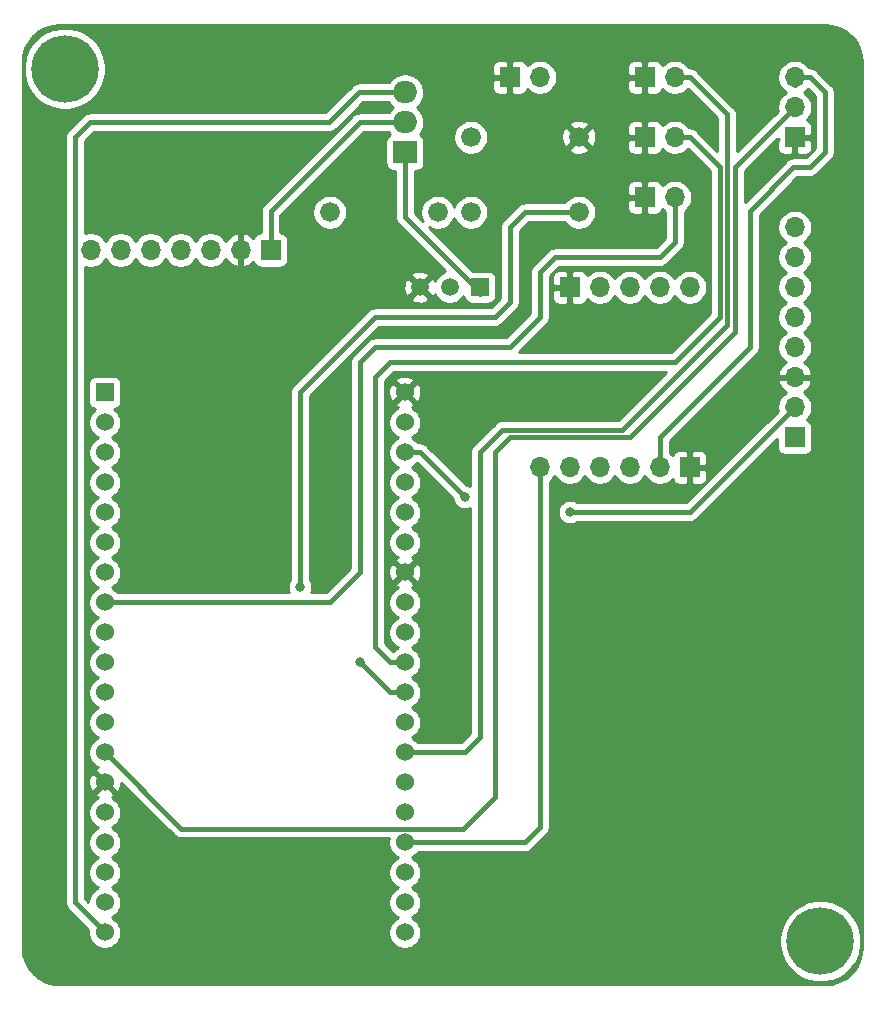
<source format=gbr>
%TF.GenerationSoftware,KiCad,Pcbnew,(5.1.8-0-10_14)*%
%TF.CreationDate,2021-01-10T22:50:04+01:00*%
%TF.ProjectId,Tonuino-ESP32_2,546f6e75-696e-46f2-9d45-535033325f32,rev?*%
%TF.SameCoordinates,Original*%
%TF.FileFunction,Copper,L1,Top*%
%TF.FilePolarity,Positive*%
%FSLAX46Y46*%
G04 Gerber Fmt 4.6, Leading zero omitted, Abs format (unit mm)*
G04 Created by KiCad (PCBNEW (5.1.8-0-10_14)) date 2021-01-10 22:50:04*
%MOMM*%
%LPD*%
G01*
G04 APERTURE LIST*
%TA.AperFunction,ComponentPad*%
%ADD10C,5.700000*%
%TD*%
%TA.AperFunction,ComponentPad*%
%ADD11C,1.530000*%
%TD*%
%TA.AperFunction,ComponentPad*%
%ADD12R,1.530000X1.530000*%
%TD*%
%TA.AperFunction,ComponentPad*%
%ADD13O,1.700000X1.700000*%
%TD*%
%TA.AperFunction,ComponentPad*%
%ADD14R,1.700000X1.700000*%
%TD*%
%TA.AperFunction,ComponentPad*%
%ADD15C,1.676400*%
%TD*%
%TA.AperFunction,ComponentPad*%
%ADD16O,2.000000X1.905000*%
%TD*%
%TA.AperFunction,ComponentPad*%
%ADD17R,2.000000X1.905000*%
%TD*%
%TA.AperFunction,ComponentPad*%
%ADD18R,1.500000X1.500000*%
%TD*%
%TA.AperFunction,ComponentPad*%
%ADD19C,1.500000*%
%TD*%
%TA.AperFunction,ViaPad*%
%ADD20C,0.800000*%
%TD*%
%TA.AperFunction,Conductor*%
%ADD21C,0.400000*%
%TD*%
%TA.AperFunction,Conductor*%
%ADD22C,0.254000*%
%TD*%
%TA.AperFunction,Conductor*%
%ADD23C,0.100000*%
%TD*%
G04 APERTURE END LIST*
D10*
%TO.P,REF\u002A\u002A,1*%
%TO.N,N/C*%
X201554080Y-108699300D03*
%TD*%
%TO.P,REF\u002A\u002A,1*%
%TO.N,N/C*%
X137579100Y-34841180D03*
%TD*%
D11*
%TO.P,U1,38*%
%TO.N,GND*%
X166370000Y-62240000D03*
%TO.P,U1,37*%
%TO.N,RFID_MOSI*%
X166370000Y-64780000D03*
%TO.P,U1,36*%
%TO.N,RFID_RST*%
X166370000Y-67320000D03*
%TO.P,U1,35*%
%TO.N,Net-(U1-Pad35)*%
X166370000Y-69860000D03*
%TO.P,U1,34*%
%TO.N,Net-(U1-Pad34)*%
X166370000Y-72400000D03*
%TO.P,U1,33*%
%TO.N,RFID_SDA*%
X166370000Y-74940000D03*
%TO.P,U1,32*%
%TO.N,GND*%
X166370000Y-77480000D03*
%TO.P,U1,31*%
%TO.N,RFID_MISO*%
X166370000Y-80020000D03*
%TO.P,U1,30*%
%TO.N,RFID_SCK*%
X166370000Y-82560000D03*
%TO.P,U1,29*%
%TO.N,BUTTON_PLAY_PAUSE_PIN*%
X166370000Y-85100000D03*
%TO.P,U1,28*%
%TO.N,GPIO-17*%
X166370000Y-87640000D03*
%TO.P,U1,27*%
%TO.N,SD-CARD_MISO*%
X166370000Y-90180000D03*
%TO.P,U1,26*%
%TO.N,BUTTON_NEXT_PIN*%
X166370000Y-92720000D03*
%TO.P,U1,25*%
%TO.N,Net-(U1-Pad25)*%
X166370000Y-95260000D03*
%TO.P,U1,24*%
%TO.N,Net-(U1-Pad24)*%
X166370000Y-97800000D03*
%TO.P,U1,23*%
%TO.N,SD-CARD_CS*%
X166370000Y-100340000D03*
%TO.P,U1,22*%
%TO.N,Net-(U1-Pad22)*%
X166370000Y-102880000D03*
%TO.P,U1,21*%
%TO.N,Net-(U1-Pad21)*%
X166370000Y-105420000D03*
%TO.P,U1,20*%
%TO.N,Net-(U1-Pad20)*%
X166370000Y-107960000D03*
%TO.P,U1,19*%
%TO.N,VCC*%
X140970000Y-107960000D03*
%TO.P,U1,18*%
%TO.N,Net-(U1-Pad18)*%
X140970000Y-105420000D03*
%TO.P,U1,17*%
%TO.N,Net-(U1-Pad17)*%
X140970000Y-102880000D03*
%TO.P,U1,16*%
%TO.N,Net-(U1-Pad16)*%
X140970000Y-100340000D03*
%TO.P,U1,15*%
%TO.N,SD-CARD_MOSI*%
X140970000Y-97800000D03*
%TO.P,U1,14*%
%TO.N,GND*%
X140970000Y-95260000D03*
%TO.P,U1,13*%
%TO.N,NEOPIXEL_DI*%
X140970000Y-92720000D03*
%TO.P,U1,12*%
%TO.N,SD-CARD_SCK*%
X140970000Y-90180000D03*
%TO.P,U1,11*%
%TO.N,MAX98357_BLCK*%
X140970000Y-87640000D03*
%TO.P,U1,10*%
%TO.N,MAX98357_LRC*%
X140970000Y-85100000D03*
%TO.P,U1,9*%
%TO.N,MAX98357_DIN*%
X140970000Y-82560000D03*
%TO.P,U1,8*%
%TO.N,BUTTON_PREVIOUS_PIN*%
X140970000Y-80020000D03*
%TO.P,U1,7*%
%TO.N,ROTARY_BUTTON*%
X140970000Y-77480000D03*
%TO.P,U1,6*%
%TO.N,ROTARY_DT*%
X140970000Y-74940000D03*
%TO.P,U1,5*%
%TO.N,ROTARY_CLR*%
X140970000Y-72400000D03*
%TO.P,U1,4*%
%TO.N,Net-(U1-Pad4)*%
X140970000Y-69860000D03*
%TO.P,U1,3*%
%TO.N,Net-(U1-Pad3)*%
X140970000Y-67320000D03*
%TO.P,U1,2*%
%TO.N,Net-(U1-Pad2)*%
X140970000Y-64780000D03*
D12*
%TO.P,U1,1*%
%TO.N,3.3V*%
X140970000Y-62240000D03*
%TD*%
D13*
%TO.P,J1,6*%
%TO.N,SD-CARD_CS*%
X177800000Y-68580000D03*
%TO.P,J1,5*%
%TO.N,SD-CARD_SCK*%
X180340000Y-68580000D03*
%TO.P,J1,4*%
%TO.N,SD-CARD_MOSI*%
X182880000Y-68580000D03*
%TO.P,J1,3*%
%TO.N,SD-CARD_MISO*%
X185420000Y-68580000D03*
%TO.P,J1,2*%
%TO.N,SWITCHED_VCC*%
X187960000Y-68580000D03*
D14*
%TO.P,J1,1*%
%TO.N,GND*%
X190500000Y-68580000D03*
%TD*%
D13*
%TO.P,J9,2*%
%TO.N,VCC*%
X177800000Y-35560000D03*
D14*
%TO.P,J9,1*%
%TO.N,GND*%
X175260000Y-35560000D03*
%TD*%
D13*
%TO.P,J8,3*%
%TO.N,SWITCHED_VCC*%
X199390000Y-35560000D03*
%TO.P,J8,2*%
%TO.N,NEOPIXEL_DI*%
X199390000Y-38100000D03*
D14*
%TO.P,J8,1*%
%TO.N,GND*%
X199390000Y-40640000D03*
%TD*%
D13*
%TO.P,J7,2*%
%TO.N,BUTTON_PLAY_PAUSE_PIN*%
X189230000Y-40640000D03*
D14*
%TO.P,J7,1*%
%TO.N,GND*%
X186690000Y-40640000D03*
%TD*%
D13*
%TO.P,J6,2*%
%TO.N,BUTTON_NEXT_PIN*%
X189230000Y-35560000D03*
D14*
%TO.P,J6,1*%
%TO.N,GND*%
X186690000Y-35560000D03*
%TD*%
D13*
%TO.P,J5,2*%
%TO.N,BUTTON_PREVIOUS_PIN*%
X189230000Y-45720000D03*
D14*
%TO.P,J5,1*%
%TO.N,GND*%
X186690000Y-45720000D03*
%TD*%
D13*
%TO.P,J2,8*%
%TO.N,RFID_SDA*%
X199390000Y-48260000D03*
%TO.P,J2,7*%
%TO.N,RFID_SCK*%
X199390000Y-50800000D03*
%TO.P,J2,6*%
%TO.N,RFID_MOSI*%
X199390000Y-53340000D03*
%TO.P,J2,5*%
%TO.N,RFID_MISO*%
X199390000Y-55880000D03*
%TO.P,J2,4*%
%TO.N,Net-(J2-Pad4)*%
X199390000Y-58420000D03*
%TO.P,J2,3*%
%TO.N,GND*%
X199390000Y-60960000D03*
%TO.P,J2,2*%
%TO.N,RFID_RST*%
X199390000Y-63500000D03*
D14*
%TO.P,J2,1*%
%TO.N,GPIO-17*%
X199390000Y-66040000D03*
%TD*%
D13*
%TO.P,J3,7*%
%TO.N,MAX98357_LRC*%
X139766040Y-50185320D03*
%TO.P,J3,6*%
%TO.N,MAX98357_BLCK*%
X142306040Y-50185320D03*
%TO.P,J3,5*%
%TO.N,MAX98357_DIN*%
X144846040Y-50185320D03*
%TO.P,J3,4*%
%TO.N,Net-(J3-Pad4)*%
X147386040Y-50185320D03*
%TO.P,J3,3*%
%TO.N,Net-(J3-Pad3)*%
X149926040Y-50185320D03*
%TO.P,J3,2*%
%TO.N,GND*%
X152466040Y-50185320D03*
D14*
%TO.P,J3,1*%
%TO.N,SWITCHED_VCC*%
X155006040Y-50185320D03*
%TD*%
D13*
%TO.P,J4,5*%
%TO.N,ROTARY_BUTTON*%
X190500000Y-53340000D03*
%TO.P,J4,4*%
%TO.N,ROTARY_DT*%
X187960000Y-53340000D03*
%TO.P,J4,3*%
%TO.N,ROTARY_CLR*%
X185420000Y-53340000D03*
%TO.P,J4,2*%
%TO.N,3.3V*%
X182880000Y-53340000D03*
D14*
%TO.P,J4,1*%
%TO.N,GND*%
X180340000Y-53340000D03*
%TD*%
D15*
%TO.P,R5,2*%
%TO.N,GPIO-17*%
X181102000Y-46990000D03*
%TO.P,R5,1*%
%TO.N,Net-(Q1-Pad2)*%
X171958000Y-46990000D03*
%TD*%
%TO.P,R4,2*%
%TO.N,GND*%
X181102000Y-40640000D03*
%TO.P,R4,1*%
%TO.N,Net-(Q1-Pad2)*%
X171958000Y-40640000D03*
%TD*%
%TO.P,R1,2*%
%TO.N,Net-(Q1-Pad1)*%
X160020000Y-46990000D03*
%TO.P,R1,1*%
%TO.N,VCC*%
X169164000Y-46990000D03*
%TD*%
D16*
%TO.P,Q2,3*%
%TO.N,VCC*%
X166370000Y-36830000D03*
%TO.P,Q2,2*%
%TO.N,SWITCHED_VCC*%
X166370000Y-39370000D03*
D17*
%TO.P,Q2,1*%
%TO.N,Net-(Q1-Pad1)*%
X166370000Y-41910000D03*
%TD*%
D18*
%TO.P,Q1,1*%
%TO.N,Net-(Q1-Pad1)*%
X172720000Y-53340000D03*
D19*
%TO.P,Q1,3*%
%TO.N,GND*%
X167640000Y-53340000D03*
%TO.P,Q1,2*%
%TO.N,Net-(Q1-Pad2)*%
X170180000Y-53340000D03*
%TD*%
D20*
%TO.N,GND*%
X193040000Y-64770000D03*
X153670000Y-72390000D03*
%TO.N,GPIO-17*%
X157480000Y-78740000D03*
X162560000Y-85090000D03*
%TO.N,RFID_RST*%
X180340000Y-72390000D03*
X171450000Y-71120000D03*
%TD*%
D21*
%TO.N,GPIO-17*%
X181102000Y-46990000D02*
X177800000Y-46990000D01*
X157480000Y-62230000D02*
X157480000Y-78740000D01*
X163830000Y-55880000D02*
X157480000Y-62230000D01*
X165110000Y-87640000D02*
X166370000Y-87640000D01*
X162560000Y-85090000D02*
X165110000Y-87640000D01*
X163830000Y-55880000D02*
X173990000Y-55880000D01*
X173990000Y-55880000D02*
X175260000Y-54610000D01*
X175260000Y-54610000D02*
X175260000Y-48260000D01*
X175260000Y-48260000D02*
X176530000Y-46990000D01*
X176530000Y-46990000D02*
X177800000Y-46990000D01*
%TO.N,SD-CARD_CS*%
X177800000Y-68580000D02*
X177800000Y-99060000D01*
X176520000Y-100340000D02*
X166370000Y-100340000D01*
X177800000Y-99060000D02*
X176520000Y-100340000D01*
%TO.N,SWITCHED_VCC*%
X199390000Y-36249998D02*
X199390000Y-35560000D01*
X187960000Y-68580000D02*
X187960000Y-66040000D01*
X187960000Y-66040000D02*
X195580000Y-58420000D01*
X195580000Y-46870002D02*
X199270002Y-43180000D01*
X195580000Y-58420000D02*
X195580000Y-46870002D01*
X199270002Y-43180000D02*
X200660000Y-43180000D01*
X200660000Y-43180000D02*
X201930000Y-41910000D01*
X201930000Y-41910000D02*
X201930000Y-36830000D01*
X201930000Y-36830000D02*
X200660000Y-35560000D01*
X200660000Y-35560000D02*
X199390000Y-35560000D01*
X155006040Y-50185320D02*
X155006040Y-46901100D01*
X162537140Y-39370000D02*
X166370000Y-39370000D01*
X155006040Y-46901100D02*
X162537140Y-39370000D01*
%TO.N,RFID_RST*%
X190500000Y-72390000D02*
X180340000Y-72390000D01*
X199390000Y-63500000D02*
X190500000Y-72390000D01*
X167650000Y-67320000D02*
X166370000Y-67320000D01*
X171450000Y-71120000D02*
X167650000Y-67320000D01*
%TO.N,BUTTON_PREVIOUS_PIN*%
X160010000Y-80020000D02*
X140970000Y-80020000D01*
X175260000Y-58420000D02*
X163830000Y-58420000D01*
X177800000Y-55880000D02*
X175260000Y-58420000D01*
X189230000Y-45720000D02*
X189230000Y-49530000D01*
X177800000Y-52070000D02*
X177800000Y-55880000D01*
X179070000Y-50800000D02*
X177800000Y-52070000D01*
X162560000Y-59690000D02*
X162560000Y-77470000D01*
X163830000Y-58420000D02*
X162560000Y-59690000D01*
X187960000Y-50800000D02*
X179070000Y-50800000D01*
X162560000Y-77470000D02*
X160010000Y-80020000D01*
X189230000Y-49530000D02*
X187960000Y-50800000D01*
%TO.N,BUTTON_NEXT_PIN*%
X189230000Y-35560000D02*
X190500000Y-35560000D01*
X190500000Y-35560000D02*
X193640010Y-38700010D01*
X193640010Y-38700010D02*
X193640010Y-56549990D01*
X193640010Y-56549990D02*
X184750010Y-65439990D01*
X174590010Y-65439990D02*
X172720000Y-67310000D01*
X184750010Y-65439990D02*
X174590010Y-65439990D01*
X172720000Y-91440000D02*
X171450000Y-92710000D01*
X172720000Y-67310000D02*
X172720000Y-91440000D01*
X166380000Y-92710000D02*
X166370000Y-92720000D01*
X171450000Y-92710000D02*
X166380000Y-92710000D01*
%TO.N,BUTTON_PLAY_PAUSE_PIN*%
X189230000Y-40640000D02*
X190500000Y-40640000D01*
X190500000Y-40640000D02*
X193040000Y-43180000D01*
X193040000Y-43180000D02*
X193040000Y-55880000D01*
X193040000Y-55880000D02*
X189230000Y-59690000D01*
X189230000Y-59690000D02*
X165100000Y-59690000D01*
X165100000Y-59690000D02*
X163830000Y-60960000D01*
X163830000Y-60960000D02*
X163830000Y-83820000D01*
X165110000Y-85100000D02*
X166370000Y-85100000D01*
X163830000Y-83820000D02*
X165110000Y-85100000D01*
%TO.N,NEOPIXEL_DI*%
X147434999Y-99174999D02*
X140980000Y-92720000D01*
X171335001Y-99174999D02*
X147434999Y-99174999D01*
X194310000Y-43180000D02*
X194310000Y-57150000D01*
X175260000Y-66040000D02*
X173990000Y-67310000D01*
X185420000Y-66040000D02*
X175260000Y-66040000D01*
X140980000Y-92720000D02*
X140970000Y-92720000D01*
X194310000Y-57150000D02*
X185420000Y-66040000D01*
X173990000Y-96520000D02*
X171335001Y-99174999D01*
X173990000Y-67310000D02*
X173990000Y-96520000D01*
X199390000Y-38100000D02*
X194310000Y-43180000D01*
%TO.N,VCC*%
X140970000Y-107960000D02*
X138430000Y-105420000D01*
X138430000Y-105420000D02*
X138430000Y-40640000D01*
X138430000Y-40640000D02*
X139700000Y-39370000D01*
X139700000Y-39370000D02*
X159974280Y-39370000D01*
X162514280Y-36830000D02*
X166370000Y-36830000D01*
X159974280Y-39370000D02*
X162514280Y-36830000D01*
%TO.N,Net-(Q1-Pad1)*%
X172720000Y-53340000D02*
X172720000Y-53926740D01*
X172720000Y-53340000D02*
X172318680Y-53340000D01*
X166370000Y-47391320D02*
X166370000Y-41910000D01*
X172318680Y-53340000D02*
X166370000Y-47391320D01*
%TD*%
D22*
%TO.N,GND*%
X202541222Y-31203096D02*
X203129164Y-31380606D01*
X203671436Y-31668937D01*
X204147364Y-32057094D01*
X204538845Y-32530314D01*
X204830951Y-33070552D01*
X205012563Y-33657244D01*
X205080000Y-34298879D01*
X205080001Y-109187711D01*
X205016904Y-109831221D01*
X204839394Y-110419164D01*
X204551063Y-110961436D01*
X204162906Y-111437364D01*
X203689686Y-111828845D01*
X203149449Y-112120950D01*
X202562756Y-112302563D01*
X201921130Y-112370000D01*
X137192279Y-112370000D01*
X136548779Y-112306904D01*
X135960836Y-112129394D01*
X135418564Y-111841063D01*
X134942636Y-111452906D01*
X134551155Y-110979686D01*
X134259050Y-110439449D01*
X134077437Y-109852756D01*
X134010000Y-109211130D01*
X134010000Y-40640000D01*
X137590960Y-40640000D01*
X137595001Y-40681029D01*
X137595000Y-105378982D01*
X137590960Y-105420000D01*
X137595000Y-105461018D01*
X137607082Y-105583688D01*
X137654828Y-105741086D01*
X137732364Y-105886145D01*
X137836709Y-106013291D01*
X137868579Y-106039446D01*
X139583479Y-107754347D01*
X139570000Y-107822112D01*
X139570000Y-108097888D01*
X139623801Y-108368365D01*
X139729336Y-108623149D01*
X139882549Y-108852448D01*
X140077552Y-109047451D01*
X140306851Y-109200664D01*
X140561635Y-109306199D01*
X140832112Y-109360000D01*
X141107888Y-109360000D01*
X141378365Y-109306199D01*
X141633149Y-109200664D01*
X141862448Y-109047451D01*
X142057451Y-108852448D01*
X142210664Y-108623149D01*
X142316199Y-108368365D01*
X142370000Y-108097888D01*
X142370000Y-107822112D01*
X142316199Y-107551635D01*
X142210664Y-107296851D01*
X142057451Y-107067552D01*
X141862448Y-106872549D01*
X141633149Y-106719336D01*
X141562326Y-106690000D01*
X141633149Y-106660664D01*
X141862448Y-106507451D01*
X142057451Y-106312448D01*
X142210664Y-106083149D01*
X142316199Y-105828365D01*
X142370000Y-105557888D01*
X142370000Y-105282112D01*
X142316199Y-105011635D01*
X142210664Y-104756851D01*
X142057451Y-104527552D01*
X141862448Y-104332549D01*
X141633149Y-104179336D01*
X141562326Y-104150000D01*
X141633149Y-104120664D01*
X141862448Y-103967451D01*
X142057451Y-103772448D01*
X142210664Y-103543149D01*
X142316199Y-103288365D01*
X142370000Y-103017888D01*
X142370000Y-102742112D01*
X142316199Y-102471635D01*
X142210664Y-102216851D01*
X142057451Y-101987552D01*
X141862448Y-101792549D01*
X141633149Y-101639336D01*
X141562326Y-101610000D01*
X141633149Y-101580664D01*
X141862448Y-101427451D01*
X142057451Y-101232448D01*
X142210664Y-101003149D01*
X142316199Y-100748365D01*
X142370000Y-100477888D01*
X142370000Y-100202112D01*
X142316199Y-99931635D01*
X142210664Y-99676851D01*
X142057451Y-99447552D01*
X141862448Y-99252549D01*
X141633149Y-99099336D01*
X141562326Y-99070000D01*
X141633149Y-99040664D01*
X141862448Y-98887451D01*
X142057451Y-98692448D01*
X142210664Y-98463149D01*
X142316199Y-98208365D01*
X142370000Y-97937888D01*
X142370000Y-97662112D01*
X142316199Y-97391635D01*
X142210664Y-97136851D01*
X142057451Y-96907552D01*
X141862448Y-96712549D01*
X141633149Y-96559336D01*
X141568406Y-96532518D01*
X141574072Y-96530478D01*
X141690760Y-96468106D01*
X141758102Y-96227707D01*
X140970000Y-95439605D01*
X140181898Y-96227707D01*
X140249240Y-96468106D01*
X140379336Y-96529312D01*
X140306851Y-96559336D01*
X140077552Y-96712549D01*
X139882549Y-96907552D01*
X139729336Y-97136851D01*
X139623801Y-97391635D01*
X139570000Y-97662112D01*
X139570000Y-97937888D01*
X139623801Y-98208365D01*
X139729336Y-98463149D01*
X139882549Y-98692448D01*
X140077552Y-98887451D01*
X140306851Y-99040664D01*
X140377674Y-99070000D01*
X140306851Y-99099336D01*
X140077552Y-99252549D01*
X139882549Y-99447552D01*
X139729336Y-99676851D01*
X139623801Y-99931635D01*
X139570000Y-100202112D01*
X139570000Y-100477888D01*
X139623801Y-100748365D01*
X139729336Y-101003149D01*
X139882549Y-101232448D01*
X140077552Y-101427451D01*
X140306851Y-101580664D01*
X140377674Y-101610000D01*
X140306851Y-101639336D01*
X140077552Y-101792549D01*
X139882549Y-101987552D01*
X139729336Y-102216851D01*
X139623801Y-102471635D01*
X139570000Y-102742112D01*
X139570000Y-103017888D01*
X139623801Y-103288365D01*
X139729336Y-103543149D01*
X139882549Y-103772448D01*
X140077552Y-103967451D01*
X140306851Y-104120664D01*
X140377674Y-104150000D01*
X140306851Y-104179336D01*
X140077552Y-104332549D01*
X139882549Y-104527552D01*
X139729336Y-104756851D01*
X139623801Y-105011635D01*
X139570000Y-105282112D01*
X139570000Y-105379133D01*
X139265000Y-105074133D01*
X139265000Y-95331899D01*
X139565064Y-95331899D01*
X139606086Y-95604607D01*
X139699522Y-95864072D01*
X139761894Y-95980760D01*
X140002293Y-96048102D01*
X140790395Y-95260000D01*
X140002293Y-94471898D01*
X139761894Y-94539240D01*
X139644494Y-94788780D01*
X139578033Y-95056427D01*
X139565064Y-95331899D01*
X139265000Y-95331899D01*
X139265000Y-61475000D01*
X139566928Y-61475000D01*
X139566928Y-63005000D01*
X139579188Y-63129482D01*
X139615498Y-63249180D01*
X139674463Y-63359494D01*
X139753815Y-63456185D01*
X139850506Y-63535537D01*
X139960820Y-63594502D01*
X140080518Y-63630812D01*
X140158459Y-63638488D01*
X140077552Y-63692549D01*
X139882549Y-63887552D01*
X139729336Y-64116851D01*
X139623801Y-64371635D01*
X139570000Y-64642112D01*
X139570000Y-64917888D01*
X139623801Y-65188365D01*
X139729336Y-65443149D01*
X139882549Y-65672448D01*
X140077552Y-65867451D01*
X140306851Y-66020664D01*
X140377674Y-66050000D01*
X140306851Y-66079336D01*
X140077552Y-66232549D01*
X139882549Y-66427552D01*
X139729336Y-66656851D01*
X139623801Y-66911635D01*
X139570000Y-67182112D01*
X139570000Y-67457888D01*
X139623801Y-67728365D01*
X139729336Y-67983149D01*
X139882549Y-68212448D01*
X140077552Y-68407451D01*
X140306851Y-68560664D01*
X140377674Y-68590000D01*
X140306851Y-68619336D01*
X140077552Y-68772549D01*
X139882549Y-68967552D01*
X139729336Y-69196851D01*
X139623801Y-69451635D01*
X139570000Y-69722112D01*
X139570000Y-69997888D01*
X139623801Y-70268365D01*
X139729336Y-70523149D01*
X139882549Y-70752448D01*
X140077552Y-70947451D01*
X140306851Y-71100664D01*
X140377674Y-71130000D01*
X140306851Y-71159336D01*
X140077552Y-71312549D01*
X139882549Y-71507552D01*
X139729336Y-71736851D01*
X139623801Y-71991635D01*
X139570000Y-72262112D01*
X139570000Y-72537888D01*
X139623801Y-72808365D01*
X139729336Y-73063149D01*
X139882549Y-73292448D01*
X140077552Y-73487451D01*
X140306851Y-73640664D01*
X140377674Y-73670000D01*
X140306851Y-73699336D01*
X140077552Y-73852549D01*
X139882549Y-74047552D01*
X139729336Y-74276851D01*
X139623801Y-74531635D01*
X139570000Y-74802112D01*
X139570000Y-75077888D01*
X139623801Y-75348365D01*
X139729336Y-75603149D01*
X139882549Y-75832448D01*
X140077552Y-76027451D01*
X140306851Y-76180664D01*
X140377674Y-76210000D01*
X140306851Y-76239336D01*
X140077552Y-76392549D01*
X139882549Y-76587552D01*
X139729336Y-76816851D01*
X139623801Y-77071635D01*
X139570000Y-77342112D01*
X139570000Y-77617888D01*
X139623801Y-77888365D01*
X139729336Y-78143149D01*
X139882549Y-78372448D01*
X140077552Y-78567451D01*
X140306851Y-78720664D01*
X140377674Y-78750000D01*
X140306851Y-78779336D01*
X140077552Y-78932549D01*
X139882549Y-79127552D01*
X139729336Y-79356851D01*
X139623801Y-79611635D01*
X139570000Y-79882112D01*
X139570000Y-80157888D01*
X139623801Y-80428365D01*
X139729336Y-80683149D01*
X139882549Y-80912448D01*
X140077552Y-81107451D01*
X140306851Y-81260664D01*
X140377674Y-81290000D01*
X140306851Y-81319336D01*
X140077552Y-81472549D01*
X139882549Y-81667552D01*
X139729336Y-81896851D01*
X139623801Y-82151635D01*
X139570000Y-82422112D01*
X139570000Y-82697888D01*
X139623801Y-82968365D01*
X139729336Y-83223149D01*
X139882549Y-83452448D01*
X140077552Y-83647451D01*
X140306851Y-83800664D01*
X140377674Y-83830000D01*
X140306851Y-83859336D01*
X140077552Y-84012549D01*
X139882549Y-84207552D01*
X139729336Y-84436851D01*
X139623801Y-84691635D01*
X139570000Y-84962112D01*
X139570000Y-85237888D01*
X139623801Y-85508365D01*
X139729336Y-85763149D01*
X139882549Y-85992448D01*
X140077552Y-86187451D01*
X140306851Y-86340664D01*
X140377674Y-86370000D01*
X140306851Y-86399336D01*
X140077552Y-86552549D01*
X139882549Y-86747552D01*
X139729336Y-86976851D01*
X139623801Y-87231635D01*
X139570000Y-87502112D01*
X139570000Y-87777888D01*
X139623801Y-88048365D01*
X139729336Y-88303149D01*
X139882549Y-88532448D01*
X140077552Y-88727451D01*
X140306851Y-88880664D01*
X140377674Y-88910000D01*
X140306851Y-88939336D01*
X140077552Y-89092549D01*
X139882549Y-89287552D01*
X139729336Y-89516851D01*
X139623801Y-89771635D01*
X139570000Y-90042112D01*
X139570000Y-90317888D01*
X139623801Y-90588365D01*
X139729336Y-90843149D01*
X139882549Y-91072448D01*
X140077552Y-91267451D01*
X140306851Y-91420664D01*
X140377674Y-91450000D01*
X140306851Y-91479336D01*
X140077552Y-91632549D01*
X139882549Y-91827552D01*
X139729336Y-92056851D01*
X139623801Y-92311635D01*
X139570000Y-92582112D01*
X139570000Y-92857888D01*
X139623801Y-93128365D01*
X139729336Y-93383149D01*
X139882549Y-93612448D01*
X140077552Y-93807451D01*
X140306851Y-93960664D01*
X140371594Y-93987482D01*
X140365928Y-93989522D01*
X140249240Y-94051894D01*
X140181898Y-94292293D01*
X140970000Y-95080395D01*
X140984143Y-95066253D01*
X141163748Y-95245858D01*
X141149605Y-95260000D01*
X141937707Y-96048102D01*
X142178106Y-95980760D01*
X142295506Y-95731220D01*
X142361967Y-95463573D01*
X142370093Y-95290961D01*
X146815558Y-99736426D01*
X146841708Y-99768290D01*
X146923204Y-99835172D01*
X146968853Y-99872635D01*
X147113912Y-99950171D01*
X147271310Y-99997917D01*
X147434998Y-100014039D01*
X147476017Y-100009999D01*
X165008213Y-100009999D01*
X164970000Y-100202112D01*
X164970000Y-100477888D01*
X165023801Y-100748365D01*
X165129336Y-101003149D01*
X165282549Y-101232448D01*
X165477552Y-101427451D01*
X165706851Y-101580664D01*
X165777674Y-101610000D01*
X165706851Y-101639336D01*
X165477552Y-101792549D01*
X165282549Y-101987552D01*
X165129336Y-102216851D01*
X165023801Y-102471635D01*
X164970000Y-102742112D01*
X164970000Y-103017888D01*
X165023801Y-103288365D01*
X165129336Y-103543149D01*
X165282549Y-103772448D01*
X165477552Y-103967451D01*
X165706851Y-104120664D01*
X165777674Y-104150000D01*
X165706851Y-104179336D01*
X165477552Y-104332549D01*
X165282549Y-104527552D01*
X165129336Y-104756851D01*
X165023801Y-105011635D01*
X164970000Y-105282112D01*
X164970000Y-105557888D01*
X165023801Y-105828365D01*
X165129336Y-106083149D01*
X165282549Y-106312448D01*
X165477552Y-106507451D01*
X165706851Y-106660664D01*
X165777674Y-106690000D01*
X165706851Y-106719336D01*
X165477552Y-106872549D01*
X165282549Y-107067552D01*
X165129336Y-107296851D01*
X165023801Y-107551635D01*
X164970000Y-107822112D01*
X164970000Y-108097888D01*
X165023801Y-108368365D01*
X165129336Y-108623149D01*
X165282549Y-108852448D01*
X165477552Y-109047451D01*
X165706851Y-109200664D01*
X165961635Y-109306199D01*
X166232112Y-109360000D01*
X166507888Y-109360000D01*
X166778365Y-109306199D01*
X167033149Y-109200664D01*
X167262448Y-109047451D01*
X167457451Y-108852448D01*
X167610664Y-108623149D01*
X167716199Y-108368365D01*
X167718647Y-108356058D01*
X198069080Y-108356058D01*
X198069080Y-109042542D01*
X198203007Y-109715837D01*
X198465713Y-110350066D01*
X198847104Y-110920858D01*
X199332522Y-111406276D01*
X199903314Y-111787667D01*
X200537543Y-112050373D01*
X201210838Y-112184300D01*
X201897322Y-112184300D01*
X202570617Y-112050373D01*
X203204846Y-111787667D01*
X203775638Y-111406276D01*
X204261056Y-110920858D01*
X204642447Y-110350066D01*
X204905153Y-109715837D01*
X205039080Y-109042542D01*
X205039080Y-108356058D01*
X204905153Y-107682763D01*
X204642447Y-107048534D01*
X204261056Y-106477742D01*
X203775638Y-105992324D01*
X203204846Y-105610933D01*
X202570617Y-105348227D01*
X201897322Y-105214300D01*
X201210838Y-105214300D01*
X200537543Y-105348227D01*
X199903314Y-105610933D01*
X199332522Y-105992324D01*
X198847104Y-106477742D01*
X198465713Y-107048534D01*
X198203007Y-107682763D01*
X198069080Y-108356058D01*
X167718647Y-108356058D01*
X167770000Y-108097888D01*
X167770000Y-107822112D01*
X167716199Y-107551635D01*
X167610664Y-107296851D01*
X167457451Y-107067552D01*
X167262448Y-106872549D01*
X167033149Y-106719336D01*
X166962326Y-106690000D01*
X167033149Y-106660664D01*
X167262448Y-106507451D01*
X167457451Y-106312448D01*
X167610664Y-106083149D01*
X167716199Y-105828365D01*
X167770000Y-105557888D01*
X167770000Y-105282112D01*
X167716199Y-105011635D01*
X167610664Y-104756851D01*
X167457451Y-104527552D01*
X167262448Y-104332549D01*
X167033149Y-104179336D01*
X166962326Y-104150000D01*
X167033149Y-104120664D01*
X167262448Y-103967451D01*
X167457451Y-103772448D01*
X167610664Y-103543149D01*
X167716199Y-103288365D01*
X167770000Y-103017888D01*
X167770000Y-102742112D01*
X167716199Y-102471635D01*
X167610664Y-102216851D01*
X167457451Y-101987552D01*
X167262448Y-101792549D01*
X167033149Y-101639336D01*
X166962326Y-101610000D01*
X167033149Y-101580664D01*
X167262448Y-101427451D01*
X167457451Y-101232448D01*
X167495837Y-101175000D01*
X176478982Y-101175000D01*
X176520000Y-101179040D01*
X176561018Y-101175000D01*
X176561019Y-101175000D01*
X176683689Y-101162918D01*
X176841087Y-101115172D01*
X176986146Y-101037636D01*
X177113291Y-100933291D01*
X177139446Y-100901421D01*
X178361426Y-99679442D01*
X178393291Y-99653291D01*
X178497636Y-99526146D01*
X178575172Y-99381087D01*
X178622918Y-99223689D01*
X178635000Y-99101019D01*
X178635000Y-99101009D01*
X178639039Y-99060001D01*
X178635000Y-99018993D01*
X178635000Y-72288061D01*
X179305000Y-72288061D01*
X179305000Y-72491939D01*
X179344774Y-72691898D01*
X179422795Y-72880256D01*
X179536063Y-73049774D01*
X179680226Y-73193937D01*
X179849744Y-73307205D01*
X180038102Y-73385226D01*
X180238061Y-73425000D01*
X180441939Y-73425000D01*
X180641898Y-73385226D01*
X180830256Y-73307205D01*
X180953285Y-73225000D01*
X190458982Y-73225000D01*
X190500000Y-73229040D01*
X190541018Y-73225000D01*
X190541019Y-73225000D01*
X190663689Y-73212918D01*
X190821087Y-73165172D01*
X190966146Y-73087636D01*
X191093291Y-72983291D01*
X191119446Y-72951421D01*
X197901928Y-66168941D01*
X197901928Y-66890000D01*
X197914188Y-67014482D01*
X197950498Y-67134180D01*
X198009463Y-67244494D01*
X198088815Y-67341185D01*
X198185506Y-67420537D01*
X198295820Y-67479502D01*
X198415518Y-67515812D01*
X198540000Y-67528072D01*
X200240000Y-67528072D01*
X200364482Y-67515812D01*
X200484180Y-67479502D01*
X200594494Y-67420537D01*
X200691185Y-67341185D01*
X200770537Y-67244494D01*
X200829502Y-67134180D01*
X200865812Y-67014482D01*
X200878072Y-66890000D01*
X200878072Y-65190000D01*
X200865812Y-65065518D01*
X200829502Y-64945820D01*
X200770537Y-64835506D01*
X200691185Y-64738815D01*
X200594494Y-64659463D01*
X200484180Y-64600498D01*
X200411620Y-64578487D01*
X200543475Y-64446632D01*
X200705990Y-64203411D01*
X200817932Y-63933158D01*
X200875000Y-63646260D01*
X200875000Y-63353740D01*
X200817932Y-63066842D01*
X200705990Y-62796589D01*
X200543475Y-62553368D01*
X200336632Y-62346525D01*
X200154466Y-62224805D01*
X200271355Y-62155178D01*
X200487588Y-61960269D01*
X200661641Y-61726920D01*
X200786825Y-61464099D01*
X200831476Y-61316890D01*
X200710155Y-61087000D01*
X199517000Y-61087000D01*
X199517000Y-61107000D01*
X199263000Y-61107000D01*
X199263000Y-61087000D01*
X198069845Y-61087000D01*
X197948524Y-61316890D01*
X197993175Y-61464099D01*
X198118359Y-61726920D01*
X198292412Y-61960269D01*
X198508645Y-62155178D01*
X198625534Y-62224805D01*
X198443368Y-62346525D01*
X198236525Y-62553368D01*
X198074010Y-62796589D01*
X197962068Y-63066842D01*
X197905000Y-63353740D01*
X197905000Y-63646260D01*
X197931193Y-63777939D01*
X190154133Y-71555000D01*
X180953285Y-71555000D01*
X180830256Y-71472795D01*
X180641898Y-71394774D01*
X180441939Y-71355000D01*
X180238061Y-71355000D01*
X180038102Y-71394774D01*
X179849744Y-71472795D01*
X179680226Y-71586063D01*
X179536063Y-71730226D01*
X179422795Y-71899744D01*
X179344774Y-72088102D01*
X179305000Y-72288061D01*
X178635000Y-72288061D01*
X178635000Y-69808065D01*
X178746632Y-69733475D01*
X178953475Y-69526632D01*
X179070000Y-69352240D01*
X179186525Y-69526632D01*
X179393368Y-69733475D01*
X179636589Y-69895990D01*
X179906842Y-70007932D01*
X180193740Y-70065000D01*
X180486260Y-70065000D01*
X180773158Y-70007932D01*
X181043411Y-69895990D01*
X181286632Y-69733475D01*
X181493475Y-69526632D01*
X181610000Y-69352240D01*
X181726525Y-69526632D01*
X181933368Y-69733475D01*
X182176589Y-69895990D01*
X182446842Y-70007932D01*
X182733740Y-70065000D01*
X183026260Y-70065000D01*
X183313158Y-70007932D01*
X183583411Y-69895990D01*
X183826632Y-69733475D01*
X184033475Y-69526632D01*
X184150000Y-69352240D01*
X184266525Y-69526632D01*
X184473368Y-69733475D01*
X184716589Y-69895990D01*
X184986842Y-70007932D01*
X185273740Y-70065000D01*
X185566260Y-70065000D01*
X185853158Y-70007932D01*
X186123411Y-69895990D01*
X186366632Y-69733475D01*
X186573475Y-69526632D01*
X186690000Y-69352240D01*
X186806525Y-69526632D01*
X187013368Y-69733475D01*
X187256589Y-69895990D01*
X187526842Y-70007932D01*
X187813740Y-70065000D01*
X188106260Y-70065000D01*
X188393158Y-70007932D01*
X188663411Y-69895990D01*
X188906632Y-69733475D01*
X189038487Y-69601620D01*
X189060498Y-69674180D01*
X189119463Y-69784494D01*
X189198815Y-69881185D01*
X189295506Y-69960537D01*
X189405820Y-70019502D01*
X189525518Y-70055812D01*
X189650000Y-70068072D01*
X190214250Y-70065000D01*
X190373000Y-69906250D01*
X190373000Y-68707000D01*
X190627000Y-68707000D01*
X190627000Y-69906250D01*
X190785750Y-70065000D01*
X191350000Y-70068072D01*
X191474482Y-70055812D01*
X191594180Y-70019502D01*
X191704494Y-69960537D01*
X191801185Y-69881185D01*
X191880537Y-69784494D01*
X191939502Y-69674180D01*
X191975812Y-69554482D01*
X191988072Y-69430000D01*
X191985000Y-68865750D01*
X191826250Y-68707000D01*
X190627000Y-68707000D01*
X190373000Y-68707000D01*
X190353000Y-68707000D01*
X190353000Y-68453000D01*
X190373000Y-68453000D01*
X190373000Y-67253750D01*
X190627000Y-67253750D01*
X190627000Y-68453000D01*
X191826250Y-68453000D01*
X191985000Y-68294250D01*
X191988072Y-67730000D01*
X191975812Y-67605518D01*
X191939502Y-67485820D01*
X191880537Y-67375506D01*
X191801185Y-67278815D01*
X191704494Y-67199463D01*
X191594180Y-67140498D01*
X191474482Y-67104188D01*
X191350000Y-67091928D01*
X190785750Y-67095000D01*
X190627000Y-67253750D01*
X190373000Y-67253750D01*
X190214250Y-67095000D01*
X189650000Y-67091928D01*
X189525518Y-67104188D01*
X189405820Y-67140498D01*
X189295506Y-67199463D01*
X189198815Y-67278815D01*
X189119463Y-67375506D01*
X189060498Y-67485820D01*
X189038487Y-67558380D01*
X188906632Y-67426525D01*
X188795000Y-67351935D01*
X188795000Y-66385867D01*
X196141430Y-59039438D01*
X196173291Y-59013291D01*
X196277636Y-58886146D01*
X196355172Y-58741087D01*
X196402918Y-58583689D01*
X196415000Y-58461019D01*
X196415000Y-58461009D01*
X196419039Y-58420001D01*
X196415000Y-58378993D01*
X196415000Y-48113740D01*
X197905000Y-48113740D01*
X197905000Y-48406260D01*
X197962068Y-48693158D01*
X198074010Y-48963411D01*
X198236525Y-49206632D01*
X198443368Y-49413475D01*
X198617760Y-49530000D01*
X198443368Y-49646525D01*
X198236525Y-49853368D01*
X198074010Y-50096589D01*
X197962068Y-50366842D01*
X197905000Y-50653740D01*
X197905000Y-50946260D01*
X197962068Y-51233158D01*
X198074010Y-51503411D01*
X198236525Y-51746632D01*
X198443368Y-51953475D01*
X198617760Y-52070000D01*
X198443368Y-52186525D01*
X198236525Y-52393368D01*
X198074010Y-52636589D01*
X197962068Y-52906842D01*
X197905000Y-53193740D01*
X197905000Y-53486260D01*
X197962068Y-53773158D01*
X198074010Y-54043411D01*
X198236525Y-54286632D01*
X198443368Y-54493475D01*
X198617760Y-54610000D01*
X198443368Y-54726525D01*
X198236525Y-54933368D01*
X198074010Y-55176589D01*
X197962068Y-55446842D01*
X197905000Y-55733740D01*
X197905000Y-56026260D01*
X197962068Y-56313158D01*
X198074010Y-56583411D01*
X198236525Y-56826632D01*
X198443368Y-57033475D01*
X198617760Y-57150000D01*
X198443368Y-57266525D01*
X198236525Y-57473368D01*
X198074010Y-57716589D01*
X197962068Y-57986842D01*
X197905000Y-58273740D01*
X197905000Y-58566260D01*
X197962068Y-58853158D01*
X198074010Y-59123411D01*
X198236525Y-59366632D01*
X198443368Y-59573475D01*
X198625534Y-59695195D01*
X198508645Y-59764822D01*
X198292412Y-59959731D01*
X198118359Y-60193080D01*
X197993175Y-60455901D01*
X197948524Y-60603110D01*
X198069845Y-60833000D01*
X199263000Y-60833000D01*
X199263000Y-60813000D01*
X199517000Y-60813000D01*
X199517000Y-60833000D01*
X200710155Y-60833000D01*
X200831476Y-60603110D01*
X200786825Y-60455901D01*
X200661641Y-60193080D01*
X200487588Y-59959731D01*
X200271355Y-59764822D01*
X200154466Y-59695195D01*
X200336632Y-59573475D01*
X200543475Y-59366632D01*
X200705990Y-59123411D01*
X200817932Y-58853158D01*
X200875000Y-58566260D01*
X200875000Y-58273740D01*
X200817932Y-57986842D01*
X200705990Y-57716589D01*
X200543475Y-57473368D01*
X200336632Y-57266525D01*
X200162240Y-57150000D01*
X200336632Y-57033475D01*
X200543475Y-56826632D01*
X200705990Y-56583411D01*
X200817932Y-56313158D01*
X200875000Y-56026260D01*
X200875000Y-55733740D01*
X200817932Y-55446842D01*
X200705990Y-55176589D01*
X200543475Y-54933368D01*
X200336632Y-54726525D01*
X200162240Y-54610000D01*
X200336632Y-54493475D01*
X200543475Y-54286632D01*
X200705990Y-54043411D01*
X200817932Y-53773158D01*
X200875000Y-53486260D01*
X200875000Y-53193740D01*
X200817932Y-52906842D01*
X200705990Y-52636589D01*
X200543475Y-52393368D01*
X200336632Y-52186525D01*
X200162240Y-52070000D01*
X200336632Y-51953475D01*
X200543475Y-51746632D01*
X200705990Y-51503411D01*
X200817932Y-51233158D01*
X200875000Y-50946260D01*
X200875000Y-50653740D01*
X200817932Y-50366842D01*
X200705990Y-50096589D01*
X200543475Y-49853368D01*
X200336632Y-49646525D01*
X200162240Y-49530000D01*
X200336632Y-49413475D01*
X200543475Y-49206632D01*
X200705990Y-48963411D01*
X200817932Y-48693158D01*
X200875000Y-48406260D01*
X200875000Y-48113740D01*
X200817932Y-47826842D01*
X200705990Y-47556589D01*
X200543475Y-47313368D01*
X200336632Y-47106525D01*
X200093411Y-46944010D01*
X199823158Y-46832068D01*
X199536260Y-46775000D01*
X199243740Y-46775000D01*
X198956842Y-46832068D01*
X198686589Y-46944010D01*
X198443368Y-47106525D01*
X198236525Y-47313368D01*
X198074010Y-47556589D01*
X197962068Y-47826842D01*
X197905000Y-48113740D01*
X196415000Y-48113740D01*
X196415000Y-47215869D01*
X199615871Y-44015000D01*
X200618982Y-44015000D01*
X200660000Y-44019040D01*
X200701018Y-44015000D01*
X200701019Y-44015000D01*
X200823689Y-44002918D01*
X200981087Y-43955172D01*
X201126146Y-43877636D01*
X201253291Y-43773291D01*
X201279446Y-43741421D01*
X202491428Y-42529440D01*
X202523291Y-42503291D01*
X202627636Y-42376146D01*
X202705172Y-42231087D01*
X202752918Y-42073689D01*
X202765000Y-41951019D01*
X202765000Y-41951017D01*
X202769040Y-41910001D01*
X202765000Y-41868981D01*
X202765000Y-36871015D01*
X202769040Y-36829999D01*
X202762588Y-36764494D01*
X202752918Y-36666311D01*
X202705172Y-36508913D01*
X202627636Y-36363854D01*
X202523291Y-36236709D01*
X202491426Y-36210558D01*
X201279446Y-34998579D01*
X201253291Y-34966709D01*
X201126146Y-34862364D01*
X200981087Y-34784828D01*
X200823689Y-34737082D01*
X200701019Y-34725000D01*
X200701018Y-34725000D01*
X200660000Y-34720960D01*
X200618982Y-34725000D01*
X200618065Y-34725000D01*
X200543475Y-34613368D01*
X200336632Y-34406525D01*
X200093411Y-34244010D01*
X199823158Y-34132068D01*
X199536260Y-34075000D01*
X199243740Y-34075000D01*
X198956842Y-34132068D01*
X198686589Y-34244010D01*
X198443368Y-34406525D01*
X198236525Y-34613368D01*
X198074010Y-34856589D01*
X197962068Y-35126842D01*
X197905000Y-35413740D01*
X197905000Y-35706260D01*
X197962068Y-35993158D01*
X198074010Y-36263411D01*
X198236525Y-36506632D01*
X198443368Y-36713475D01*
X198617760Y-36830000D01*
X198443368Y-36946525D01*
X198236525Y-37153368D01*
X198074010Y-37396589D01*
X197962068Y-37666842D01*
X197905000Y-37953740D01*
X197905000Y-38246260D01*
X197931193Y-38377939D01*
X194475010Y-41834123D01*
X194475010Y-38741028D01*
X194479050Y-38700010D01*
X194468690Y-38594828D01*
X194462928Y-38536321D01*
X194415182Y-38378923D01*
X194337646Y-38233864D01*
X194233301Y-38106719D01*
X194201443Y-38080574D01*
X191119446Y-34998579D01*
X191093291Y-34966709D01*
X190966146Y-34862364D01*
X190821087Y-34784828D01*
X190663689Y-34737082D01*
X190541019Y-34725000D01*
X190541018Y-34725000D01*
X190500000Y-34720960D01*
X190458982Y-34725000D01*
X190458065Y-34725000D01*
X190383475Y-34613368D01*
X190176632Y-34406525D01*
X189933411Y-34244010D01*
X189663158Y-34132068D01*
X189376260Y-34075000D01*
X189083740Y-34075000D01*
X188796842Y-34132068D01*
X188526589Y-34244010D01*
X188283368Y-34406525D01*
X188151513Y-34538380D01*
X188129502Y-34465820D01*
X188070537Y-34355506D01*
X187991185Y-34258815D01*
X187894494Y-34179463D01*
X187784180Y-34120498D01*
X187664482Y-34084188D01*
X187540000Y-34071928D01*
X186975750Y-34075000D01*
X186817000Y-34233750D01*
X186817000Y-35433000D01*
X186837000Y-35433000D01*
X186837000Y-35687000D01*
X186817000Y-35687000D01*
X186817000Y-36886250D01*
X186975750Y-37045000D01*
X187540000Y-37048072D01*
X187664482Y-37035812D01*
X187784180Y-36999502D01*
X187894494Y-36940537D01*
X187991185Y-36861185D01*
X188070537Y-36764494D01*
X188129502Y-36654180D01*
X188151513Y-36581620D01*
X188283368Y-36713475D01*
X188526589Y-36875990D01*
X188796842Y-36987932D01*
X189083740Y-37045000D01*
X189376260Y-37045000D01*
X189663158Y-36987932D01*
X189933411Y-36875990D01*
X190176632Y-36713475D01*
X190324620Y-36565487D01*
X192805010Y-39045879D01*
X192805010Y-41764143D01*
X191119446Y-40078579D01*
X191093291Y-40046709D01*
X190966146Y-39942364D01*
X190821087Y-39864828D01*
X190663689Y-39817082D01*
X190541019Y-39805000D01*
X190541018Y-39805000D01*
X190500000Y-39800960D01*
X190458982Y-39805000D01*
X190458065Y-39805000D01*
X190383475Y-39693368D01*
X190176632Y-39486525D01*
X189933411Y-39324010D01*
X189663158Y-39212068D01*
X189376260Y-39155000D01*
X189083740Y-39155000D01*
X188796842Y-39212068D01*
X188526589Y-39324010D01*
X188283368Y-39486525D01*
X188151513Y-39618380D01*
X188129502Y-39545820D01*
X188070537Y-39435506D01*
X187991185Y-39338815D01*
X187894494Y-39259463D01*
X187784180Y-39200498D01*
X187664482Y-39164188D01*
X187540000Y-39151928D01*
X186975750Y-39155000D01*
X186817000Y-39313750D01*
X186817000Y-40513000D01*
X186837000Y-40513000D01*
X186837000Y-40767000D01*
X186817000Y-40767000D01*
X186817000Y-41966250D01*
X186975750Y-42125000D01*
X187540000Y-42128072D01*
X187664482Y-42115812D01*
X187784180Y-42079502D01*
X187894494Y-42020537D01*
X187991185Y-41941185D01*
X188070537Y-41844494D01*
X188129502Y-41734180D01*
X188151513Y-41661620D01*
X188283368Y-41793475D01*
X188526589Y-41955990D01*
X188796842Y-42067932D01*
X189083740Y-42125000D01*
X189376260Y-42125000D01*
X189663158Y-42067932D01*
X189933411Y-41955990D01*
X190176632Y-41793475D01*
X190324620Y-41645487D01*
X192205000Y-43525868D01*
X192205001Y-55534130D01*
X188884133Y-58855000D01*
X176005867Y-58855000D01*
X178361427Y-56499441D01*
X178393291Y-56473291D01*
X178497636Y-56346146D01*
X178575172Y-56201087D01*
X178622918Y-56043689D01*
X178635000Y-55921019D01*
X178635000Y-55921009D01*
X178639039Y-55880001D01*
X178635000Y-55838993D01*
X178635000Y-54190000D01*
X178851928Y-54190000D01*
X178864188Y-54314482D01*
X178900498Y-54434180D01*
X178959463Y-54544494D01*
X179038815Y-54641185D01*
X179135506Y-54720537D01*
X179245820Y-54779502D01*
X179365518Y-54815812D01*
X179490000Y-54828072D01*
X180054250Y-54825000D01*
X180213000Y-54666250D01*
X180213000Y-53467000D01*
X179013750Y-53467000D01*
X178855000Y-53625750D01*
X178851928Y-54190000D01*
X178635000Y-54190000D01*
X178635000Y-52490000D01*
X178851928Y-52490000D01*
X178855000Y-53054250D01*
X179013750Y-53213000D01*
X180213000Y-53213000D01*
X180213000Y-52013750D01*
X180467000Y-52013750D01*
X180467000Y-53213000D01*
X180487000Y-53213000D01*
X180487000Y-53467000D01*
X180467000Y-53467000D01*
X180467000Y-54666250D01*
X180625750Y-54825000D01*
X181190000Y-54828072D01*
X181314482Y-54815812D01*
X181434180Y-54779502D01*
X181544494Y-54720537D01*
X181641185Y-54641185D01*
X181720537Y-54544494D01*
X181779502Y-54434180D01*
X181801513Y-54361620D01*
X181933368Y-54493475D01*
X182176589Y-54655990D01*
X182446842Y-54767932D01*
X182733740Y-54825000D01*
X183026260Y-54825000D01*
X183313158Y-54767932D01*
X183583411Y-54655990D01*
X183826632Y-54493475D01*
X184033475Y-54286632D01*
X184150000Y-54112240D01*
X184266525Y-54286632D01*
X184473368Y-54493475D01*
X184716589Y-54655990D01*
X184986842Y-54767932D01*
X185273740Y-54825000D01*
X185566260Y-54825000D01*
X185853158Y-54767932D01*
X186123411Y-54655990D01*
X186366632Y-54493475D01*
X186573475Y-54286632D01*
X186690000Y-54112240D01*
X186806525Y-54286632D01*
X187013368Y-54493475D01*
X187256589Y-54655990D01*
X187526842Y-54767932D01*
X187813740Y-54825000D01*
X188106260Y-54825000D01*
X188393158Y-54767932D01*
X188663411Y-54655990D01*
X188906632Y-54493475D01*
X189113475Y-54286632D01*
X189230000Y-54112240D01*
X189346525Y-54286632D01*
X189553368Y-54493475D01*
X189796589Y-54655990D01*
X190066842Y-54767932D01*
X190353740Y-54825000D01*
X190646260Y-54825000D01*
X190933158Y-54767932D01*
X191203411Y-54655990D01*
X191446632Y-54493475D01*
X191653475Y-54286632D01*
X191815990Y-54043411D01*
X191927932Y-53773158D01*
X191985000Y-53486260D01*
X191985000Y-53193740D01*
X191927932Y-52906842D01*
X191815990Y-52636589D01*
X191653475Y-52393368D01*
X191446632Y-52186525D01*
X191203411Y-52024010D01*
X190933158Y-51912068D01*
X190646260Y-51855000D01*
X190353740Y-51855000D01*
X190066842Y-51912068D01*
X189796589Y-52024010D01*
X189553368Y-52186525D01*
X189346525Y-52393368D01*
X189230000Y-52567760D01*
X189113475Y-52393368D01*
X188906632Y-52186525D01*
X188663411Y-52024010D01*
X188393158Y-51912068D01*
X188106260Y-51855000D01*
X187813740Y-51855000D01*
X187526842Y-51912068D01*
X187256589Y-52024010D01*
X187013368Y-52186525D01*
X186806525Y-52393368D01*
X186690000Y-52567760D01*
X186573475Y-52393368D01*
X186366632Y-52186525D01*
X186123411Y-52024010D01*
X185853158Y-51912068D01*
X185566260Y-51855000D01*
X185273740Y-51855000D01*
X184986842Y-51912068D01*
X184716589Y-52024010D01*
X184473368Y-52186525D01*
X184266525Y-52393368D01*
X184150000Y-52567760D01*
X184033475Y-52393368D01*
X183826632Y-52186525D01*
X183583411Y-52024010D01*
X183313158Y-51912068D01*
X183026260Y-51855000D01*
X182733740Y-51855000D01*
X182446842Y-51912068D01*
X182176589Y-52024010D01*
X181933368Y-52186525D01*
X181801513Y-52318380D01*
X181779502Y-52245820D01*
X181720537Y-52135506D01*
X181641185Y-52038815D01*
X181544494Y-51959463D01*
X181434180Y-51900498D01*
X181314482Y-51864188D01*
X181190000Y-51851928D01*
X180625750Y-51855000D01*
X180467000Y-52013750D01*
X180213000Y-52013750D01*
X180054250Y-51855000D01*
X179490000Y-51851928D01*
X179365518Y-51864188D01*
X179245820Y-51900498D01*
X179135506Y-51959463D01*
X179038815Y-52038815D01*
X178959463Y-52135506D01*
X178900498Y-52245820D01*
X178864188Y-52365518D01*
X178851928Y-52490000D01*
X178635000Y-52490000D01*
X178635000Y-52415867D01*
X179415868Y-51635000D01*
X187918982Y-51635000D01*
X187960000Y-51639040D01*
X188001018Y-51635000D01*
X188001019Y-51635000D01*
X188123689Y-51622918D01*
X188281087Y-51575172D01*
X188426146Y-51497636D01*
X188553291Y-51393291D01*
X188579446Y-51361421D01*
X189791426Y-50149442D01*
X189823291Y-50123291D01*
X189927636Y-49996146D01*
X190005172Y-49851087D01*
X190052918Y-49693689D01*
X190065000Y-49571019D01*
X190065000Y-49571017D01*
X190069040Y-49530001D01*
X190065000Y-49488985D01*
X190065000Y-46948065D01*
X190176632Y-46873475D01*
X190383475Y-46666632D01*
X190545990Y-46423411D01*
X190657932Y-46153158D01*
X190715000Y-45866260D01*
X190715000Y-45573740D01*
X190657932Y-45286842D01*
X190545990Y-45016589D01*
X190383475Y-44773368D01*
X190176632Y-44566525D01*
X189933411Y-44404010D01*
X189663158Y-44292068D01*
X189376260Y-44235000D01*
X189083740Y-44235000D01*
X188796842Y-44292068D01*
X188526589Y-44404010D01*
X188283368Y-44566525D01*
X188151513Y-44698380D01*
X188129502Y-44625820D01*
X188070537Y-44515506D01*
X187991185Y-44418815D01*
X187894494Y-44339463D01*
X187784180Y-44280498D01*
X187664482Y-44244188D01*
X187540000Y-44231928D01*
X186975750Y-44235000D01*
X186817000Y-44393750D01*
X186817000Y-45593000D01*
X186837000Y-45593000D01*
X186837000Y-45847000D01*
X186817000Y-45847000D01*
X186817000Y-47046250D01*
X186975750Y-47205000D01*
X187540000Y-47208072D01*
X187664482Y-47195812D01*
X187784180Y-47159502D01*
X187894494Y-47100537D01*
X187991185Y-47021185D01*
X188070537Y-46924494D01*
X188129502Y-46814180D01*
X188151513Y-46741620D01*
X188283368Y-46873475D01*
X188395000Y-46948065D01*
X188395001Y-49184131D01*
X187614133Y-49965000D01*
X179111015Y-49965000D01*
X179069999Y-49960960D01*
X179028983Y-49965000D01*
X179028981Y-49965000D01*
X178906311Y-49977082D01*
X178748913Y-50024828D01*
X178603854Y-50102364D01*
X178476709Y-50206709D01*
X178450561Y-50238571D01*
X177238579Y-51450554D01*
X177206709Y-51476709D01*
X177120181Y-51582145D01*
X177102364Y-51603855D01*
X177024828Y-51748914D01*
X176977082Y-51906312D01*
X176960960Y-52070000D01*
X176965000Y-52111019D01*
X176965001Y-55534131D01*
X174914133Y-57585000D01*
X163871015Y-57585000D01*
X163829999Y-57580960D01*
X163788983Y-57585000D01*
X163788981Y-57585000D01*
X163666311Y-57597082D01*
X163508913Y-57644828D01*
X163363854Y-57722364D01*
X163236709Y-57826709D01*
X163210561Y-57858571D01*
X161998579Y-59070554D01*
X161966709Y-59096709D01*
X161862365Y-59223854D01*
X161862364Y-59223855D01*
X161784828Y-59368914D01*
X161737082Y-59526312D01*
X161720960Y-59690000D01*
X161725000Y-59731019D01*
X161725001Y-77124130D01*
X159664133Y-79185000D01*
X158415951Y-79185000D01*
X158475226Y-79041898D01*
X158515000Y-78841939D01*
X158515000Y-78638061D01*
X158475226Y-78438102D01*
X158397205Y-78249744D01*
X158315000Y-78126715D01*
X158315000Y-62575867D01*
X164175868Y-56715000D01*
X173948982Y-56715000D01*
X173990000Y-56719040D01*
X174031018Y-56715000D01*
X174031019Y-56715000D01*
X174153689Y-56702918D01*
X174311087Y-56655172D01*
X174456146Y-56577636D01*
X174583291Y-56473291D01*
X174609446Y-56441421D01*
X175821428Y-55229440D01*
X175853291Y-55203291D01*
X175957636Y-55076146D01*
X176035172Y-54931087D01*
X176082918Y-54773689D01*
X176095000Y-54651019D01*
X176095000Y-54651017D01*
X176099040Y-54610001D01*
X176095000Y-54568985D01*
X176095000Y-48605867D01*
X176875868Y-47825000D01*
X179888127Y-47825000D01*
X179957691Y-47929110D01*
X180162890Y-48134309D01*
X180404178Y-48295533D01*
X180672283Y-48406586D01*
X180956902Y-48463200D01*
X181247098Y-48463200D01*
X181531717Y-48406586D01*
X181799822Y-48295533D01*
X182041110Y-48134309D01*
X182246309Y-47929110D01*
X182407533Y-47687822D01*
X182518586Y-47419717D01*
X182575200Y-47135098D01*
X182575200Y-46844902D01*
X182520519Y-46570000D01*
X185201928Y-46570000D01*
X185214188Y-46694482D01*
X185250498Y-46814180D01*
X185309463Y-46924494D01*
X185388815Y-47021185D01*
X185485506Y-47100537D01*
X185595820Y-47159502D01*
X185715518Y-47195812D01*
X185840000Y-47208072D01*
X186404250Y-47205000D01*
X186563000Y-47046250D01*
X186563000Y-45847000D01*
X185363750Y-45847000D01*
X185205000Y-46005750D01*
X185201928Y-46570000D01*
X182520519Y-46570000D01*
X182518586Y-46560283D01*
X182407533Y-46292178D01*
X182246309Y-46050890D01*
X182041110Y-45845691D01*
X181799822Y-45684467D01*
X181531717Y-45573414D01*
X181247098Y-45516800D01*
X180956902Y-45516800D01*
X180672283Y-45573414D01*
X180404178Y-45684467D01*
X180162890Y-45845691D01*
X179957691Y-46050890D01*
X179888127Y-46155000D01*
X176571015Y-46155000D01*
X176529999Y-46150960D01*
X176488983Y-46155000D01*
X176488981Y-46155000D01*
X176366311Y-46167082D01*
X176208913Y-46214828D01*
X176063854Y-46292364D01*
X175936709Y-46396709D01*
X175910558Y-46428574D01*
X174698574Y-47640559D01*
X174666710Y-47666709D01*
X174629208Y-47712406D01*
X174562364Y-47793855D01*
X174484828Y-47938914D01*
X174437082Y-48096312D01*
X174420960Y-48260000D01*
X174425001Y-48301028D01*
X174425000Y-54264132D01*
X173644133Y-55045000D01*
X163871018Y-55045000D01*
X163829999Y-55040960D01*
X163788981Y-55045000D01*
X163666311Y-55057082D01*
X163508913Y-55104828D01*
X163363854Y-55182364D01*
X163236709Y-55286709D01*
X163210561Y-55318571D01*
X156918579Y-61610554D01*
X156886709Y-61636709D01*
X156782365Y-61763854D01*
X156782364Y-61763855D01*
X156704828Y-61908914D01*
X156657082Y-62066312D01*
X156640960Y-62230000D01*
X156645000Y-62271019D01*
X156645001Y-78126714D01*
X156562795Y-78249744D01*
X156484774Y-78438102D01*
X156445000Y-78638061D01*
X156445000Y-78841939D01*
X156484774Y-79041898D01*
X156544049Y-79185000D01*
X142095837Y-79185000D01*
X142057451Y-79127552D01*
X141862448Y-78932549D01*
X141633149Y-78779336D01*
X141562326Y-78750000D01*
X141633149Y-78720664D01*
X141862448Y-78567451D01*
X142057451Y-78372448D01*
X142210664Y-78143149D01*
X142316199Y-77888365D01*
X142370000Y-77617888D01*
X142370000Y-77342112D01*
X142316199Y-77071635D01*
X142210664Y-76816851D01*
X142057451Y-76587552D01*
X141862448Y-76392549D01*
X141633149Y-76239336D01*
X141562326Y-76210000D01*
X141633149Y-76180664D01*
X141862448Y-76027451D01*
X142057451Y-75832448D01*
X142210664Y-75603149D01*
X142316199Y-75348365D01*
X142370000Y-75077888D01*
X142370000Y-74802112D01*
X142316199Y-74531635D01*
X142210664Y-74276851D01*
X142057451Y-74047552D01*
X141862448Y-73852549D01*
X141633149Y-73699336D01*
X141562326Y-73670000D01*
X141633149Y-73640664D01*
X141862448Y-73487451D01*
X142057451Y-73292448D01*
X142210664Y-73063149D01*
X142316199Y-72808365D01*
X142370000Y-72537888D01*
X142370000Y-72262112D01*
X142316199Y-71991635D01*
X142210664Y-71736851D01*
X142057451Y-71507552D01*
X141862448Y-71312549D01*
X141633149Y-71159336D01*
X141562326Y-71130000D01*
X141633149Y-71100664D01*
X141862448Y-70947451D01*
X142057451Y-70752448D01*
X142210664Y-70523149D01*
X142316199Y-70268365D01*
X142370000Y-69997888D01*
X142370000Y-69722112D01*
X142316199Y-69451635D01*
X142210664Y-69196851D01*
X142057451Y-68967552D01*
X141862448Y-68772549D01*
X141633149Y-68619336D01*
X141562326Y-68590000D01*
X141633149Y-68560664D01*
X141862448Y-68407451D01*
X142057451Y-68212448D01*
X142210664Y-67983149D01*
X142316199Y-67728365D01*
X142370000Y-67457888D01*
X142370000Y-67182112D01*
X142316199Y-66911635D01*
X142210664Y-66656851D01*
X142057451Y-66427552D01*
X141862448Y-66232549D01*
X141633149Y-66079336D01*
X141562326Y-66050000D01*
X141633149Y-66020664D01*
X141862448Y-65867451D01*
X142057451Y-65672448D01*
X142210664Y-65443149D01*
X142316199Y-65188365D01*
X142370000Y-64917888D01*
X142370000Y-64642112D01*
X142316199Y-64371635D01*
X142210664Y-64116851D01*
X142057451Y-63887552D01*
X141862448Y-63692549D01*
X141781541Y-63638488D01*
X141859482Y-63630812D01*
X141979180Y-63594502D01*
X142089494Y-63535537D01*
X142186185Y-63456185D01*
X142265537Y-63359494D01*
X142324502Y-63249180D01*
X142360812Y-63129482D01*
X142373072Y-63005000D01*
X142373072Y-61475000D01*
X142360812Y-61350518D01*
X142324502Y-61230820D01*
X142265537Y-61120506D01*
X142186185Y-61023815D01*
X142089494Y-60944463D01*
X141979180Y-60885498D01*
X141859482Y-60849188D01*
X141735000Y-60836928D01*
X140205000Y-60836928D01*
X140080518Y-60849188D01*
X139960820Y-60885498D01*
X139850506Y-60944463D01*
X139753815Y-61023815D01*
X139674463Y-61120506D01*
X139615498Y-61230820D01*
X139579188Y-61350518D01*
X139566928Y-61475000D01*
X139265000Y-61475000D01*
X139265000Y-54296993D01*
X166862612Y-54296993D01*
X166928137Y-54535860D01*
X167175116Y-54651760D01*
X167439960Y-54717250D01*
X167712492Y-54729812D01*
X167982238Y-54688965D01*
X168238832Y-54596277D01*
X168351863Y-54535860D01*
X168417388Y-54296993D01*
X167640000Y-53519605D01*
X166862612Y-54296993D01*
X139265000Y-54296993D01*
X139265000Y-53412492D01*
X166250188Y-53412492D01*
X166291035Y-53682238D01*
X166383723Y-53938832D01*
X166444140Y-54051863D01*
X166683007Y-54117388D01*
X167460395Y-53340000D01*
X166683007Y-52562612D01*
X166444140Y-52628137D01*
X166328240Y-52875116D01*
X166262750Y-53139960D01*
X166250188Y-53412492D01*
X139265000Y-53412492D01*
X139265000Y-52383007D01*
X166862612Y-52383007D01*
X167640000Y-53160395D01*
X168417388Y-52383007D01*
X168351863Y-52144140D01*
X168104884Y-52028240D01*
X167840040Y-51962750D01*
X167567508Y-51950188D01*
X167297762Y-51991035D01*
X167041168Y-52083723D01*
X166928137Y-52144140D01*
X166862612Y-52383007D01*
X139265000Y-52383007D01*
X139265000Y-51585134D01*
X139332882Y-51613252D01*
X139619780Y-51670320D01*
X139912300Y-51670320D01*
X140199198Y-51613252D01*
X140469451Y-51501310D01*
X140712672Y-51338795D01*
X140919515Y-51131952D01*
X141036040Y-50957560D01*
X141152565Y-51131952D01*
X141359408Y-51338795D01*
X141602629Y-51501310D01*
X141872882Y-51613252D01*
X142159780Y-51670320D01*
X142452300Y-51670320D01*
X142739198Y-51613252D01*
X143009451Y-51501310D01*
X143252672Y-51338795D01*
X143459515Y-51131952D01*
X143576040Y-50957560D01*
X143692565Y-51131952D01*
X143899408Y-51338795D01*
X144142629Y-51501310D01*
X144412882Y-51613252D01*
X144699780Y-51670320D01*
X144992300Y-51670320D01*
X145279198Y-51613252D01*
X145549451Y-51501310D01*
X145792672Y-51338795D01*
X145999515Y-51131952D01*
X146116040Y-50957560D01*
X146232565Y-51131952D01*
X146439408Y-51338795D01*
X146682629Y-51501310D01*
X146952882Y-51613252D01*
X147239780Y-51670320D01*
X147532300Y-51670320D01*
X147819198Y-51613252D01*
X148089451Y-51501310D01*
X148332672Y-51338795D01*
X148539515Y-51131952D01*
X148656040Y-50957560D01*
X148772565Y-51131952D01*
X148979408Y-51338795D01*
X149222629Y-51501310D01*
X149492882Y-51613252D01*
X149779780Y-51670320D01*
X150072300Y-51670320D01*
X150359198Y-51613252D01*
X150629451Y-51501310D01*
X150872672Y-51338795D01*
X151079515Y-51131952D01*
X151201235Y-50949786D01*
X151270862Y-51066675D01*
X151465771Y-51282908D01*
X151699120Y-51456961D01*
X151961941Y-51582145D01*
X152109150Y-51626796D01*
X152339040Y-51505475D01*
X152339040Y-50312320D01*
X152319040Y-50312320D01*
X152319040Y-50058320D01*
X152339040Y-50058320D01*
X152339040Y-48865165D01*
X152109150Y-48743844D01*
X151961941Y-48788495D01*
X151699120Y-48913679D01*
X151465771Y-49087732D01*
X151270862Y-49303965D01*
X151201235Y-49420854D01*
X151079515Y-49238688D01*
X150872672Y-49031845D01*
X150629451Y-48869330D01*
X150359198Y-48757388D01*
X150072300Y-48700320D01*
X149779780Y-48700320D01*
X149492882Y-48757388D01*
X149222629Y-48869330D01*
X148979408Y-49031845D01*
X148772565Y-49238688D01*
X148656040Y-49413080D01*
X148539515Y-49238688D01*
X148332672Y-49031845D01*
X148089451Y-48869330D01*
X147819198Y-48757388D01*
X147532300Y-48700320D01*
X147239780Y-48700320D01*
X146952882Y-48757388D01*
X146682629Y-48869330D01*
X146439408Y-49031845D01*
X146232565Y-49238688D01*
X146116040Y-49413080D01*
X145999515Y-49238688D01*
X145792672Y-49031845D01*
X145549451Y-48869330D01*
X145279198Y-48757388D01*
X144992300Y-48700320D01*
X144699780Y-48700320D01*
X144412882Y-48757388D01*
X144142629Y-48869330D01*
X143899408Y-49031845D01*
X143692565Y-49238688D01*
X143576040Y-49413080D01*
X143459515Y-49238688D01*
X143252672Y-49031845D01*
X143009451Y-48869330D01*
X142739198Y-48757388D01*
X142452300Y-48700320D01*
X142159780Y-48700320D01*
X141872882Y-48757388D01*
X141602629Y-48869330D01*
X141359408Y-49031845D01*
X141152565Y-49238688D01*
X141036040Y-49413080D01*
X140919515Y-49238688D01*
X140712672Y-49031845D01*
X140469451Y-48869330D01*
X140199198Y-48757388D01*
X139912300Y-48700320D01*
X139619780Y-48700320D01*
X139332882Y-48757388D01*
X139265000Y-48785506D01*
X139265000Y-40985867D01*
X140045868Y-40205000D01*
X159933262Y-40205000D01*
X159974280Y-40209040D01*
X160015298Y-40205000D01*
X160015299Y-40205000D01*
X160137969Y-40192918D01*
X160295367Y-40145172D01*
X160440426Y-40067636D01*
X160567571Y-39963291D01*
X160593726Y-39931421D01*
X162860148Y-37665000D01*
X164968769Y-37665000D01*
X164996155Y-37716235D01*
X165194537Y-37957963D01*
X165367609Y-38100000D01*
X165194537Y-38242037D01*
X164996155Y-38483765D01*
X164968769Y-38535000D01*
X162578158Y-38535000D01*
X162537140Y-38530960D01*
X162496122Y-38535000D01*
X162496121Y-38535000D01*
X162373451Y-38547082D01*
X162216053Y-38594828D01*
X162070994Y-38672364D01*
X161943849Y-38776709D01*
X161917703Y-38808568D01*
X154444614Y-46281659D01*
X154412750Y-46307809D01*
X154386602Y-46339671D01*
X154308404Y-46434955D01*
X154230868Y-46580014D01*
X154183122Y-46737412D01*
X154167000Y-46901100D01*
X154171041Y-46942128D01*
X154171040Y-48697248D01*
X154156040Y-48697248D01*
X154031558Y-48709508D01*
X153911860Y-48745818D01*
X153801546Y-48804783D01*
X153704855Y-48884135D01*
X153625503Y-48980826D01*
X153566538Y-49091140D01*
X153542074Y-49171786D01*
X153466309Y-49087732D01*
X153232960Y-48913679D01*
X152970139Y-48788495D01*
X152822930Y-48743844D01*
X152593040Y-48865165D01*
X152593040Y-50058320D01*
X152613040Y-50058320D01*
X152613040Y-50312320D01*
X152593040Y-50312320D01*
X152593040Y-51505475D01*
X152822930Y-51626796D01*
X152970139Y-51582145D01*
X153232960Y-51456961D01*
X153466309Y-51282908D01*
X153542074Y-51198854D01*
X153566538Y-51279500D01*
X153625503Y-51389814D01*
X153704855Y-51486505D01*
X153801546Y-51565857D01*
X153911860Y-51624822D01*
X154031558Y-51661132D01*
X154156040Y-51673392D01*
X155856040Y-51673392D01*
X155980522Y-51661132D01*
X156100220Y-51624822D01*
X156210534Y-51565857D01*
X156307225Y-51486505D01*
X156386577Y-51389814D01*
X156445542Y-51279500D01*
X156481852Y-51159802D01*
X156494112Y-51035320D01*
X156494112Y-49335320D01*
X156481852Y-49210838D01*
X156445542Y-49091140D01*
X156386577Y-48980826D01*
X156307225Y-48884135D01*
X156210534Y-48804783D01*
X156100220Y-48745818D01*
X155980522Y-48709508D01*
X155856040Y-48697248D01*
X155841040Y-48697248D01*
X155841040Y-47246967D01*
X156243105Y-46844902D01*
X158546800Y-46844902D01*
X158546800Y-47135098D01*
X158603414Y-47419717D01*
X158714467Y-47687822D01*
X158875691Y-47929110D01*
X159080890Y-48134309D01*
X159322178Y-48295533D01*
X159590283Y-48406586D01*
X159874902Y-48463200D01*
X160165098Y-48463200D01*
X160449717Y-48406586D01*
X160717822Y-48295533D01*
X160959110Y-48134309D01*
X161164309Y-47929110D01*
X161325533Y-47687822D01*
X161436586Y-47419717D01*
X161493200Y-47135098D01*
X161493200Y-46844902D01*
X161436586Y-46560283D01*
X161325533Y-46292178D01*
X161164309Y-46050890D01*
X160959110Y-45845691D01*
X160717822Y-45684467D01*
X160449717Y-45573414D01*
X160165098Y-45516800D01*
X159874902Y-45516800D01*
X159590283Y-45573414D01*
X159322178Y-45684467D01*
X159080890Y-45845691D01*
X158875691Y-46050890D01*
X158714467Y-46292178D01*
X158603414Y-46560283D01*
X158546800Y-46844902D01*
X156243105Y-46844902D01*
X162883009Y-40205000D01*
X164968769Y-40205000D01*
X164996155Y-40256235D01*
X165099446Y-40382095D01*
X165015506Y-40426963D01*
X164918815Y-40506315D01*
X164839463Y-40603006D01*
X164780498Y-40713320D01*
X164744188Y-40833018D01*
X164731928Y-40957500D01*
X164731928Y-42862500D01*
X164744188Y-42986982D01*
X164780498Y-43106680D01*
X164839463Y-43216994D01*
X164918815Y-43313685D01*
X165015506Y-43393037D01*
X165125820Y-43452002D01*
X165245518Y-43488312D01*
X165370000Y-43500572D01*
X165535001Y-43500572D01*
X165535000Y-47350301D01*
X165530960Y-47391320D01*
X165535000Y-47432338D01*
X165547082Y-47555008D01*
X165594828Y-47712406D01*
X165672364Y-47857465D01*
X165776709Y-47984611D01*
X165808579Y-48010766D01*
X169801055Y-52003243D01*
X169776011Y-52008225D01*
X169523957Y-52112629D01*
X169297114Y-52264201D01*
X169104201Y-52457114D01*
X168952629Y-52683957D01*
X168911489Y-52783279D01*
X168896277Y-52741168D01*
X168835860Y-52628137D01*
X168596993Y-52562612D01*
X167819605Y-53340000D01*
X168596993Y-54117388D01*
X168835860Y-54051863D01*
X168910164Y-53893523D01*
X168952629Y-53996043D01*
X169104201Y-54222886D01*
X169297114Y-54415799D01*
X169523957Y-54567371D01*
X169776011Y-54671775D01*
X170043589Y-54725000D01*
X170316411Y-54725000D01*
X170583989Y-54671775D01*
X170836043Y-54567371D01*
X171062886Y-54415799D01*
X171255799Y-54222886D01*
X171333555Y-54106517D01*
X171344188Y-54214482D01*
X171380498Y-54334180D01*
X171439463Y-54444494D01*
X171518815Y-54541185D01*
X171615506Y-54620537D01*
X171725820Y-54679502D01*
X171845518Y-54715812D01*
X171970000Y-54728072D01*
X172485152Y-54728072D01*
X172556312Y-54749658D01*
X172720000Y-54765780D01*
X172883689Y-54749658D01*
X172954849Y-54728072D01*
X173470000Y-54728072D01*
X173594482Y-54715812D01*
X173714180Y-54679502D01*
X173824494Y-54620537D01*
X173921185Y-54541185D01*
X174000537Y-54444494D01*
X174059502Y-54334180D01*
X174095812Y-54214482D01*
X174108072Y-54090000D01*
X174108072Y-52590000D01*
X174095812Y-52465518D01*
X174059502Y-52345820D01*
X174000537Y-52235506D01*
X173921185Y-52138815D01*
X173824494Y-52059463D01*
X173714180Y-52000498D01*
X173594482Y-51964188D01*
X173470000Y-51951928D01*
X172111477Y-51951928D01*
X168432734Y-48273186D01*
X168466178Y-48295533D01*
X168734283Y-48406586D01*
X169018902Y-48463200D01*
X169309098Y-48463200D01*
X169593717Y-48406586D01*
X169861822Y-48295533D01*
X170103110Y-48134309D01*
X170308309Y-47929110D01*
X170469533Y-47687822D01*
X170561000Y-47467002D01*
X170652467Y-47687822D01*
X170813691Y-47929110D01*
X171018890Y-48134309D01*
X171260178Y-48295533D01*
X171528283Y-48406586D01*
X171812902Y-48463200D01*
X172103098Y-48463200D01*
X172387717Y-48406586D01*
X172655822Y-48295533D01*
X172897110Y-48134309D01*
X173102309Y-47929110D01*
X173263533Y-47687822D01*
X173374586Y-47419717D01*
X173431200Y-47135098D01*
X173431200Y-46844902D01*
X173374586Y-46560283D01*
X173263533Y-46292178D01*
X173102309Y-46050890D01*
X172897110Y-45845691D01*
X172655822Y-45684467D01*
X172387717Y-45573414D01*
X172103098Y-45516800D01*
X171812902Y-45516800D01*
X171528283Y-45573414D01*
X171260178Y-45684467D01*
X171018890Y-45845691D01*
X170813691Y-46050890D01*
X170652467Y-46292178D01*
X170561000Y-46512998D01*
X170469533Y-46292178D01*
X170308309Y-46050890D01*
X170103110Y-45845691D01*
X169861822Y-45684467D01*
X169593717Y-45573414D01*
X169309098Y-45516800D01*
X169018902Y-45516800D01*
X168734283Y-45573414D01*
X168466178Y-45684467D01*
X168224890Y-45845691D01*
X168019691Y-46050890D01*
X167858467Y-46292178D01*
X167747414Y-46560283D01*
X167690800Y-46844902D01*
X167690800Y-47135098D01*
X167747414Y-47419717D01*
X167858467Y-47687822D01*
X167880814Y-47721267D01*
X167205000Y-47045453D01*
X167205000Y-44870000D01*
X185201928Y-44870000D01*
X185205000Y-45434250D01*
X185363750Y-45593000D01*
X186563000Y-45593000D01*
X186563000Y-44393750D01*
X186404250Y-44235000D01*
X185840000Y-44231928D01*
X185715518Y-44244188D01*
X185595820Y-44280498D01*
X185485506Y-44339463D01*
X185388815Y-44418815D01*
X185309463Y-44515506D01*
X185250498Y-44625820D01*
X185214188Y-44745518D01*
X185201928Y-44870000D01*
X167205000Y-44870000D01*
X167205000Y-43500572D01*
X167370000Y-43500572D01*
X167494482Y-43488312D01*
X167614180Y-43452002D01*
X167724494Y-43393037D01*
X167821185Y-43313685D01*
X167900537Y-43216994D01*
X167959502Y-43106680D01*
X167995812Y-42986982D01*
X168008072Y-42862500D01*
X168008072Y-40957500D01*
X167995812Y-40833018D01*
X167959502Y-40713320D01*
X167900537Y-40603006D01*
X167821185Y-40506315D01*
X167807279Y-40494902D01*
X170484800Y-40494902D01*
X170484800Y-40785098D01*
X170541414Y-41069717D01*
X170652467Y-41337822D01*
X170813691Y-41579110D01*
X171018890Y-41784309D01*
X171260178Y-41945533D01*
X171528283Y-42056586D01*
X171812902Y-42113200D01*
X172103098Y-42113200D01*
X172387717Y-42056586D01*
X172655822Y-41945533D01*
X172897110Y-41784309D01*
X173021444Y-41659975D01*
X180261630Y-41659975D01*
X180337838Y-41907844D01*
X180599865Y-42032563D01*
X180881189Y-42103768D01*
X181170999Y-42118719D01*
X181458157Y-42076845D01*
X181731628Y-41979754D01*
X181866162Y-41907844D01*
X181942370Y-41659975D01*
X181772395Y-41490000D01*
X185201928Y-41490000D01*
X185214188Y-41614482D01*
X185250498Y-41734180D01*
X185309463Y-41844494D01*
X185388815Y-41941185D01*
X185485506Y-42020537D01*
X185595820Y-42079502D01*
X185715518Y-42115812D01*
X185840000Y-42128072D01*
X186404250Y-42125000D01*
X186563000Y-41966250D01*
X186563000Y-40767000D01*
X185363750Y-40767000D01*
X185205000Y-40925750D01*
X185201928Y-41490000D01*
X181772395Y-41490000D01*
X181102000Y-40819605D01*
X180261630Y-41659975D01*
X173021444Y-41659975D01*
X173102309Y-41579110D01*
X173263533Y-41337822D01*
X173374586Y-41069717D01*
X173431200Y-40785098D01*
X173431200Y-40708999D01*
X179623281Y-40708999D01*
X179665155Y-40996157D01*
X179762246Y-41269628D01*
X179834156Y-41404162D01*
X180082025Y-41480370D01*
X180922395Y-40640000D01*
X181281605Y-40640000D01*
X182121975Y-41480370D01*
X182369844Y-41404162D01*
X182494563Y-41142135D01*
X182565768Y-40860811D01*
X182580719Y-40571001D01*
X182538845Y-40283843D01*
X182441754Y-40010372D01*
X182369844Y-39875838D01*
X182121975Y-39799630D01*
X181281605Y-40640000D01*
X180922395Y-40640000D01*
X180082025Y-39799630D01*
X179834156Y-39875838D01*
X179709437Y-40137865D01*
X179638232Y-40419189D01*
X179623281Y-40708999D01*
X173431200Y-40708999D01*
X173431200Y-40494902D01*
X173374586Y-40210283D01*
X173263533Y-39942178D01*
X173102309Y-39700890D01*
X173021444Y-39620025D01*
X180261630Y-39620025D01*
X181102000Y-40460395D01*
X181772395Y-39790000D01*
X185201928Y-39790000D01*
X185205000Y-40354250D01*
X185363750Y-40513000D01*
X186563000Y-40513000D01*
X186563000Y-39313750D01*
X186404250Y-39155000D01*
X185840000Y-39151928D01*
X185715518Y-39164188D01*
X185595820Y-39200498D01*
X185485506Y-39259463D01*
X185388815Y-39338815D01*
X185309463Y-39435506D01*
X185250498Y-39545820D01*
X185214188Y-39665518D01*
X185201928Y-39790000D01*
X181772395Y-39790000D01*
X181942370Y-39620025D01*
X181866162Y-39372156D01*
X181604135Y-39247437D01*
X181322811Y-39176232D01*
X181033001Y-39161281D01*
X180745843Y-39203155D01*
X180472372Y-39300246D01*
X180337838Y-39372156D01*
X180261630Y-39620025D01*
X173021444Y-39620025D01*
X172897110Y-39495691D01*
X172655822Y-39334467D01*
X172387717Y-39223414D01*
X172103098Y-39166800D01*
X171812902Y-39166800D01*
X171528283Y-39223414D01*
X171260178Y-39334467D01*
X171018890Y-39495691D01*
X170813691Y-39700890D01*
X170652467Y-39942178D01*
X170541414Y-40210283D01*
X170484800Y-40494902D01*
X167807279Y-40494902D01*
X167724494Y-40426963D01*
X167640554Y-40382095D01*
X167743845Y-40256235D01*
X167891255Y-39980449D01*
X167982030Y-39681204D01*
X168012681Y-39370000D01*
X167982030Y-39058796D01*
X167891255Y-38759551D01*
X167743845Y-38483765D01*
X167545463Y-38242037D01*
X167372391Y-38100000D01*
X167545463Y-37957963D01*
X167743845Y-37716235D01*
X167891255Y-37440449D01*
X167982030Y-37141204D01*
X168012681Y-36830000D01*
X167982030Y-36518796D01*
X167949028Y-36410000D01*
X173771928Y-36410000D01*
X173784188Y-36534482D01*
X173820498Y-36654180D01*
X173879463Y-36764494D01*
X173958815Y-36861185D01*
X174055506Y-36940537D01*
X174165820Y-36999502D01*
X174285518Y-37035812D01*
X174410000Y-37048072D01*
X174974250Y-37045000D01*
X175133000Y-36886250D01*
X175133000Y-35687000D01*
X173933750Y-35687000D01*
X173775000Y-35845750D01*
X173771928Y-36410000D01*
X167949028Y-36410000D01*
X167891255Y-36219551D01*
X167743845Y-35943765D01*
X167545463Y-35702037D01*
X167303735Y-35503655D01*
X167027949Y-35356245D01*
X166728704Y-35265470D01*
X166495486Y-35242500D01*
X166244514Y-35242500D01*
X166011296Y-35265470D01*
X165712051Y-35356245D01*
X165436265Y-35503655D01*
X165194537Y-35702037D01*
X164996155Y-35943765D01*
X164968769Y-35995000D01*
X162555287Y-35995000D01*
X162514279Y-35990961D01*
X162473271Y-35995000D01*
X162473261Y-35995000D01*
X162350591Y-36007082D01*
X162193193Y-36054828D01*
X162048134Y-36132364D01*
X161920989Y-36236709D01*
X161894839Y-36268573D01*
X159628413Y-38535000D01*
X139741015Y-38535000D01*
X139699999Y-38530960D01*
X139658983Y-38535000D01*
X139658981Y-38535000D01*
X139536311Y-38547082D01*
X139378913Y-38594828D01*
X139233854Y-38672364D01*
X139106709Y-38776709D01*
X139080561Y-38808571D01*
X137868574Y-40020559D01*
X137836710Y-40046709D01*
X137810562Y-40078571D01*
X137732364Y-40173855D01*
X137654828Y-40318914D01*
X137607082Y-40476312D01*
X137590960Y-40640000D01*
X134010000Y-40640000D01*
X134010000Y-34497938D01*
X134094100Y-34497938D01*
X134094100Y-35184422D01*
X134228027Y-35857717D01*
X134490733Y-36491946D01*
X134872124Y-37062738D01*
X135357542Y-37548156D01*
X135928334Y-37929547D01*
X136562563Y-38192253D01*
X137235858Y-38326180D01*
X137922342Y-38326180D01*
X138595637Y-38192253D01*
X139229866Y-37929547D01*
X139800658Y-37548156D01*
X140286076Y-37062738D01*
X140667467Y-36491946D01*
X140930173Y-35857717D01*
X141064100Y-35184422D01*
X141064100Y-34710000D01*
X173771928Y-34710000D01*
X173775000Y-35274250D01*
X173933750Y-35433000D01*
X175133000Y-35433000D01*
X175133000Y-34233750D01*
X175387000Y-34233750D01*
X175387000Y-35433000D01*
X175407000Y-35433000D01*
X175407000Y-35687000D01*
X175387000Y-35687000D01*
X175387000Y-36886250D01*
X175545750Y-37045000D01*
X176110000Y-37048072D01*
X176234482Y-37035812D01*
X176354180Y-36999502D01*
X176464494Y-36940537D01*
X176561185Y-36861185D01*
X176640537Y-36764494D01*
X176699502Y-36654180D01*
X176721513Y-36581620D01*
X176853368Y-36713475D01*
X177096589Y-36875990D01*
X177366842Y-36987932D01*
X177653740Y-37045000D01*
X177946260Y-37045000D01*
X178233158Y-36987932D01*
X178503411Y-36875990D01*
X178746632Y-36713475D01*
X178953475Y-36506632D01*
X179018042Y-36410000D01*
X185201928Y-36410000D01*
X185214188Y-36534482D01*
X185250498Y-36654180D01*
X185309463Y-36764494D01*
X185388815Y-36861185D01*
X185485506Y-36940537D01*
X185595820Y-36999502D01*
X185715518Y-37035812D01*
X185840000Y-37048072D01*
X186404250Y-37045000D01*
X186563000Y-36886250D01*
X186563000Y-35687000D01*
X185363750Y-35687000D01*
X185205000Y-35845750D01*
X185201928Y-36410000D01*
X179018042Y-36410000D01*
X179115990Y-36263411D01*
X179227932Y-35993158D01*
X179285000Y-35706260D01*
X179285000Y-35413740D01*
X179227932Y-35126842D01*
X179115990Y-34856589D01*
X179018043Y-34710000D01*
X185201928Y-34710000D01*
X185205000Y-35274250D01*
X185363750Y-35433000D01*
X186563000Y-35433000D01*
X186563000Y-34233750D01*
X186404250Y-34075000D01*
X185840000Y-34071928D01*
X185715518Y-34084188D01*
X185595820Y-34120498D01*
X185485506Y-34179463D01*
X185388815Y-34258815D01*
X185309463Y-34355506D01*
X185250498Y-34465820D01*
X185214188Y-34585518D01*
X185201928Y-34710000D01*
X179018043Y-34710000D01*
X178953475Y-34613368D01*
X178746632Y-34406525D01*
X178503411Y-34244010D01*
X178233158Y-34132068D01*
X177946260Y-34075000D01*
X177653740Y-34075000D01*
X177366842Y-34132068D01*
X177096589Y-34244010D01*
X176853368Y-34406525D01*
X176721513Y-34538380D01*
X176699502Y-34465820D01*
X176640537Y-34355506D01*
X176561185Y-34258815D01*
X176464494Y-34179463D01*
X176354180Y-34120498D01*
X176234482Y-34084188D01*
X176110000Y-34071928D01*
X175545750Y-34075000D01*
X175387000Y-34233750D01*
X175133000Y-34233750D01*
X174974250Y-34075000D01*
X174410000Y-34071928D01*
X174285518Y-34084188D01*
X174165820Y-34120498D01*
X174055506Y-34179463D01*
X173958815Y-34258815D01*
X173879463Y-34355506D01*
X173820498Y-34465820D01*
X173784188Y-34585518D01*
X173771928Y-34710000D01*
X141064100Y-34710000D01*
X141064100Y-34497938D01*
X140930173Y-33824643D01*
X140667467Y-33190414D01*
X140286076Y-32619622D01*
X139800658Y-32134204D01*
X139229866Y-31752813D01*
X138595637Y-31490107D01*
X137922342Y-31356180D01*
X137235858Y-31356180D01*
X136562563Y-31490107D01*
X135928334Y-31752813D01*
X135357542Y-32134204D01*
X134872124Y-32619622D01*
X134490733Y-33190414D01*
X134228027Y-33824643D01*
X134094100Y-34497938D01*
X134010000Y-34497938D01*
X134010000Y-34322279D01*
X134073096Y-33678778D01*
X134250606Y-33090836D01*
X134538937Y-32548564D01*
X134927094Y-32072636D01*
X135400314Y-31681155D01*
X135940552Y-31389049D01*
X136527244Y-31207437D01*
X137168879Y-31140000D01*
X201897721Y-31140000D01*
X202541222Y-31203096D01*
%TA.AperFunction,Conductor*%
D23*
G36*
X202541222Y-31203096D02*
G01*
X203129164Y-31380606D01*
X203671436Y-31668937D01*
X204147364Y-32057094D01*
X204538845Y-32530314D01*
X204830951Y-33070552D01*
X205012563Y-33657244D01*
X205080000Y-34298879D01*
X205080001Y-109187711D01*
X205016904Y-109831221D01*
X204839394Y-110419164D01*
X204551063Y-110961436D01*
X204162906Y-111437364D01*
X203689686Y-111828845D01*
X203149449Y-112120950D01*
X202562756Y-112302563D01*
X201921130Y-112370000D01*
X137192279Y-112370000D01*
X136548779Y-112306904D01*
X135960836Y-112129394D01*
X135418564Y-111841063D01*
X134942636Y-111452906D01*
X134551155Y-110979686D01*
X134259050Y-110439449D01*
X134077437Y-109852756D01*
X134010000Y-109211130D01*
X134010000Y-40640000D01*
X137590960Y-40640000D01*
X137595001Y-40681029D01*
X137595000Y-105378982D01*
X137590960Y-105420000D01*
X137595000Y-105461018D01*
X137607082Y-105583688D01*
X137654828Y-105741086D01*
X137732364Y-105886145D01*
X137836709Y-106013291D01*
X137868579Y-106039446D01*
X139583479Y-107754347D01*
X139570000Y-107822112D01*
X139570000Y-108097888D01*
X139623801Y-108368365D01*
X139729336Y-108623149D01*
X139882549Y-108852448D01*
X140077552Y-109047451D01*
X140306851Y-109200664D01*
X140561635Y-109306199D01*
X140832112Y-109360000D01*
X141107888Y-109360000D01*
X141378365Y-109306199D01*
X141633149Y-109200664D01*
X141862448Y-109047451D01*
X142057451Y-108852448D01*
X142210664Y-108623149D01*
X142316199Y-108368365D01*
X142370000Y-108097888D01*
X142370000Y-107822112D01*
X142316199Y-107551635D01*
X142210664Y-107296851D01*
X142057451Y-107067552D01*
X141862448Y-106872549D01*
X141633149Y-106719336D01*
X141562326Y-106690000D01*
X141633149Y-106660664D01*
X141862448Y-106507451D01*
X142057451Y-106312448D01*
X142210664Y-106083149D01*
X142316199Y-105828365D01*
X142370000Y-105557888D01*
X142370000Y-105282112D01*
X142316199Y-105011635D01*
X142210664Y-104756851D01*
X142057451Y-104527552D01*
X141862448Y-104332549D01*
X141633149Y-104179336D01*
X141562326Y-104150000D01*
X141633149Y-104120664D01*
X141862448Y-103967451D01*
X142057451Y-103772448D01*
X142210664Y-103543149D01*
X142316199Y-103288365D01*
X142370000Y-103017888D01*
X142370000Y-102742112D01*
X142316199Y-102471635D01*
X142210664Y-102216851D01*
X142057451Y-101987552D01*
X141862448Y-101792549D01*
X141633149Y-101639336D01*
X141562326Y-101610000D01*
X141633149Y-101580664D01*
X141862448Y-101427451D01*
X142057451Y-101232448D01*
X142210664Y-101003149D01*
X142316199Y-100748365D01*
X142370000Y-100477888D01*
X142370000Y-100202112D01*
X142316199Y-99931635D01*
X142210664Y-99676851D01*
X142057451Y-99447552D01*
X141862448Y-99252549D01*
X141633149Y-99099336D01*
X141562326Y-99070000D01*
X141633149Y-99040664D01*
X141862448Y-98887451D01*
X142057451Y-98692448D01*
X142210664Y-98463149D01*
X142316199Y-98208365D01*
X142370000Y-97937888D01*
X142370000Y-97662112D01*
X142316199Y-97391635D01*
X142210664Y-97136851D01*
X142057451Y-96907552D01*
X141862448Y-96712549D01*
X141633149Y-96559336D01*
X141568406Y-96532518D01*
X141574072Y-96530478D01*
X141690760Y-96468106D01*
X141758102Y-96227707D01*
X140970000Y-95439605D01*
X140181898Y-96227707D01*
X140249240Y-96468106D01*
X140379336Y-96529312D01*
X140306851Y-96559336D01*
X140077552Y-96712549D01*
X139882549Y-96907552D01*
X139729336Y-97136851D01*
X139623801Y-97391635D01*
X139570000Y-97662112D01*
X139570000Y-97937888D01*
X139623801Y-98208365D01*
X139729336Y-98463149D01*
X139882549Y-98692448D01*
X140077552Y-98887451D01*
X140306851Y-99040664D01*
X140377674Y-99070000D01*
X140306851Y-99099336D01*
X140077552Y-99252549D01*
X139882549Y-99447552D01*
X139729336Y-99676851D01*
X139623801Y-99931635D01*
X139570000Y-100202112D01*
X139570000Y-100477888D01*
X139623801Y-100748365D01*
X139729336Y-101003149D01*
X139882549Y-101232448D01*
X140077552Y-101427451D01*
X140306851Y-101580664D01*
X140377674Y-101610000D01*
X140306851Y-101639336D01*
X140077552Y-101792549D01*
X139882549Y-101987552D01*
X139729336Y-102216851D01*
X139623801Y-102471635D01*
X139570000Y-102742112D01*
X139570000Y-103017888D01*
X139623801Y-103288365D01*
X139729336Y-103543149D01*
X139882549Y-103772448D01*
X140077552Y-103967451D01*
X140306851Y-104120664D01*
X140377674Y-104150000D01*
X140306851Y-104179336D01*
X140077552Y-104332549D01*
X139882549Y-104527552D01*
X139729336Y-104756851D01*
X139623801Y-105011635D01*
X139570000Y-105282112D01*
X139570000Y-105379133D01*
X139265000Y-105074133D01*
X139265000Y-95331899D01*
X139565064Y-95331899D01*
X139606086Y-95604607D01*
X139699522Y-95864072D01*
X139761894Y-95980760D01*
X140002293Y-96048102D01*
X140790395Y-95260000D01*
X140002293Y-94471898D01*
X139761894Y-94539240D01*
X139644494Y-94788780D01*
X139578033Y-95056427D01*
X139565064Y-95331899D01*
X139265000Y-95331899D01*
X139265000Y-61475000D01*
X139566928Y-61475000D01*
X139566928Y-63005000D01*
X139579188Y-63129482D01*
X139615498Y-63249180D01*
X139674463Y-63359494D01*
X139753815Y-63456185D01*
X139850506Y-63535537D01*
X139960820Y-63594502D01*
X140080518Y-63630812D01*
X140158459Y-63638488D01*
X140077552Y-63692549D01*
X139882549Y-63887552D01*
X139729336Y-64116851D01*
X139623801Y-64371635D01*
X139570000Y-64642112D01*
X139570000Y-64917888D01*
X139623801Y-65188365D01*
X139729336Y-65443149D01*
X139882549Y-65672448D01*
X140077552Y-65867451D01*
X140306851Y-66020664D01*
X140377674Y-66050000D01*
X140306851Y-66079336D01*
X140077552Y-66232549D01*
X139882549Y-66427552D01*
X139729336Y-66656851D01*
X139623801Y-66911635D01*
X139570000Y-67182112D01*
X139570000Y-67457888D01*
X139623801Y-67728365D01*
X139729336Y-67983149D01*
X139882549Y-68212448D01*
X140077552Y-68407451D01*
X140306851Y-68560664D01*
X140377674Y-68590000D01*
X140306851Y-68619336D01*
X140077552Y-68772549D01*
X139882549Y-68967552D01*
X139729336Y-69196851D01*
X139623801Y-69451635D01*
X139570000Y-69722112D01*
X139570000Y-69997888D01*
X139623801Y-70268365D01*
X139729336Y-70523149D01*
X139882549Y-70752448D01*
X140077552Y-70947451D01*
X140306851Y-71100664D01*
X140377674Y-71130000D01*
X140306851Y-71159336D01*
X140077552Y-71312549D01*
X139882549Y-71507552D01*
X139729336Y-71736851D01*
X139623801Y-71991635D01*
X139570000Y-72262112D01*
X139570000Y-72537888D01*
X139623801Y-72808365D01*
X139729336Y-73063149D01*
X139882549Y-73292448D01*
X140077552Y-73487451D01*
X140306851Y-73640664D01*
X140377674Y-73670000D01*
X140306851Y-73699336D01*
X140077552Y-73852549D01*
X139882549Y-74047552D01*
X139729336Y-74276851D01*
X139623801Y-74531635D01*
X139570000Y-74802112D01*
X139570000Y-75077888D01*
X139623801Y-75348365D01*
X139729336Y-75603149D01*
X139882549Y-75832448D01*
X140077552Y-76027451D01*
X140306851Y-76180664D01*
X140377674Y-76210000D01*
X140306851Y-76239336D01*
X140077552Y-76392549D01*
X139882549Y-76587552D01*
X139729336Y-76816851D01*
X139623801Y-77071635D01*
X139570000Y-77342112D01*
X139570000Y-77617888D01*
X139623801Y-77888365D01*
X139729336Y-78143149D01*
X139882549Y-78372448D01*
X140077552Y-78567451D01*
X140306851Y-78720664D01*
X140377674Y-78750000D01*
X140306851Y-78779336D01*
X140077552Y-78932549D01*
X139882549Y-79127552D01*
X139729336Y-79356851D01*
X139623801Y-79611635D01*
X139570000Y-79882112D01*
X139570000Y-80157888D01*
X139623801Y-80428365D01*
X139729336Y-80683149D01*
X139882549Y-80912448D01*
X140077552Y-81107451D01*
X140306851Y-81260664D01*
X140377674Y-81290000D01*
X140306851Y-81319336D01*
X140077552Y-81472549D01*
X139882549Y-81667552D01*
X139729336Y-81896851D01*
X139623801Y-82151635D01*
X139570000Y-82422112D01*
X139570000Y-82697888D01*
X139623801Y-82968365D01*
X139729336Y-83223149D01*
X139882549Y-83452448D01*
X140077552Y-83647451D01*
X140306851Y-83800664D01*
X140377674Y-83830000D01*
X140306851Y-83859336D01*
X140077552Y-84012549D01*
X139882549Y-84207552D01*
X139729336Y-84436851D01*
X139623801Y-84691635D01*
X139570000Y-84962112D01*
X139570000Y-85237888D01*
X139623801Y-85508365D01*
X139729336Y-85763149D01*
X139882549Y-85992448D01*
X140077552Y-86187451D01*
X140306851Y-86340664D01*
X140377674Y-86370000D01*
X140306851Y-86399336D01*
X140077552Y-86552549D01*
X139882549Y-86747552D01*
X139729336Y-86976851D01*
X139623801Y-87231635D01*
X139570000Y-87502112D01*
X139570000Y-87777888D01*
X139623801Y-88048365D01*
X139729336Y-88303149D01*
X139882549Y-88532448D01*
X140077552Y-88727451D01*
X140306851Y-88880664D01*
X140377674Y-88910000D01*
X140306851Y-88939336D01*
X140077552Y-89092549D01*
X139882549Y-89287552D01*
X139729336Y-89516851D01*
X139623801Y-89771635D01*
X139570000Y-90042112D01*
X139570000Y-90317888D01*
X139623801Y-90588365D01*
X139729336Y-90843149D01*
X139882549Y-91072448D01*
X140077552Y-91267451D01*
X140306851Y-91420664D01*
X140377674Y-91450000D01*
X140306851Y-91479336D01*
X140077552Y-91632549D01*
X139882549Y-91827552D01*
X139729336Y-92056851D01*
X139623801Y-92311635D01*
X139570000Y-92582112D01*
X139570000Y-92857888D01*
X139623801Y-93128365D01*
X139729336Y-93383149D01*
X139882549Y-93612448D01*
X140077552Y-93807451D01*
X140306851Y-93960664D01*
X140371594Y-93987482D01*
X140365928Y-93989522D01*
X140249240Y-94051894D01*
X140181898Y-94292293D01*
X140970000Y-95080395D01*
X140984143Y-95066253D01*
X141163748Y-95245858D01*
X141149605Y-95260000D01*
X141937707Y-96048102D01*
X142178106Y-95980760D01*
X142295506Y-95731220D01*
X142361967Y-95463573D01*
X142370093Y-95290961D01*
X146815558Y-99736426D01*
X146841708Y-99768290D01*
X146923204Y-99835172D01*
X146968853Y-99872635D01*
X147113912Y-99950171D01*
X147271310Y-99997917D01*
X147434998Y-100014039D01*
X147476017Y-100009999D01*
X165008213Y-100009999D01*
X164970000Y-100202112D01*
X164970000Y-100477888D01*
X165023801Y-100748365D01*
X165129336Y-101003149D01*
X165282549Y-101232448D01*
X165477552Y-101427451D01*
X165706851Y-101580664D01*
X165777674Y-101610000D01*
X165706851Y-101639336D01*
X165477552Y-101792549D01*
X165282549Y-101987552D01*
X165129336Y-102216851D01*
X165023801Y-102471635D01*
X164970000Y-102742112D01*
X164970000Y-103017888D01*
X165023801Y-103288365D01*
X165129336Y-103543149D01*
X165282549Y-103772448D01*
X165477552Y-103967451D01*
X165706851Y-104120664D01*
X165777674Y-104150000D01*
X165706851Y-104179336D01*
X165477552Y-104332549D01*
X165282549Y-104527552D01*
X165129336Y-104756851D01*
X165023801Y-105011635D01*
X164970000Y-105282112D01*
X164970000Y-105557888D01*
X165023801Y-105828365D01*
X165129336Y-106083149D01*
X165282549Y-106312448D01*
X165477552Y-106507451D01*
X165706851Y-106660664D01*
X165777674Y-106690000D01*
X165706851Y-106719336D01*
X165477552Y-106872549D01*
X165282549Y-107067552D01*
X165129336Y-107296851D01*
X165023801Y-107551635D01*
X164970000Y-107822112D01*
X164970000Y-108097888D01*
X165023801Y-108368365D01*
X165129336Y-108623149D01*
X165282549Y-108852448D01*
X165477552Y-109047451D01*
X165706851Y-109200664D01*
X165961635Y-109306199D01*
X166232112Y-109360000D01*
X166507888Y-109360000D01*
X166778365Y-109306199D01*
X167033149Y-109200664D01*
X167262448Y-109047451D01*
X167457451Y-108852448D01*
X167610664Y-108623149D01*
X167716199Y-108368365D01*
X167718647Y-108356058D01*
X198069080Y-108356058D01*
X198069080Y-109042542D01*
X198203007Y-109715837D01*
X198465713Y-110350066D01*
X198847104Y-110920858D01*
X199332522Y-111406276D01*
X199903314Y-111787667D01*
X200537543Y-112050373D01*
X201210838Y-112184300D01*
X201897322Y-112184300D01*
X202570617Y-112050373D01*
X203204846Y-111787667D01*
X203775638Y-111406276D01*
X204261056Y-110920858D01*
X204642447Y-110350066D01*
X204905153Y-109715837D01*
X205039080Y-109042542D01*
X205039080Y-108356058D01*
X204905153Y-107682763D01*
X204642447Y-107048534D01*
X204261056Y-106477742D01*
X203775638Y-105992324D01*
X203204846Y-105610933D01*
X202570617Y-105348227D01*
X201897322Y-105214300D01*
X201210838Y-105214300D01*
X200537543Y-105348227D01*
X199903314Y-105610933D01*
X199332522Y-105992324D01*
X198847104Y-106477742D01*
X198465713Y-107048534D01*
X198203007Y-107682763D01*
X198069080Y-108356058D01*
X167718647Y-108356058D01*
X167770000Y-108097888D01*
X167770000Y-107822112D01*
X167716199Y-107551635D01*
X167610664Y-107296851D01*
X167457451Y-107067552D01*
X167262448Y-106872549D01*
X167033149Y-106719336D01*
X166962326Y-106690000D01*
X167033149Y-106660664D01*
X167262448Y-106507451D01*
X167457451Y-106312448D01*
X167610664Y-106083149D01*
X167716199Y-105828365D01*
X167770000Y-105557888D01*
X167770000Y-105282112D01*
X167716199Y-105011635D01*
X167610664Y-104756851D01*
X167457451Y-104527552D01*
X167262448Y-104332549D01*
X167033149Y-104179336D01*
X166962326Y-104150000D01*
X167033149Y-104120664D01*
X167262448Y-103967451D01*
X167457451Y-103772448D01*
X167610664Y-103543149D01*
X167716199Y-103288365D01*
X167770000Y-103017888D01*
X167770000Y-102742112D01*
X167716199Y-102471635D01*
X167610664Y-102216851D01*
X167457451Y-101987552D01*
X167262448Y-101792549D01*
X167033149Y-101639336D01*
X166962326Y-101610000D01*
X167033149Y-101580664D01*
X167262448Y-101427451D01*
X167457451Y-101232448D01*
X167495837Y-101175000D01*
X176478982Y-101175000D01*
X176520000Y-101179040D01*
X176561018Y-101175000D01*
X176561019Y-101175000D01*
X176683689Y-101162918D01*
X176841087Y-101115172D01*
X176986146Y-101037636D01*
X177113291Y-100933291D01*
X177139446Y-100901421D01*
X178361426Y-99679442D01*
X178393291Y-99653291D01*
X178497636Y-99526146D01*
X178575172Y-99381087D01*
X178622918Y-99223689D01*
X178635000Y-99101019D01*
X178635000Y-99101009D01*
X178639039Y-99060001D01*
X178635000Y-99018993D01*
X178635000Y-72288061D01*
X179305000Y-72288061D01*
X179305000Y-72491939D01*
X179344774Y-72691898D01*
X179422795Y-72880256D01*
X179536063Y-73049774D01*
X179680226Y-73193937D01*
X179849744Y-73307205D01*
X180038102Y-73385226D01*
X180238061Y-73425000D01*
X180441939Y-73425000D01*
X180641898Y-73385226D01*
X180830256Y-73307205D01*
X180953285Y-73225000D01*
X190458982Y-73225000D01*
X190500000Y-73229040D01*
X190541018Y-73225000D01*
X190541019Y-73225000D01*
X190663689Y-73212918D01*
X190821087Y-73165172D01*
X190966146Y-73087636D01*
X191093291Y-72983291D01*
X191119446Y-72951421D01*
X197901928Y-66168941D01*
X197901928Y-66890000D01*
X197914188Y-67014482D01*
X197950498Y-67134180D01*
X198009463Y-67244494D01*
X198088815Y-67341185D01*
X198185506Y-67420537D01*
X198295820Y-67479502D01*
X198415518Y-67515812D01*
X198540000Y-67528072D01*
X200240000Y-67528072D01*
X200364482Y-67515812D01*
X200484180Y-67479502D01*
X200594494Y-67420537D01*
X200691185Y-67341185D01*
X200770537Y-67244494D01*
X200829502Y-67134180D01*
X200865812Y-67014482D01*
X200878072Y-66890000D01*
X200878072Y-65190000D01*
X200865812Y-65065518D01*
X200829502Y-64945820D01*
X200770537Y-64835506D01*
X200691185Y-64738815D01*
X200594494Y-64659463D01*
X200484180Y-64600498D01*
X200411620Y-64578487D01*
X200543475Y-64446632D01*
X200705990Y-64203411D01*
X200817932Y-63933158D01*
X200875000Y-63646260D01*
X200875000Y-63353740D01*
X200817932Y-63066842D01*
X200705990Y-62796589D01*
X200543475Y-62553368D01*
X200336632Y-62346525D01*
X200154466Y-62224805D01*
X200271355Y-62155178D01*
X200487588Y-61960269D01*
X200661641Y-61726920D01*
X200786825Y-61464099D01*
X200831476Y-61316890D01*
X200710155Y-61087000D01*
X199517000Y-61087000D01*
X199517000Y-61107000D01*
X199263000Y-61107000D01*
X199263000Y-61087000D01*
X198069845Y-61087000D01*
X197948524Y-61316890D01*
X197993175Y-61464099D01*
X198118359Y-61726920D01*
X198292412Y-61960269D01*
X198508645Y-62155178D01*
X198625534Y-62224805D01*
X198443368Y-62346525D01*
X198236525Y-62553368D01*
X198074010Y-62796589D01*
X197962068Y-63066842D01*
X197905000Y-63353740D01*
X197905000Y-63646260D01*
X197931193Y-63777939D01*
X190154133Y-71555000D01*
X180953285Y-71555000D01*
X180830256Y-71472795D01*
X180641898Y-71394774D01*
X180441939Y-71355000D01*
X180238061Y-71355000D01*
X180038102Y-71394774D01*
X179849744Y-71472795D01*
X179680226Y-71586063D01*
X179536063Y-71730226D01*
X179422795Y-71899744D01*
X179344774Y-72088102D01*
X179305000Y-72288061D01*
X178635000Y-72288061D01*
X178635000Y-69808065D01*
X178746632Y-69733475D01*
X178953475Y-69526632D01*
X179070000Y-69352240D01*
X179186525Y-69526632D01*
X179393368Y-69733475D01*
X179636589Y-69895990D01*
X179906842Y-70007932D01*
X180193740Y-70065000D01*
X180486260Y-70065000D01*
X180773158Y-70007932D01*
X181043411Y-69895990D01*
X181286632Y-69733475D01*
X181493475Y-69526632D01*
X181610000Y-69352240D01*
X181726525Y-69526632D01*
X181933368Y-69733475D01*
X182176589Y-69895990D01*
X182446842Y-70007932D01*
X182733740Y-70065000D01*
X183026260Y-70065000D01*
X183313158Y-70007932D01*
X183583411Y-69895990D01*
X183826632Y-69733475D01*
X184033475Y-69526632D01*
X184150000Y-69352240D01*
X184266525Y-69526632D01*
X184473368Y-69733475D01*
X184716589Y-69895990D01*
X184986842Y-70007932D01*
X185273740Y-70065000D01*
X185566260Y-70065000D01*
X185853158Y-70007932D01*
X186123411Y-69895990D01*
X186366632Y-69733475D01*
X186573475Y-69526632D01*
X186690000Y-69352240D01*
X186806525Y-69526632D01*
X187013368Y-69733475D01*
X187256589Y-69895990D01*
X187526842Y-70007932D01*
X187813740Y-70065000D01*
X188106260Y-70065000D01*
X188393158Y-70007932D01*
X188663411Y-69895990D01*
X188906632Y-69733475D01*
X189038487Y-69601620D01*
X189060498Y-69674180D01*
X189119463Y-69784494D01*
X189198815Y-69881185D01*
X189295506Y-69960537D01*
X189405820Y-70019502D01*
X189525518Y-70055812D01*
X189650000Y-70068072D01*
X190214250Y-70065000D01*
X190373000Y-69906250D01*
X190373000Y-68707000D01*
X190627000Y-68707000D01*
X190627000Y-69906250D01*
X190785750Y-70065000D01*
X191350000Y-70068072D01*
X191474482Y-70055812D01*
X191594180Y-70019502D01*
X191704494Y-69960537D01*
X191801185Y-69881185D01*
X191880537Y-69784494D01*
X191939502Y-69674180D01*
X191975812Y-69554482D01*
X191988072Y-69430000D01*
X191985000Y-68865750D01*
X191826250Y-68707000D01*
X190627000Y-68707000D01*
X190373000Y-68707000D01*
X190353000Y-68707000D01*
X190353000Y-68453000D01*
X190373000Y-68453000D01*
X190373000Y-67253750D01*
X190627000Y-67253750D01*
X190627000Y-68453000D01*
X191826250Y-68453000D01*
X191985000Y-68294250D01*
X191988072Y-67730000D01*
X191975812Y-67605518D01*
X191939502Y-67485820D01*
X191880537Y-67375506D01*
X191801185Y-67278815D01*
X191704494Y-67199463D01*
X191594180Y-67140498D01*
X191474482Y-67104188D01*
X191350000Y-67091928D01*
X190785750Y-67095000D01*
X190627000Y-67253750D01*
X190373000Y-67253750D01*
X190214250Y-67095000D01*
X189650000Y-67091928D01*
X189525518Y-67104188D01*
X189405820Y-67140498D01*
X189295506Y-67199463D01*
X189198815Y-67278815D01*
X189119463Y-67375506D01*
X189060498Y-67485820D01*
X189038487Y-67558380D01*
X188906632Y-67426525D01*
X188795000Y-67351935D01*
X188795000Y-66385867D01*
X196141430Y-59039438D01*
X196173291Y-59013291D01*
X196277636Y-58886146D01*
X196355172Y-58741087D01*
X196402918Y-58583689D01*
X196415000Y-58461019D01*
X196415000Y-58461009D01*
X196419039Y-58420001D01*
X196415000Y-58378993D01*
X196415000Y-48113740D01*
X197905000Y-48113740D01*
X197905000Y-48406260D01*
X197962068Y-48693158D01*
X198074010Y-48963411D01*
X198236525Y-49206632D01*
X198443368Y-49413475D01*
X198617760Y-49530000D01*
X198443368Y-49646525D01*
X198236525Y-49853368D01*
X198074010Y-50096589D01*
X197962068Y-50366842D01*
X197905000Y-50653740D01*
X197905000Y-50946260D01*
X197962068Y-51233158D01*
X198074010Y-51503411D01*
X198236525Y-51746632D01*
X198443368Y-51953475D01*
X198617760Y-52070000D01*
X198443368Y-52186525D01*
X198236525Y-52393368D01*
X198074010Y-52636589D01*
X197962068Y-52906842D01*
X197905000Y-53193740D01*
X197905000Y-53486260D01*
X197962068Y-53773158D01*
X198074010Y-54043411D01*
X198236525Y-54286632D01*
X198443368Y-54493475D01*
X198617760Y-54610000D01*
X198443368Y-54726525D01*
X198236525Y-54933368D01*
X198074010Y-55176589D01*
X197962068Y-55446842D01*
X197905000Y-55733740D01*
X197905000Y-56026260D01*
X197962068Y-56313158D01*
X198074010Y-56583411D01*
X198236525Y-56826632D01*
X198443368Y-57033475D01*
X198617760Y-57150000D01*
X198443368Y-57266525D01*
X198236525Y-57473368D01*
X198074010Y-57716589D01*
X197962068Y-57986842D01*
X197905000Y-58273740D01*
X197905000Y-58566260D01*
X197962068Y-58853158D01*
X198074010Y-59123411D01*
X198236525Y-59366632D01*
X198443368Y-59573475D01*
X198625534Y-59695195D01*
X198508645Y-59764822D01*
X198292412Y-59959731D01*
X198118359Y-60193080D01*
X197993175Y-60455901D01*
X197948524Y-60603110D01*
X198069845Y-60833000D01*
X199263000Y-60833000D01*
X199263000Y-60813000D01*
X199517000Y-60813000D01*
X199517000Y-60833000D01*
X200710155Y-60833000D01*
X200831476Y-60603110D01*
X200786825Y-60455901D01*
X200661641Y-60193080D01*
X200487588Y-59959731D01*
X200271355Y-59764822D01*
X200154466Y-59695195D01*
X200336632Y-59573475D01*
X200543475Y-59366632D01*
X200705990Y-59123411D01*
X200817932Y-58853158D01*
X200875000Y-58566260D01*
X200875000Y-58273740D01*
X200817932Y-57986842D01*
X200705990Y-57716589D01*
X200543475Y-57473368D01*
X200336632Y-57266525D01*
X200162240Y-57150000D01*
X200336632Y-57033475D01*
X200543475Y-56826632D01*
X200705990Y-56583411D01*
X200817932Y-56313158D01*
X200875000Y-56026260D01*
X200875000Y-55733740D01*
X200817932Y-55446842D01*
X200705990Y-55176589D01*
X200543475Y-54933368D01*
X200336632Y-54726525D01*
X200162240Y-54610000D01*
X200336632Y-54493475D01*
X200543475Y-54286632D01*
X200705990Y-54043411D01*
X200817932Y-53773158D01*
X200875000Y-53486260D01*
X200875000Y-53193740D01*
X200817932Y-52906842D01*
X200705990Y-52636589D01*
X200543475Y-52393368D01*
X200336632Y-52186525D01*
X200162240Y-52070000D01*
X200336632Y-51953475D01*
X200543475Y-51746632D01*
X200705990Y-51503411D01*
X200817932Y-51233158D01*
X200875000Y-50946260D01*
X200875000Y-50653740D01*
X200817932Y-50366842D01*
X200705990Y-50096589D01*
X200543475Y-49853368D01*
X200336632Y-49646525D01*
X200162240Y-49530000D01*
X200336632Y-49413475D01*
X200543475Y-49206632D01*
X200705990Y-48963411D01*
X200817932Y-48693158D01*
X200875000Y-48406260D01*
X200875000Y-48113740D01*
X200817932Y-47826842D01*
X200705990Y-47556589D01*
X200543475Y-47313368D01*
X200336632Y-47106525D01*
X200093411Y-46944010D01*
X199823158Y-46832068D01*
X199536260Y-46775000D01*
X199243740Y-46775000D01*
X198956842Y-46832068D01*
X198686589Y-46944010D01*
X198443368Y-47106525D01*
X198236525Y-47313368D01*
X198074010Y-47556589D01*
X197962068Y-47826842D01*
X197905000Y-48113740D01*
X196415000Y-48113740D01*
X196415000Y-47215869D01*
X199615871Y-44015000D01*
X200618982Y-44015000D01*
X200660000Y-44019040D01*
X200701018Y-44015000D01*
X200701019Y-44015000D01*
X200823689Y-44002918D01*
X200981087Y-43955172D01*
X201126146Y-43877636D01*
X201253291Y-43773291D01*
X201279446Y-43741421D01*
X202491428Y-42529440D01*
X202523291Y-42503291D01*
X202627636Y-42376146D01*
X202705172Y-42231087D01*
X202752918Y-42073689D01*
X202765000Y-41951019D01*
X202765000Y-41951017D01*
X202769040Y-41910001D01*
X202765000Y-41868981D01*
X202765000Y-36871015D01*
X202769040Y-36829999D01*
X202762588Y-36764494D01*
X202752918Y-36666311D01*
X202705172Y-36508913D01*
X202627636Y-36363854D01*
X202523291Y-36236709D01*
X202491426Y-36210558D01*
X201279446Y-34998579D01*
X201253291Y-34966709D01*
X201126146Y-34862364D01*
X200981087Y-34784828D01*
X200823689Y-34737082D01*
X200701019Y-34725000D01*
X200701018Y-34725000D01*
X200660000Y-34720960D01*
X200618982Y-34725000D01*
X200618065Y-34725000D01*
X200543475Y-34613368D01*
X200336632Y-34406525D01*
X200093411Y-34244010D01*
X199823158Y-34132068D01*
X199536260Y-34075000D01*
X199243740Y-34075000D01*
X198956842Y-34132068D01*
X198686589Y-34244010D01*
X198443368Y-34406525D01*
X198236525Y-34613368D01*
X198074010Y-34856589D01*
X197962068Y-35126842D01*
X197905000Y-35413740D01*
X197905000Y-35706260D01*
X197962068Y-35993158D01*
X198074010Y-36263411D01*
X198236525Y-36506632D01*
X198443368Y-36713475D01*
X198617760Y-36830000D01*
X198443368Y-36946525D01*
X198236525Y-37153368D01*
X198074010Y-37396589D01*
X197962068Y-37666842D01*
X197905000Y-37953740D01*
X197905000Y-38246260D01*
X197931193Y-38377939D01*
X194475010Y-41834123D01*
X194475010Y-38741028D01*
X194479050Y-38700010D01*
X194468690Y-38594828D01*
X194462928Y-38536321D01*
X194415182Y-38378923D01*
X194337646Y-38233864D01*
X194233301Y-38106719D01*
X194201443Y-38080574D01*
X191119446Y-34998579D01*
X191093291Y-34966709D01*
X190966146Y-34862364D01*
X190821087Y-34784828D01*
X190663689Y-34737082D01*
X190541019Y-34725000D01*
X190541018Y-34725000D01*
X190500000Y-34720960D01*
X190458982Y-34725000D01*
X190458065Y-34725000D01*
X190383475Y-34613368D01*
X190176632Y-34406525D01*
X189933411Y-34244010D01*
X189663158Y-34132068D01*
X189376260Y-34075000D01*
X189083740Y-34075000D01*
X188796842Y-34132068D01*
X188526589Y-34244010D01*
X188283368Y-34406525D01*
X188151513Y-34538380D01*
X188129502Y-34465820D01*
X188070537Y-34355506D01*
X187991185Y-34258815D01*
X187894494Y-34179463D01*
X187784180Y-34120498D01*
X187664482Y-34084188D01*
X187540000Y-34071928D01*
X186975750Y-34075000D01*
X186817000Y-34233750D01*
X186817000Y-35433000D01*
X186837000Y-35433000D01*
X186837000Y-35687000D01*
X186817000Y-35687000D01*
X186817000Y-36886250D01*
X186975750Y-37045000D01*
X187540000Y-37048072D01*
X187664482Y-37035812D01*
X187784180Y-36999502D01*
X187894494Y-36940537D01*
X187991185Y-36861185D01*
X188070537Y-36764494D01*
X188129502Y-36654180D01*
X188151513Y-36581620D01*
X188283368Y-36713475D01*
X188526589Y-36875990D01*
X188796842Y-36987932D01*
X189083740Y-37045000D01*
X189376260Y-37045000D01*
X189663158Y-36987932D01*
X189933411Y-36875990D01*
X190176632Y-36713475D01*
X190324620Y-36565487D01*
X192805010Y-39045879D01*
X192805010Y-41764143D01*
X191119446Y-40078579D01*
X191093291Y-40046709D01*
X190966146Y-39942364D01*
X190821087Y-39864828D01*
X190663689Y-39817082D01*
X190541019Y-39805000D01*
X190541018Y-39805000D01*
X190500000Y-39800960D01*
X190458982Y-39805000D01*
X190458065Y-39805000D01*
X190383475Y-39693368D01*
X190176632Y-39486525D01*
X189933411Y-39324010D01*
X189663158Y-39212068D01*
X189376260Y-39155000D01*
X189083740Y-39155000D01*
X188796842Y-39212068D01*
X188526589Y-39324010D01*
X188283368Y-39486525D01*
X188151513Y-39618380D01*
X188129502Y-39545820D01*
X188070537Y-39435506D01*
X187991185Y-39338815D01*
X187894494Y-39259463D01*
X187784180Y-39200498D01*
X187664482Y-39164188D01*
X187540000Y-39151928D01*
X186975750Y-39155000D01*
X186817000Y-39313750D01*
X186817000Y-40513000D01*
X186837000Y-40513000D01*
X186837000Y-40767000D01*
X186817000Y-40767000D01*
X186817000Y-41966250D01*
X186975750Y-42125000D01*
X187540000Y-42128072D01*
X187664482Y-42115812D01*
X187784180Y-42079502D01*
X187894494Y-42020537D01*
X187991185Y-41941185D01*
X188070537Y-41844494D01*
X188129502Y-41734180D01*
X188151513Y-41661620D01*
X188283368Y-41793475D01*
X188526589Y-41955990D01*
X188796842Y-42067932D01*
X189083740Y-42125000D01*
X189376260Y-42125000D01*
X189663158Y-42067932D01*
X189933411Y-41955990D01*
X190176632Y-41793475D01*
X190324620Y-41645487D01*
X192205000Y-43525868D01*
X192205001Y-55534130D01*
X188884133Y-58855000D01*
X176005867Y-58855000D01*
X178361427Y-56499441D01*
X178393291Y-56473291D01*
X178497636Y-56346146D01*
X178575172Y-56201087D01*
X178622918Y-56043689D01*
X178635000Y-55921019D01*
X178635000Y-55921009D01*
X178639039Y-55880001D01*
X178635000Y-55838993D01*
X178635000Y-54190000D01*
X178851928Y-54190000D01*
X178864188Y-54314482D01*
X178900498Y-54434180D01*
X178959463Y-54544494D01*
X179038815Y-54641185D01*
X179135506Y-54720537D01*
X179245820Y-54779502D01*
X179365518Y-54815812D01*
X179490000Y-54828072D01*
X180054250Y-54825000D01*
X180213000Y-54666250D01*
X180213000Y-53467000D01*
X179013750Y-53467000D01*
X178855000Y-53625750D01*
X178851928Y-54190000D01*
X178635000Y-54190000D01*
X178635000Y-52490000D01*
X178851928Y-52490000D01*
X178855000Y-53054250D01*
X179013750Y-53213000D01*
X180213000Y-53213000D01*
X180213000Y-52013750D01*
X180467000Y-52013750D01*
X180467000Y-53213000D01*
X180487000Y-53213000D01*
X180487000Y-53467000D01*
X180467000Y-53467000D01*
X180467000Y-54666250D01*
X180625750Y-54825000D01*
X181190000Y-54828072D01*
X181314482Y-54815812D01*
X181434180Y-54779502D01*
X181544494Y-54720537D01*
X181641185Y-54641185D01*
X181720537Y-54544494D01*
X181779502Y-54434180D01*
X181801513Y-54361620D01*
X181933368Y-54493475D01*
X182176589Y-54655990D01*
X182446842Y-54767932D01*
X182733740Y-54825000D01*
X183026260Y-54825000D01*
X183313158Y-54767932D01*
X183583411Y-54655990D01*
X183826632Y-54493475D01*
X184033475Y-54286632D01*
X184150000Y-54112240D01*
X184266525Y-54286632D01*
X184473368Y-54493475D01*
X184716589Y-54655990D01*
X184986842Y-54767932D01*
X185273740Y-54825000D01*
X185566260Y-54825000D01*
X185853158Y-54767932D01*
X186123411Y-54655990D01*
X186366632Y-54493475D01*
X186573475Y-54286632D01*
X186690000Y-54112240D01*
X186806525Y-54286632D01*
X187013368Y-54493475D01*
X187256589Y-54655990D01*
X187526842Y-54767932D01*
X187813740Y-54825000D01*
X188106260Y-54825000D01*
X188393158Y-54767932D01*
X188663411Y-54655990D01*
X188906632Y-54493475D01*
X189113475Y-54286632D01*
X189230000Y-54112240D01*
X189346525Y-54286632D01*
X189553368Y-54493475D01*
X189796589Y-54655990D01*
X190066842Y-54767932D01*
X190353740Y-54825000D01*
X190646260Y-54825000D01*
X190933158Y-54767932D01*
X191203411Y-54655990D01*
X191446632Y-54493475D01*
X191653475Y-54286632D01*
X191815990Y-54043411D01*
X191927932Y-53773158D01*
X191985000Y-53486260D01*
X191985000Y-53193740D01*
X191927932Y-52906842D01*
X191815990Y-52636589D01*
X191653475Y-52393368D01*
X191446632Y-52186525D01*
X191203411Y-52024010D01*
X190933158Y-51912068D01*
X190646260Y-51855000D01*
X190353740Y-51855000D01*
X190066842Y-51912068D01*
X189796589Y-52024010D01*
X189553368Y-52186525D01*
X189346525Y-52393368D01*
X189230000Y-52567760D01*
X189113475Y-52393368D01*
X188906632Y-52186525D01*
X188663411Y-52024010D01*
X188393158Y-51912068D01*
X188106260Y-51855000D01*
X187813740Y-51855000D01*
X187526842Y-51912068D01*
X187256589Y-52024010D01*
X187013368Y-52186525D01*
X186806525Y-52393368D01*
X186690000Y-52567760D01*
X186573475Y-52393368D01*
X186366632Y-52186525D01*
X186123411Y-52024010D01*
X185853158Y-51912068D01*
X185566260Y-51855000D01*
X185273740Y-51855000D01*
X184986842Y-51912068D01*
X184716589Y-52024010D01*
X184473368Y-52186525D01*
X184266525Y-52393368D01*
X184150000Y-52567760D01*
X184033475Y-52393368D01*
X183826632Y-52186525D01*
X183583411Y-52024010D01*
X183313158Y-51912068D01*
X183026260Y-51855000D01*
X182733740Y-51855000D01*
X182446842Y-51912068D01*
X182176589Y-52024010D01*
X181933368Y-52186525D01*
X181801513Y-52318380D01*
X181779502Y-52245820D01*
X181720537Y-52135506D01*
X181641185Y-52038815D01*
X181544494Y-51959463D01*
X181434180Y-51900498D01*
X181314482Y-51864188D01*
X181190000Y-51851928D01*
X180625750Y-51855000D01*
X180467000Y-52013750D01*
X180213000Y-52013750D01*
X180054250Y-51855000D01*
X179490000Y-51851928D01*
X179365518Y-51864188D01*
X179245820Y-51900498D01*
X179135506Y-51959463D01*
X179038815Y-52038815D01*
X178959463Y-52135506D01*
X178900498Y-52245820D01*
X178864188Y-52365518D01*
X178851928Y-52490000D01*
X178635000Y-52490000D01*
X178635000Y-52415867D01*
X179415868Y-51635000D01*
X187918982Y-51635000D01*
X187960000Y-51639040D01*
X188001018Y-51635000D01*
X188001019Y-51635000D01*
X188123689Y-51622918D01*
X188281087Y-51575172D01*
X188426146Y-51497636D01*
X188553291Y-51393291D01*
X188579446Y-51361421D01*
X189791426Y-50149442D01*
X189823291Y-50123291D01*
X189927636Y-49996146D01*
X190005172Y-49851087D01*
X190052918Y-49693689D01*
X190065000Y-49571019D01*
X190065000Y-49571017D01*
X190069040Y-49530001D01*
X190065000Y-49488985D01*
X190065000Y-46948065D01*
X190176632Y-46873475D01*
X190383475Y-46666632D01*
X190545990Y-46423411D01*
X190657932Y-46153158D01*
X190715000Y-45866260D01*
X190715000Y-45573740D01*
X190657932Y-45286842D01*
X190545990Y-45016589D01*
X190383475Y-44773368D01*
X190176632Y-44566525D01*
X189933411Y-44404010D01*
X189663158Y-44292068D01*
X189376260Y-44235000D01*
X189083740Y-44235000D01*
X188796842Y-44292068D01*
X188526589Y-44404010D01*
X188283368Y-44566525D01*
X188151513Y-44698380D01*
X188129502Y-44625820D01*
X188070537Y-44515506D01*
X187991185Y-44418815D01*
X187894494Y-44339463D01*
X187784180Y-44280498D01*
X187664482Y-44244188D01*
X187540000Y-44231928D01*
X186975750Y-44235000D01*
X186817000Y-44393750D01*
X186817000Y-45593000D01*
X186837000Y-45593000D01*
X186837000Y-45847000D01*
X186817000Y-45847000D01*
X186817000Y-47046250D01*
X186975750Y-47205000D01*
X187540000Y-47208072D01*
X187664482Y-47195812D01*
X187784180Y-47159502D01*
X187894494Y-47100537D01*
X187991185Y-47021185D01*
X188070537Y-46924494D01*
X188129502Y-46814180D01*
X188151513Y-46741620D01*
X188283368Y-46873475D01*
X188395000Y-46948065D01*
X188395001Y-49184131D01*
X187614133Y-49965000D01*
X179111015Y-49965000D01*
X179069999Y-49960960D01*
X179028983Y-49965000D01*
X179028981Y-49965000D01*
X178906311Y-49977082D01*
X178748913Y-50024828D01*
X178603854Y-50102364D01*
X178476709Y-50206709D01*
X178450561Y-50238571D01*
X177238579Y-51450554D01*
X177206709Y-51476709D01*
X177120181Y-51582145D01*
X177102364Y-51603855D01*
X177024828Y-51748914D01*
X176977082Y-51906312D01*
X176960960Y-52070000D01*
X176965000Y-52111019D01*
X176965001Y-55534131D01*
X174914133Y-57585000D01*
X163871015Y-57585000D01*
X163829999Y-57580960D01*
X163788983Y-57585000D01*
X163788981Y-57585000D01*
X163666311Y-57597082D01*
X163508913Y-57644828D01*
X163363854Y-57722364D01*
X163236709Y-57826709D01*
X163210561Y-57858571D01*
X161998579Y-59070554D01*
X161966709Y-59096709D01*
X161862365Y-59223854D01*
X161862364Y-59223855D01*
X161784828Y-59368914D01*
X161737082Y-59526312D01*
X161720960Y-59690000D01*
X161725000Y-59731019D01*
X161725001Y-77124130D01*
X159664133Y-79185000D01*
X158415951Y-79185000D01*
X158475226Y-79041898D01*
X158515000Y-78841939D01*
X158515000Y-78638061D01*
X158475226Y-78438102D01*
X158397205Y-78249744D01*
X158315000Y-78126715D01*
X158315000Y-62575867D01*
X164175868Y-56715000D01*
X173948982Y-56715000D01*
X173990000Y-56719040D01*
X174031018Y-56715000D01*
X174031019Y-56715000D01*
X174153689Y-56702918D01*
X174311087Y-56655172D01*
X174456146Y-56577636D01*
X174583291Y-56473291D01*
X174609446Y-56441421D01*
X175821428Y-55229440D01*
X175853291Y-55203291D01*
X175957636Y-55076146D01*
X176035172Y-54931087D01*
X176082918Y-54773689D01*
X176095000Y-54651019D01*
X176095000Y-54651017D01*
X176099040Y-54610001D01*
X176095000Y-54568985D01*
X176095000Y-48605867D01*
X176875868Y-47825000D01*
X179888127Y-47825000D01*
X179957691Y-47929110D01*
X180162890Y-48134309D01*
X180404178Y-48295533D01*
X180672283Y-48406586D01*
X180956902Y-48463200D01*
X181247098Y-48463200D01*
X181531717Y-48406586D01*
X181799822Y-48295533D01*
X182041110Y-48134309D01*
X182246309Y-47929110D01*
X182407533Y-47687822D01*
X182518586Y-47419717D01*
X182575200Y-47135098D01*
X182575200Y-46844902D01*
X182520519Y-46570000D01*
X185201928Y-46570000D01*
X185214188Y-46694482D01*
X185250498Y-46814180D01*
X185309463Y-46924494D01*
X185388815Y-47021185D01*
X185485506Y-47100537D01*
X185595820Y-47159502D01*
X185715518Y-47195812D01*
X185840000Y-47208072D01*
X186404250Y-47205000D01*
X186563000Y-47046250D01*
X186563000Y-45847000D01*
X185363750Y-45847000D01*
X185205000Y-46005750D01*
X185201928Y-46570000D01*
X182520519Y-46570000D01*
X182518586Y-46560283D01*
X182407533Y-46292178D01*
X182246309Y-46050890D01*
X182041110Y-45845691D01*
X181799822Y-45684467D01*
X181531717Y-45573414D01*
X181247098Y-45516800D01*
X180956902Y-45516800D01*
X180672283Y-45573414D01*
X180404178Y-45684467D01*
X180162890Y-45845691D01*
X179957691Y-46050890D01*
X179888127Y-46155000D01*
X176571015Y-46155000D01*
X176529999Y-46150960D01*
X176488983Y-46155000D01*
X176488981Y-46155000D01*
X176366311Y-46167082D01*
X176208913Y-46214828D01*
X176063854Y-46292364D01*
X175936709Y-46396709D01*
X175910558Y-46428574D01*
X174698574Y-47640559D01*
X174666710Y-47666709D01*
X174629208Y-47712406D01*
X174562364Y-47793855D01*
X174484828Y-47938914D01*
X174437082Y-48096312D01*
X174420960Y-48260000D01*
X174425001Y-48301028D01*
X174425000Y-54264132D01*
X173644133Y-55045000D01*
X163871018Y-55045000D01*
X163829999Y-55040960D01*
X163788981Y-55045000D01*
X163666311Y-55057082D01*
X163508913Y-55104828D01*
X163363854Y-55182364D01*
X163236709Y-55286709D01*
X163210561Y-55318571D01*
X156918579Y-61610554D01*
X156886709Y-61636709D01*
X156782365Y-61763854D01*
X156782364Y-61763855D01*
X156704828Y-61908914D01*
X156657082Y-62066312D01*
X156640960Y-62230000D01*
X156645000Y-62271019D01*
X156645001Y-78126714D01*
X156562795Y-78249744D01*
X156484774Y-78438102D01*
X156445000Y-78638061D01*
X156445000Y-78841939D01*
X156484774Y-79041898D01*
X156544049Y-79185000D01*
X142095837Y-79185000D01*
X142057451Y-79127552D01*
X141862448Y-78932549D01*
X141633149Y-78779336D01*
X141562326Y-78750000D01*
X141633149Y-78720664D01*
X141862448Y-78567451D01*
X142057451Y-78372448D01*
X142210664Y-78143149D01*
X142316199Y-77888365D01*
X142370000Y-77617888D01*
X142370000Y-77342112D01*
X142316199Y-77071635D01*
X142210664Y-76816851D01*
X142057451Y-76587552D01*
X141862448Y-76392549D01*
X141633149Y-76239336D01*
X141562326Y-76210000D01*
X141633149Y-76180664D01*
X141862448Y-76027451D01*
X142057451Y-75832448D01*
X142210664Y-75603149D01*
X142316199Y-75348365D01*
X142370000Y-75077888D01*
X142370000Y-74802112D01*
X142316199Y-74531635D01*
X142210664Y-74276851D01*
X142057451Y-74047552D01*
X141862448Y-73852549D01*
X141633149Y-73699336D01*
X141562326Y-73670000D01*
X141633149Y-73640664D01*
X141862448Y-73487451D01*
X142057451Y-73292448D01*
X142210664Y-73063149D01*
X142316199Y-72808365D01*
X142370000Y-72537888D01*
X142370000Y-72262112D01*
X142316199Y-71991635D01*
X142210664Y-71736851D01*
X142057451Y-71507552D01*
X141862448Y-71312549D01*
X141633149Y-71159336D01*
X141562326Y-71130000D01*
X141633149Y-71100664D01*
X141862448Y-70947451D01*
X142057451Y-70752448D01*
X142210664Y-70523149D01*
X142316199Y-70268365D01*
X142370000Y-69997888D01*
X142370000Y-69722112D01*
X142316199Y-69451635D01*
X142210664Y-69196851D01*
X142057451Y-68967552D01*
X141862448Y-68772549D01*
X141633149Y-68619336D01*
X141562326Y-68590000D01*
X141633149Y-68560664D01*
X141862448Y-68407451D01*
X142057451Y-68212448D01*
X142210664Y-67983149D01*
X142316199Y-67728365D01*
X142370000Y-67457888D01*
X142370000Y-67182112D01*
X142316199Y-66911635D01*
X142210664Y-66656851D01*
X142057451Y-66427552D01*
X141862448Y-66232549D01*
X141633149Y-66079336D01*
X141562326Y-66050000D01*
X141633149Y-66020664D01*
X141862448Y-65867451D01*
X142057451Y-65672448D01*
X142210664Y-65443149D01*
X142316199Y-65188365D01*
X142370000Y-64917888D01*
X142370000Y-64642112D01*
X142316199Y-64371635D01*
X142210664Y-64116851D01*
X142057451Y-63887552D01*
X141862448Y-63692549D01*
X141781541Y-63638488D01*
X141859482Y-63630812D01*
X141979180Y-63594502D01*
X142089494Y-63535537D01*
X142186185Y-63456185D01*
X142265537Y-63359494D01*
X142324502Y-63249180D01*
X142360812Y-63129482D01*
X142373072Y-63005000D01*
X142373072Y-61475000D01*
X142360812Y-61350518D01*
X142324502Y-61230820D01*
X142265537Y-61120506D01*
X142186185Y-61023815D01*
X142089494Y-60944463D01*
X141979180Y-60885498D01*
X141859482Y-60849188D01*
X141735000Y-60836928D01*
X140205000Y-60836928D01*
X140080518Y-60849188D01*
X139960820Y-60885498D01*
X139850506Y-60944463D01*
X139753815Y-61023815D01*
X139674463Y-61120506D01*
X139615498Y-61230820D01*
X139579188Y-61350518D01*
X139566928Y-61475000D01*
X139265000Y-61475000D01*
X139265000Y-54296993D01*
X166862612Y-54296993D01*
X166928137Y-54535860D01*
X167175116Y-54651760D01*
X167439960Y-54717250D01*
X167712492Y-54729812D01*
X167982238Y-54688965D01*
X168238832Y-54596277D01*
X168351863Y-54535860D01*
X168417388Y-54296993D01*
X167640000Y-53519605D01*
X166862612Y-54296993D01*
X139265000Y-54296993D01*
X139265000Y-53412492D01*
X166250188Y-53412492D01*
X166291035Y-53682238D01*
X166383723Y-53938832D01*
X166444140Y-54051863D01*
X166683007Y-54117388D01*
X167460395Y-53340000D01*
X166683007Y-52562612D01*
X166444140Y-52628137D01*
X166328240Y-52875116D01*
X166262750Y-53139960D01*
X166250188Y-53412492D01*
X139265000Y-53412492D01*
X139265000Y-52383007D01*
X166862612Y-52383007D01*
X167640000Y-53160395D01*
X168417388Y-52383007D01*
X168351863Y-52144140D01*
X168104884Y-52028240D01*
X167840040Y-51962750D01*
X167567508Y-51950188D01*
X167297762Y-51991035D01*
X167041168Y-52083723D01*
X166928137Y-52144140D01*
X166862612Y-52383007D01*
X139265000Y-52383007D01*
X139265000Y-51585134D01*
X139332882Y-51613252D01*
X139619780Y-51670320D01*
X139912300Y-51670320D01*
X140199198Y-51613252D01*
X140469451Y-51501310D01*
X140712672Y-51338795D01*
X140919515Y-51131952D01*
X141036040Y-50957560D01*
X141152565Y-51131952D01*
X141359408Y-51338795D01*
X141602629Y-51501310D01*
X141872882Y-51613252D01*
X142159780Y-51670320D01*
X142452300Y-51670320D01*
X142739198Y-51613252D01*
X143009451Y-51501310D01*
X143252672Y-51338795D01*
X143459515Y-51131952D01*
X143576040Y-50957560D01*
X143692565Y-51131952D01*
X143899408Y-51338795D01*
X144142629Y-51501310D01*
X144412882Y-51613252D01*
X144699780Y-51670320D01*
X144992300Y-51670320D01*
X145279198Y-51613252D01*
X145549451Y-51501310D01*
X145792672Y-51338795D01*
X145999515Y-51131952D01*
X146116040Y-50957560D01*
X146232565Y-51131952D01*
X146439408Y-51338795D01*
X146682629Y-51501310D01*
X146952882Y-51613252D01*
X147239780Y-51670320D01*
X147532300Y-51670320D01*
X147819198Y-51613252D01*
X148089451Y-51501310D01*
X148332672Y-51338795D01*
X148539515Y-51131952D01*
X148656040Y-50957560D01*
X148772565Y-51131952D01*
X148979408Y-51338795D01*
X149222629Y-51501310D01*
X149492882Y-51613252D01*
X149779780Y-51670320D01*
X150072300Y-51670320D01*
X150359198Y-51613252D01*
X150629451Y-51501310D01*
X150872672Y-51338795D01*
X151079515Y-51131952D01*
X151201235Y-50949786D01*
X151270862Y-51066675D01*
X151465771Y-51282908D01*
X151699120Y-51456961D01*
X151961941Y-51582145D01*
X152109150Y-51626796D01*
X152339040Y-51505475D01*
X152339040Y-50312320D01*
X152319040Y-50312320D01*
X152319040Y-50058320D01*
X152339040Y-50058320D01*
X152339040Y-48865165D01*
X152109150Y-48743844D01*
X151961941Y-48788495D01*
X151699120Y-48913679D01*
X151465771Y-49087732D01*
X151270862Y-49303965D01*
X151201235Y-49420854D01*
X151079515Y-49238688D01*
X150872672Y-49031845D01*
X150629451Y-48869330D01*
X150359198Y-48757388D01*
X150072300Y-48700320D01*
X149779780Y-48700320D01*
X149492882Y-48757388D01*
X149222629Y-48869330D01*
X148979408Y-49031845D01*
X148772565Y-49238688D01*
X148656040Y-49413080D01*
X148539515Y-49238688D01*
X148332672Y-49031845D01*
X148089451Y-48869330D01*
X147819198Y-48757388D01*
X147532300Y-48700320D01*
X147239780Y-48700320D01*
X146952882Y-48757388D01*
X146682629Y-48869330D01*
X146439408Y-49031845D01*
X146232565Y-49238688D01*
X146116040Y-49413080D01*
X145999515Y-49238688D01*
X145792672Y-49031845D01*
X145549451Y-48869330D01*
X145279198Y-48757388D01*
X144992300Y-48700320D01*
X144699780Y-48700320D01*
X144412882Y-48757388D01*
X144142629Y-48869330D01*
X143899408Y-49031845D01*
X143692565Y-49238688D01*
X143576040Y-49413080D01*
X143459515Y-49238688D01*
X143252672Y-49031845D01*
X143009451Y-48869330D01*
X142739198Y-48757388D01*
X142452300Y-48700320D01*
X142159780Y-48700320D01*
X141872882Y-48757388D01*
X141602629Y-48869330D01*
X141359408Y-49031845D01*
X141152565Y-49238688D01*
X141036040Y-49413080D01*
X140919515Y-49238688D01*
X140712672Y-49031845D01*
X140469451Y-48869330D01*
X140199198Y-48757388D01*
X139912300Y-48700320D01*
X139619780Y-48700320D01*
X139332882Y-48757388D01*
X139265000Y-48785506D01*
X139265000Y-40985867D01*
X140045868Y-40205000D01*
X159933262Y-40205000D01*
X159974280Y-40209040D01*
X160015298Y-40205000D01*
X160015299Y-40205000D01*
X160137969Y-40192918D01*
X160295367Y-40145172D01*
X160440426Y-40067636D01*
X160567571Y-39963291D01*
X160593726Y-39931421D01*
X162860148Y-37665000D01*
X164968769Y-37665000D01*
X164996155Y-37716235D01*
X165194537Y-37957963D01*
X165367609Y-38100000D01*
X165194537Y-38242037D01*
X164996155Y-38483765D01*
X164968769Y-38535000D01*
X162578158Y-38535000D01*
X162537140Y-38530960D01*
X162496122Y-38535000D01*
X162496121Y-38535000D01*
X162373451Y-38547082D01*
X162216053Y-38594828D01*
X162070994Y-38672364D01*
X161943849Y-38776709D01*
X161917703Y-38808568D01*
X154444614Y-46281659D01*
X154412750Y-46307809D01*
X154386602Y-46339671D01*
X154308404Y-46434955D01*
X154230868Y-46580014D01*
X154183122Y-46737412D01*
X154167000Y-46901100D01*
X154171041Y-46942128D01*
X154171040Y-48697248D01*
X154156040Y-48697248D01*
X154031558Y-48709508D01*
X153911860Y-48745818D01*
X153801546Y-48804783D01*
X153704855Y-48884135D01*
X153625503Y-48980826D01*
X153566538Y-49091140D01*
X153542074Y-49171786D01*
X153466309Y-49087732D01*
X153232960Y-48913679D01*
X152970139Y-48788495D01*
X152822930Y-48743844D01*
X152593040Y-48865165D01*
X152593040Y-50058320D01*
X152613040Y-50058320D01*
X152613040Y-50312320D01*
X152593040Y-50312320D01*
X152593040Y-51505475D01*
X152822930Y-51626796D01*
X152970139Y-51582145D01*
X153232960Y-51456961D01*
X153466309Y-51282908D01*
X153542074Y-51198854D01*
X153566538Y-51279500D01*
X153625503Y-51389814D01*
X153704855Y-51486505D01*
X153801546Y-51565857D01*
X153911860Y-51624822D01*
X154031558Y-51661132D01*
X154156040Y-51673392D01*
X155856040Y-51673392D01*
X155980522Y-51661132D01*
X156100220Y-51624822D01*
X156210534Y-51565857D01*
X156307225Y-51486505D01*
X156386577Y-51389814D01*
X156445542Y-51279500D01*
X156481852Y-51159802D01*
X156494112Y-51035320D01*
X156494112Y-49335320D01*
X156481852Y-49210838D01*
X156445542Y-49091140D01*
X156386577Y-48980826D01*
X156307225Y-48884135D01*
X156210534Y-48804783D01*
X156100220Y-48745818D01*
X155980522Y-48709508D01*
X155856040Y-48697248D01*
X155841040Y-48697248D01*
X155841040Y-47246967D01*
X156243105Y-46844902D01*
X158546800Y-46844902D01*
X158546800Y-47135098D01*
X158603414Y-47419717D01*
X158714467Y-47687822D01*
X158875691Y-47929110D01*
X159080890Y-48134309D01*
X159322178Y-48295533D01*
X159590283Y-48406586D01*
X159874902Y-48463200D01*
X160165098Y-48463200D01*
X160449717Y-48406586D01*
X160717822Y-48295533D01*
X160959110Y-48134309D01*
X161164309Y-47929110D01*
X161325533Y-47687822D01*
X161436586Y-47419717D01*
X161493200Y-47135098D01*
X161493200Y-46844902D01*
X161436586Y-46560283D01*
X161325533Y-46292178D01*
X161164309Y-46050890D01*
X160959110Y-45845691D01*
X160717822Y-45684467D01*
X160449717Y-45573414D01*
X160165098Y-45516800D01*
X159874902Y-45516800D01*
X159590283Y-45573414D01*
X159322178Y-45684467D01*
X159080890Y-45845691D01*
X158875691Y-46050890D01*
X158714467Y-46292178D01*
X158603414Y-46560283D01*
X158546800Y-46844902D01*
X156243105Y-46844902D01*
X162883009Y-40205000D01*
X164968769Y-40205000D01*
X164996155Y-40256235D01*
X165099446Y-40382095D01*
X165015506Y-40426963D01*
X164918815Y-40506315D01*
X164839463Y-40603006D01*
X164780498Y-40713320D01*
X164744188Y-40833018D01*
X164731928Y-40957500D01*
X164731928Y-42862500D01*
X164744188Y-42986982D01*
X164780498Y-43106680D01*
X164839463Y-43216994D01*
X164918815Y-43313685D01*
X165015506Y-43393037D01*
X165125820Y-43452002D01*
X165245518Y-43488312D01*
X165370000Y-43500572D01*
X165535001Y-43500572D01*
X165535000Y-47350301D01*
X165530960Y-47391320D01*
X165535000Y-47432338D01*
X165547082Y-47555008D01*
X165594828Y-47712406D01*
X165672364Y-47857465D01*
X165776709Y-47984611D01*
X165808579Y-48010766D01*
X169801055Y-52003243D01*
X169776011Y-52008225D01*
X169523957Y-52112629D01*
X169297114Y-52264201D01*
X169104201Y-52457114D01*
X168952629Y-52683957D01*
X168911489Y-52783279D01*
X168896277Y-52741168D01*
X168835860Y-52628137D01*
X168596993Y-52562612D01*
X167819605Y-53340000D01*
X168596993Y-54117388D01*
X168835860Y-54051863D01*
X168910164Y-53893523D01*
X168952629Y-53996043D01*
X169104201Y-54222886D01*
X169297114Y-54415799D01*
X169523957Y-54567371D01*
X169776011Y-54671775D01*
X170043589Y-54725000D01*
X170316411Y-54725000D01*
X170583989Y-54671775D01*
X170836043Y-54567371D01*
X171062886Y-54415799D01*
X171255799Y-54222886D01*
X171333555Y-54106517D01*
X171344188Y-54214482D01*
X171380498Y-54334180D01*
X171439463Y-54444494D01*
X171518815Y-54541185D01*
X171615506Y-54620537D01*
X171725820Y-54679502D01*
X171845518Y-54715812D01*
X171970000Y-54728072D01*
X172485152Y-54728072D01*
X172556312Y-54749658D01*
X172720000Y-54765780D01*
X172883689Y-54749658D01*
X172954849Y-54728072D01*
X173470000Y-54728072D01*
X173594482Y-54715812D01*
X173714180Y-54679502D01*
X173824494Y-54620537D01*
X173921185Y-54541185D01*
X174000537Y-54444494D01*
X174059502Y-54334180D01*
X174095812Y-54214482D01*
X174108072Y-54090000D01*
X174108072Y-52590000D01*
X174095812Y-52465518D01*
X174059502Y-52345820D01*
X174000537Y-52235506D01*
X173921185Y-52138815D01*
X173824494Y-52059463D01*
X173714180Y-52000498D01*
X173594482Y-51964188D01*
X173470000Y-51951928D01*
X172111477Y-51951928D01*
X168432734Y-48273186D01*
X168466178Y-48295533D01*
X168734283Y-48406586D01*
X169018902Y-48463200D01*
X169309098Y-48463200D01*
X169593717Y-48406586D01*
X169861822Y-48295533D01*
X170103110Y-48134309D01*
X170308309Y-47929110D01*
X170469533Y-47687822D01*
X170561000Y-47467002D01*
X170652467Y-47687822D01*
X170813691Y-47929110D01*
X171018890Y-48134309D01*
X171260178Y-48295533D01*
X171528283Y-48406586D01*
X171812902Y-48463200D01*
X172103098Y-48463200D01*
X172387717Y-48406586D01*
X172655822Y-48295533D01*
X172897110Y-48134309D01*
X173102309Y-47929110D01*
X173263533Y-47687822D01*
X173374586Y-47419717D01*
X173431200Y-47135098D01*
X173431200Y-46844902D01*
X173374586Y-46560283D01*
X173263533Y-46292178D01*
X173102309Y-46050890D01*
X172897110Y-45845691D01*
X172655822Y-45684467D01*
X172387717Y-45573414D01*
X172103098Y-45516800D01*
X171812902Y-45516800D01*
X171528283Y-45573414D01*
X171260178Y-45684467D01*
X171018890Y-45845691D01*
X170813691Y-46050890D01*
X170652467Y-46292178D01*
X170561000Y-46512998D01*
X170469533Y-46292178D01*
X170308309Y-46050890D01*
X170103110Y-45845691D01*
X169861822Y-45684467D01*
X169593717Y-45573414D01*
X169309098Y-45516800D01*
X169018902Y-45516800D01*
X168734283Y-45573414D01*
X168466178Y-45684467D01*
X168224890Y-45845691D01*
X168019691Y-46050890D01*
X167858467Y-46292178D01*
X167747414Y-46560283D01*
X167690800Y-46844902D01*
X167690800Y-47135098D01*
X167747414Y-47419717D01*
X167858467Y-47687822D01*
X167880814Y-47721267D01*
X167205000Y-47045453D01*
X167205000Y-44870000D01*
X185201928Y-44870000D01*
X185205000Y-45434250D01*
X185363750Y-45593000D01*
X186563000Y-45593000D01*
X186563000Y-44393750D01*
X186404250Y-44235000D01*
X185840000Y-44231928D01*
X185715518Y-44244188D01*
X185595820Y-44280498D01*
X185485506Y-44339463D01*
X185388815Y-44418815D01*
X185309463Y-44515506D01*
X185250498Y-44625820D01*
X185214188Y-44745518D01*
X185201928Y-44870000D01*
X167205000Y-44870000D01*
X167205000Y-43500572D01*
X167370000Y-43500572D01*
X167494482Y-43488312D01*
X167614180Y-43452002D01*
X167724494Y-43393037D01*
X167821185Y-43313685D01*
X167900537Y-43216994D01*
X167959502Y-43106680D01*
X167995812Y-42986982D01*
X168008072Y-42862500D01*
X168008072Y-40957500D01*
X167995812Y-40833018D01*
X167959502Y-40713320D01*
X167900537Y-40603006D01*
X167821185Y-40506315D01*
X167807279Y-40494902D01*
X170484800Y-40494902D01*
X170484800Y-40785098D01*
X170541414Y-41069717D01*
X170652467Y-41337822D01*
X170813691Y-41579110D01*
X171018890Y-41784309D01*
X171260178Y-41945533D01*
X171528283Y-42056586D01*
X171812902Y-42113200D01*
X172103098Y-42113200D01*
X172387717Y-42056586D01*
X172655822Y-41945533D01*
X172897110Y-41784309D01*
X173021444Y-41659975D01*
X180261630Y-41659975D01*
X180337838Y-41907844D01*
X180599865Y-42032563D01*
X180881189Y-42103768D01*
X181170999Y-42118719D01*
X181458157Y-42076845D01*
X181731628Y-41979754D01*
X181866162Y-41907844D01*
X181942370Y-41659975D01*
X181772395Y-41490000D01*
X185201928Y-41490000D01*
X185214188Y-41614482D01*
X185250498Y-41734180D01*
X185309463Y-41844494D01*
X185388815Y-41941185D01*
X185485506Y-42020537D01*
X185595820Y-42079502D01*
X185715518Y-42115812D01*
X185840000Y-42128072D01*
X186404250Y-42125000D01*
X186563000Y-41966250D01*
X186563000Y-40767000D01*
X185363750Y-40767000D01*
X185205000Y-40925750D01*
X185201928Y-41490000D01*
X181772395Y-41490000D01*
X181102000Y-40819605D01*
X180261630Y-41659975D01*
X173021444Y-41659975D01*
X173102309Y-41579110D01*
X173263533Y-41337822D01*
X173374586Y-41069717D01*
X173431200Y-40785098D01*
X173431200Y-40708999D01*
X179623281Y-40708999D01*
X179665155Y-40996157D01*
X179762246Y-41269628D01*
X179834156Y-41404162D01*
X180082025Y-41480370D01*
X180922395Y-40640000D01*
X181281605Y-40640000D01*
X182121975Y-41480370D01*
X182369844Y-41404162D01*
X182494563Y-41142135D01*
X182565768Y-40860811D01*
X182580719Y-40571001D01*
X182538845Y-40283843D01*
X182441754Y-40010372D01*
X182369844Y-39875838D01*
X182121975Y-39799630D01*
X181281605Y-40640000D01*
X180922395Y-40640000D01*
X180082025Y-39799630D01*
X179834156Y-39875838D01*
X179709437Y-40137865D01*
X179638232Y-40419189D01*
X179623281Y-40708999D01*
X173431200Y-40708999D01*
X173431200Y-40494902D01*
X173374586Y-40210283D01*
X173263533Y-39942178D01*
X173102309Y-39700890D01*
X173021444Y-39620025D01*
X180261630Y-39620025D01*
X181102000Y-40460395D01*
X181772395Y-39790000D01*
X185201928Y-39790000D01*
X185205000Y-40354250D01*
X185363750Y-40513000D01*
X186563000Y-40513000D01*
X186563000Y-39313750D01*
X186404250Y-39155000D01*
X185840000Y-39151928D01*
X185715518Y-39164188D01*
X185595820Y-39200498D01*
X185485506Y-39259463D01*
X185388815Y-39338815D01*
X185309463Y-39435506D01*
X185250498Y-39545820D01*
X185214188Y-39665518D01*
X185201928Y-39790000D01*
X181772395Y-39790000D01*
X181942370Y-39620025D01*
X181866162Y-39372156D01*
X181604135Y-39247437D01*
X181322811Y-39176232D01*
X181033001Y-39161281D01*
X180745843Y-39203155D01*
X180472372Y-39300246D01*
X180337838Y-39372156D01*
X180261630Y-39620025D01*
X173021444Y-39620025D01*
X172897110Y-39495691D01*
X172655822Y-39334467D01*
X172387717Y-39223414D01*
X172103098Y-39166800D01*
X171812902Y-39166800D01*
X171528283Y-39223414D01*
X171260178Y-39334467D01*
X171018890Y-39495691D01*
X170813691Y-39700890D01*
X170652467Y-39942178D01*
X170541414Y-40210283D01*
X170484800Y-40494902D01*
X167807279Y-40494902D01*
X167724494Y-40426963D01*
X167640554Y-40382095D01*
X167743845Y-40256235D01*
X167891255Y-39980449D01*
X167982030Y-39681204D01*
X168012681Y-39370000D01*
X167982030Y-39058796D01*
X167891255Y-38759551D01*
X167743845Y-38483765D01*
X167545463Y-38242037D01*
X167372391Y-38100000D01*
X167545463Y-37957963D01*
X167743845Y-37716235D01*
X167891255Y-37440449D01*
X167982030Y-37141204D01*
X168012681Y-36830000D01*
X167982030Y-36518796D01*
X167949028Y-36410000D01*
X173771928Y-36410000D01*
X173784188Y-36534482D01*
X173820498Y-36654180D01*
X173879463Y-36764494D01*
X173958815Y-36861185D01*
X174055506Y-36940537D01*
X174165820Y-36999502D01*
X174285518Y-37035812D01*
X174410000Y-37048072D01*
X174974250Y-37045000D01*
X175133000Y-36886250D01*
X175133000Y-35687000D01*
X173933750Y-35687000D01*
X173775000Y-35845750D01*
X173771928Y-36410000D01*
X167949028Y-36410000D01*
X167891255Y-36219551D01*
X167743845Y-35943765D01*
X167545463Y-35702037D01*
X167303735Y-35503655D01*
X167027949Y-35356245D01*
X166728704Y-35265470D01*
X166495486Y-35242500D01*
X166244514Y-35242500D01*
X166011296Y-35265470D01*
X165712051Y-35356245D01*
X165436265Y-35503655D01*
X165194537Y-35702037D01*
X164996155Y-35943765D01*
X164968769Y-35995000D01*
X162555287Y-35995000D01*
X162514279Y-35990961D01*
X162473271Y-35995000D01*
X162473261Y-35995000D01*
X162350591Y-36007082D01*
X162193193Y-36054828D01*
X162048134Y-36132364D01*
X161920989Y-36236709D01*
X161894839Y-36268573D01*
X159628413Y-38535000D01*
X139741015Y-38535000D01*
X139699999Y-38530960D01*
X139658983Y-38535000D01*
X139658981Y-38535000D01*
X139536311Y-38547082D01*
X139378913Y-38594828D01*
X139233854Y-38672364D01*
X139106709Y-38776709D01*
X139080561Y-38808571D01*
X137868574Y-40020559D01*
X137836710Y-40046709D01*
X137810562Y-40078571D01*
X137732364Y-40173855D01*
X137654828Y-40318914D01*
X137607082Y-40476312D01*
X137590960Y-40640000D01*
X134010000Y-40640000D01*
X134010000Y-34497938D01*
X134094100Y-34497938D01*
X134094100Y-35184422D01*
X134228027Y-35857717D01*
X134490733Y-36491946D01*
X134872124Y-37062738D01*
X135357542Y-37548156D01*
X135928334Y-37929547D01*
X136562563Y-38192253D01*
X137235858Y-38326180D01*
X137922342Y-38326180D01*
X138595637Y-38192253D01*
X139229866Y-37929547D01*
X139800658Y-37548156D01*
X140286076Y-37062738D01*
X140667467Y-36491946D01*
X140930173Y-35857717D01*
X141064100Y-35184422D01*
X141064100Y-34710000D01*
X173771928Y-34710000D01*
X173775000Y-35274250D01*
X173933750Y-35433000D01*
X175133000Y-35433000D01*
X175133000Y-34233750D01*
X175387000Y-34233750D01*
X175387000Y-35433000D01*
X175407000Y-35433000D01*
X175407000Y-35687000D01*
X175387000Y-35687000D01*
X175387000Y-36886250D01*
X175545750Y-37045000D01*
X176110000Y-37048072D01*
X176234482Y-37035812D01*
X176354180Y-36999502D01*
X176464494Y-36940537D01*
X176561185Y-36861185D01*
X176640537Y-36764494D01*
X176699502Y-36654180D01*
X176721513Y-36581620D01*
X176853368Y-36713475D01*
X177096589Y-36875990D01*
X177366842Y-36987932D01*
X177653740Y-37045000D01*
X177946260Y-37045000D01*
X178233158Y-36987932D01*
X178503411Y-36875990D01*
X178746632Y-36713475D01*
X178953475Y-36506632D01*
X179018042Y-36410000D01*
X185201928Y-36410000D01*
X185214188Y-36534482D01*
X185250498Y-36654180D01*
X185309463Y-36764494D01*
X185388815Y-36861185D01*
X185485506Y-36940537D01*
X185595820Y-36999502D01*
X185715518Y-37035812D01*
X185840000Y-37048072D01*
X186404250Y-37045000D01*
X186563000Y-36886250D01*
X186563000Y-35687000D01*
X185363750Y-35687000D01*
X185205000Y-35845750D01*
X185201928Y-36410000D01*
X179018042Y-36410000D01*
X179115990Y-36263411D01*
X179227932Y-35993158D01*
X179285000Y-35706260D01*
X179285000Y-35413740D01*
X179227932Y-35126842D01*
X179115990Y-34856589D01*
X179018043Y-34710000D01*
X185201928Y-34710000D01*
X185205000Y-35274250D01*
X185363750Y-35433000D01*
X186563000Y-35433000D01*
X186563000Y-34233750D01*
X186404250Y-34075000D01*
X185840000Y-34071928D01*
X185715518Y-34084188D01*
X185595820Y-34120498D01*
X185485506Y-34179463D01*
X185388815Y-34258815D01*
X185309463Y-34355506D01*
X185250498Y-34465820D01*
X185214188Y-34585518D01*
X185201928Y-34710000D01*
X179018043Y-34710000D01*
X178953475Y-34613368D01*
X178746632Y-34406525D01*
X178503411Y-34244010D01*
X178233158Y-34132068D01*
X177946260Y-34075000D01*
X177653740Y-34075000D01*
X177366842Y-34132068D01*
X177096589Y-34244010D01*
X176853368Y-34406525D01*
X176721513Y-34538380D01*
X176699502Y-34465820D01*
X176640537Y-34355506D01*
X176561185Y-34258815D01*
X176464494Y-34179463D01*
X176354180Y-34120498D01*
X176234482Y-34084188D01*
X176110000Y-34071928D01*
X175545750Y-34075000D01*
X175387000Y-34233750D01*
X175133000Y-34233750D01*
X174974250Y-34075000D01*
X174410000Y-34071928D01*
X174285518Y-34084188D01*
X174165820Y-34120498D01*
X174055506Y-34179463D01*
X173958815Y-34258815D01*
X173879463Y-34355506D01*
X173820498Y-34465820D01*
X173784188Y-34585518D01*
X173771928Y-34710000D01*
X141064100Y-34710000D01*
X141064100Y-34497938D01*
X140930173Y-33824643D01*
X140667467Y-33190414D01*
X140286076Y-32619622D01*
X139800658Y-32134204D01*
X139229866Y-31752813D01*
X138595637Y-31490107D01*
X137922342Y-31356180D01*
X137235858Y-31356180D01*
X136562563Y-31490107D01*
X135928334Y-31752813D01*
X135357542Y-32134204D01*
X134872124Y-32619622D01*
X134490733Y-33190414D01*
X134228027Y-33824643D01*
X134094100Y-34497938D01*
X134010000Y-34497938D01*
X134010000Y-34322279D01*
X134073096Y-33678778D01*
X134250606Y-33090836D01*
X134538937Y-32548564D01*
X134927094Y-32072636D01*
X135400314Y-31681155D01*
X135940552Y-31389049D01*
X136527244Y-31207437D01*
X137168879Y-31140000D01*
X201897721Y-31140000D01*
X202541222Y-31203096D01*
G37*
%TD.AperFunction*%
D22*
X184404143Y-64604990D02*
X174631028Y-64604990D01*
X174590010Y-64600950D01*
X174548992Y-64604990D01*
X174548991Y-64604990D01*
X174426321Y-64617072D01*
X174268923Y-64664818D01*
X174123864Y-64742354D01*
X173996719Y-64846699D01*
X173970571Y-64878561D01*
X172158579Y-66690554D01*
X172126709Y-66716709D01*
X172022365Y-66843854D01*
X172022364Y-66843855D01*
X171944828Y-66988914D01*
X171897082Y-67146312D01*
X171880960Y-67310000D01*
X171885000Y-67351018D01*
X171885000Y-70179907D01*
X171751898Y-70124774D01*
X171606777Y-70095908D01*
X168269446Y-66758579D01*
X168243291Y-66726709D01*
X168116146Y-66622364D01*
X167971087Y-66544828D01*
X167813689Y-66497082D01*
X167691019Y-66485000D01*
X167691018Y-66485000D01*
X167650000Y-66480960D01*
X167608982Y-66485000D01*
X167495837Y-66485000D01*
X167457451Y-66427552D01*
X167262448Y-66232549D01*
X167033149Y-66079336D01*
X166962326Y-66050000D01*
X167033149Y-66020664D01*
X167262448Y-65867451D01*
X167457451Y-65672448D01*
X167610664Y-65443149D01*
X167716199Y-65188365D01*
X167770000Y-64917888D01*
X167770000Y-64642112D01*
X167716199Y-64371635D01*
X167610664Y-64116851D01*
X167457451Y-63887552D01*
X167262448Y-63692549D01*
X167033149Y-63539336D01*
X166968406Y-63512518D01*
X166974072Y-63510478D01*
X167090760Y-63448106D01*
X167158102Y-63207707D01*
X166370000Y-62419605D01*
X165581898Y-63207707D01*
X165649240Y-63448106D01*
X165779336Y-63509312D01*
X165706851Y-63539336D01*
X165477552Y-63692549D01*
X165282549Y-63887552D01*
X165129336Y-64116851D01*
X165023801Y-64371635D01*
X164970000Y-64642112D01*
X164970000Y-64917888D01*
X165023801Y-65188365D01*
X165129336Y-65443149D01*
X165282549Y-65672448D01*
X165477552Y-65867451D01*
X165706851Y-66020664D01*
X165777674Y-66050000D01*
X165706851Y-66079336D01*
X165477552Y-66232549D01*
X165282549Y-66427552D01*
X165129336Y-66656851D01*
X165023801Y-66911635D01*
X164970000Y-67182112D01*
X164970000Y-67457888D01*
X165023801Y-67728365D01*
X165129336Y-67983149D01*
X165282549Y-68212448D01*
X165477552Y-68407451D01*
X165706851Y-68560664D01*
X165777674Y-68590000D01*
X165706851Y-68619336D01*
X165477552Y-68772549D01*
X165282549Y-68967552D01*
X165129336Y-69196851D01*
X165023801Y-69451635D01*
X164970000Y-69722112D01*
X164970000Y-69997888D01*
X165023801Y-70268365D01*
X165129336Y-70523149D01*
X165282549Y-70752448D01*
X165477552Y-70947451D01*
X165706851Y-71100664D01*
X165777674Y-71130000D01*
X165706851Y-71159336D01*
X165477552Y-71312549D01*
X165282549Y-71507552D01*
X165129336Y-71736851D01*
X165023801Y-71991635D01*
X164970000Y-72262112D01*
X164970000Y-72537888D01*
X165023801Y-72808365D01*
X165129336Y-73063149D01*
X165282549Y-73292448D01*
X165477552Y-73487451D01*
X165706851Y-73640664D01*
X165777674Y-73670000D01*
X165706851Y-73699336D01*
X165477552Y-73852549D01*
X165282549Y-74047552D01*
X165129336Y-74276851D01*
X165023801Y-74531635D01*
X164970000Y-74802112D01*
X164970000Y-75077888D01*
X165023801Y-75348365D01*
X165129336Y-75603149D01*
X165282549Y-75832448D01*
X165477552Y-76027451D01*
X165706851Y-76180664D01*
X165771594Y-76207482D01*
X165765928Y-76209522D01*
X165649240Y-76271894D01*
X165581898Y-76512293D01*
X166370000Y-77300395D01*
X167158102Y-76512293D01*
X167090760Y-76271894D01*
X166960664Y-76210688D01*
X167033149Y-76180664D01*
X167262448Y-76027451D01*
X167457451Y-75832448D01*
X167610664Y-75603149D01*
X167716199Y-75348365D01*
X167770000Y-75077888D01*
X167770000Y-74802112D01*
X167716199Y-74531635D01*
X167610664Y-74276851D01*
X167457451Y-74047552D01*
X167262448Y-73852549D01*
X167033149Y-73699336D01*
X166962326Y-73670000D01*
X167033149Y-73640664D01*
X167262448Y-73487451D01*
X167457451Y-73292448D01*
X167610664Y-73063149D01*
X167716199Y-72808365D01*
X167770000Y-72537888D01*
X167770000Y-72262112D01*
X167716199Y-71991635D01*
X167610664Y-71736851D01*
X167457451Y-71507552D01*
X167262448Y-71312549D01*
X167033149Y-71159336D01*
X166962326Y-71130000D01*
X167033149Y-71100664D01*
X167262448Y-70947451D01*
X167457451Y-70752448D01*
X167610664Y-70523149D01*
X167716199Y-70268365D01*
X167770000Y-69997888D01*
X167770000Y-69722112D01*
X167716199Y-69451635D01*
X167610664Y-69196851D01*
X167457451Y-68967552D01*
X167262448Y-68772549D01*
X167033149Y-68619336D01*
X166962326Y-68590000D01*
X167033149Y-68560664D01*
X167262448Y-68407451D01*
X167409516Y-68260383D01*
X170425908Y-71276777D01*
X170454774Y-71421898D01*
X170532795Y-71610256D01*
X170646063Y-71779774D01*
X170790226Y-71923937D01*
X170959744Y-72037205D01*
X171148102Y-72115226D01*
X171348061Y-72155000D01*
X171551939Y-72155000D01*
X171751898Y-72115226D01*
X171885000Y-72060093D01*
X171885001Y-91094131D01*
X171104133Y-91875000D01*
X167489155Y-91875000D01*
X167457451Y-91827552D01*
X167262448Y-91632549D01*
X167033149Y-91479336D01*
X166962326Y-91450000D01*
X167033149Y-91420664D01*
X167262448Y-91267451D01*
X167457451Y-91072448D01*
X167610664Y-90843149D01*
X167716199Y-90588365D01*
X167770000Y-90317888D01*
X167770000Y-90042112D01*
X167716199Y-89771635D01*
X167610664Y-89516851D01*
X167457451Y-89287552D01*
X167262448Y-89092549D01*
X167033149Y-88939336D01*
X166962326Y-88910000D01*
X167033149Y-88880664D01*
X167262448Y-88727451D01*
X167457451Y-88532448D01*
X167610664Y-88303149D01*
X167716199Y-88048365D01*
X167770000Y-87777888D01*
X167770000Y-87502112D01*
X167716199Y-87231635D01*
X167610664Y-86976851D01*
X167457451Y-86747552D01*
X167262448Y-86552549D01*
X167033149Y-86399336D01*
X166962326Y-86370000D01*
X167033149Y-86340664D01*
X167262448Y-86187451D01*
X167457451Y-85992448D01*
X167610664Y-85763149D01*
X167716199Y-85508365D01*
X167770000Y-85237888D01*
X167770000Y-84962112D01*
X167716199Y-84691635D01*
X167610664Y-84436851D01*
X167457451Y-84207552D01*
X167262448Y-84012549D01*
X167033149Y-83859336D01*
X166962326Y-83830000D01*
X167033149Y-83800664D01*
X167262448Y-83647451D01*
X167457451Y-83452448D01*
X167610664Y-83223149D01*
X167716199Y-82968365D01*
X167770000Y-82697888D01*
X167770000Y-82422112D01*
X167716199Y-82151635D01*
X167610664Y-81896851D01*
X167457451Y-81667552D01*
X167262448Y-81472549D01*
X167033149Y-81319336D01*
X166962326Y-81290000D01*
X167033149Y-81260664D01*
X167262448Y-81107451D01*
X167457451Y-80912448D01*
X167610664Y-80683149D01*
X167716199Y-80428365D01*
X167770000Y-80157888D01*
X167770000Y-79882112D01*
X167716199Y-79611635D01*
X167610664Y-79356851D01*
X167457451Y-79127552D01*
X167262448Y-78932549D01*
X167033149Y-78779336D01*
X166968406Y-78752518D01*
X166974072Y-78750478D01*
X167090760Y-78688106D01*
X167158102Y-78447707D01*
X166370000Y-77659605D01*
X165581898Y-78447707D01*
X165649240Y-78688106D01*
X165779336Y-78749312D01*
X165706851Y-78779336D01*
X165477552Y-78932549D01*
X165282549Y-79127552D01*
X165129336Y-79356851D01*
X165023801Y-79611635D01*
X164970000Y-79882112D01*
X164970000Y-80157888D01*
X165023801Y-80428365D01*
X165129336Y-80683149D01*
X165282549Y-80912448D01*
X165477552Y-81107451D01*
X165706851Y-81260664D01*
X165777674Y-81290000D01*
X165706851Y-81319336D01*
X165477552Y-81472549D01*
X165282549Y-81667552D01*
X165129336Y-81896851D01*
X165023801Y-82151635D01*
X164970000Y-82422112D01*
X164970000Y-82697888D01*
X165023801Y-82968365D01*
X165129336Y-83223149D01*
X165282549Y-83452448D01*
X165477552Y-83647451D01*
X165706851Y-83800664D01*
X165777674Y-83830000D01*
X165706851Y-83859336D01*
X165477552Y-84012549D01*
X165340484Y-84149617D01*
X164665000Y-83474133D01*
X164665000Y-77551899D01*
X164965064Y-77551899D01*
X165006086Y-77824607D01*
X165099522Y-78084072D01*
X165161894Y-78200760D01*
X165402293Y-78268102D01*
X166190395Y-77480000D01*
X166549605Y-77480000D01*
X167337707Y-78268102D01*
X167578106Y-78200760D01*
X167695506Y-77951220D01*
X167761967Y-77683573D01*
X167774936Y-77408101D01*
X167733914Y-77135393D01*
X167640478Y-76875928D01*
X167578106Y-76759240D01*
X167337707Y-76691898D01*
X166549605Y-77480000D01*
X166190395Y-77480000D01*
X165402293Y-76691898D01*
X165161894Y-76759240D01*
X165044494Y-77008780D01*
X164978033Y-77276427D01*
X164965064Y-77551899D01*
X164665000Y-77551899D01*
X164665000Y-62311899D01*
X164965064Y-62311899D01*
X165006086Y-62584607D01*
X165099522Y-62844072D01*
X165161894Y-62960760D01*
X165402293Y-63028102D01*
X166190395Y-62240000D01*
X166549605Y-62240000D01*
X167337707Y-63028102D01*
X167578106Y-62960760D01*
X167695506Y-62711220D01*
X167761967Y-62443573D01*
X167774936Y-62168101D01*
X167733914Y-61895393D01*
X167640478Y-61635928D01*
X167578106Y-61519240D01*
X167337707Y-61451898D01*
X166549605Y-62240000D01*
X166190395Y-62240000D01*
X165402293Y-61451898D01*
X165161894Y-61519240D01*
X165044494Y-61768780D01*
X164978033Y-62036427D01*
X164965064Y-62311899D01*
X164665000Y-62311899D01*
X164665000Y-61305867D01*
X164698574Y-61272293D01*
X165581898Y-61272293D01*
X166370000Y-62060395D01*
X167158102Y-61272293D01*
X167090760Y-61031894D01*
X166841220Y-60914494D01*
X166573573Y-60848033D01*
X166298101Y-60835064D01*
X166025393Y-60876086D01*
X165765928Y-60969522D01*
X165649240Y-61031894D01*
X165581898Y-61272293D01*
X164698574Y-61272293D01*
X165445868Y-60525000D01*
X188484132Y-60525000D01*
X184404143Y-64604990D01*
%TA.AperFunction,Conductor*%
D23*
G36*
X184404143Y-64604990D02*
G01*
X174631028Y-64604990D01*
X174590010Y-64600950D01*
X174548992Y-64604990D01*
X174548991Y-64604990D01*
X174426321Y-64617072D01*
X174268923Y-64664818D01*
X174123864Y-64742354D01*
X173996719Y-64846699D01*
X173970571Y-64878561D01*
X172158579Y-66690554D01*
X172126709Y-66716709D01*
X172022365Y-66843854D01*
X172022364Y-66843855D01*
X171944828Y-66988914D01*
X171897082Y-67146312D01*
X171880960Y-67310000D01*
X171885000Y-67351018D01*
X171885000Y-70179907D01*
X171751898Y-70124774D01*
X171606777Y-70095908D01*
X168269446Y-66758579D01*
X168243291Y-66726709D01*
X168116146Y-66622364D01*
X167971087Y-66544828D01*
X167813689Y-66497082D01*
X167691019Y-66485000D01*
X167691018Y-66485000D01*
X167650000Y-66480960D01*
X167608982Y-66485000D01*
X167495837Y-66485000D01*
X167457451Y-66427552D01*
X167262448Y-66232549D01*
X167033149Y-66079336D01*
X166962326Y-66050000D01*
X167033149Y-66020664D01*
X167262448Y-65867451D01*
X167457451Y-65672448D01*
X167610664Y-65443149D01*
X167716199Y-65188365D01*
X167770000Y-64917888D01*
X167770000Y-64642112D01*
X167716199Y-64371635D01*
X167610664Y-64116851D01*
X167457451Y-63887552D01*
X167262448Y-63692549D01*
X167033149Y-63539336D01*
X166968406Y-63512518D01*
X166974072Y-63510478D01*
X167090760Y-63448106D01*
X167158102Y-63207707D01*
X166370000Y-62419605D01*
X165581898Y-63207707D01*
X165649240Y-63448106D01*
X165779336Y-63509312D01*
X165706851Y-63539336D01*
X165477552Y-63692549D01*
X165282549Y-63887552D01*
X165129336Y-64116851D01*
X165023801Y-64371635D01*
X164970000Y-64642112D01*
X164970000Y-64917888D01*
X165023801Y-65188365D01*
X165129336Y-65443149D01*
X165282549Y-65672448D01*
X165477552Y-65867451D01*
X165706851Y-66020664D01*
X165777674Y-66050000D01*
X165706851Y-66079336D01*
X165477552Y-66232549D01*
X165282549Y-66427552D01*
X165129336Y-66656851D01*
X165023801Y-66911635D01*
X164970000Y-67182112D01*
X164970000Y-67457888D01*
X165023801Y-67728365D01*
X165129336Y-67983149D01*
X165282549Y-68212448D01*
X165477552Y-68407451D01*
X165706851Y-68560664D01*
X165777674Y-68590000D01*
X165706851Y-68619336D01*
X165477552Y-68772549D01*
X165282549Y-68967552D01*
X165129336Y-69196851D01*
X165023801Y-69451635D01*
X164970000Y-69722112D01*
X164970000Y-69997888D01*
X165023801Y-70268365D01*
X165129336Y-70523149D01*
X165282549Y-70752448D01*
X165477552Y-70947451D01*
X165706851Y-71100664D01*
X165777674Y-71130000D01*
X165706851Y-71159336D01*
X165477552Y-71312549D01*
X165282549Y-71507552D01*
X165129336Y-71736851D01*
X165023801Y-71991635D01*
X164970000Y-72262112D01*
X164970000Y-72537888D01*
X165023801Y-72808365D01*
X165129336Y-73063149D01*
X165282549Y-73292448D01*
X165477552Y-73487451D01*
X165706851Y-73640664D01*
X165777674Y-73670000D01*
X165706851Y-73699336D01*
X165477552Y-73852549D01*
X165282549Y-74047552D01*
X165129336Y-74276851D01*
X165023801Y-74531635D01*
X164970000Y-74802112D01*
X164970000Y-75077888D01*
X165023801Y-75348365D01*
X165129336Y-75603149D01*
X165282549Y-75832448D01*
X165477552Y-76027451D01*
X165706851Y-76180664D01*
X165771594Y-76207482D01*
X165765928Y-76209522D01*
X165649240Y-76271894D01*
X165581898Y-76512293D01*
X166370000Y-77300395D01*
X167158102Y-76512293D01*
X167090760Y-76271894D01*
X166960664Y-76210688D01*
X167033149Y-76180664D01*
X167262448Y-76027451D01*
X167457451Y-75832448D01*
X167610664Y-75603149D01*
X167716199Y-75348365D01*
X167770000Y-75077888D01*
X167770000Y-74802112D01*
X167716199Y-74531635D01*
X167610664Y-74276851D01*
X167457451Y-74047552D01*
X167262448Y-73852549D01*
X167033149Y-73699336D01*
X166962326Y-73670000D01*
X167033149Y-73640664D01*
X167262448Y-73487451D01*
X167457451Y-73292448D01*
X167610664Y-73063149D01*
X167716199Y-72808365D01*
X167770000Y-72537888D01*
X167770000Y-72262112D01*
X167716199Y-71991635D01*
X167610664Y-71736851D01*
X167457451Y-71507552D01*
X167262448Y-71312549D01*
X167033149Y-71159336D01*
X166962326Y-71130000D01*
X167033149Y-71100664D01*
X167262448Y-70947451D01*
X167457451Y-70752448D01*
X167610664Y-70523149D01*
X167716199Y-70268365D01*
X167770000Y-69997888D01*
X167770000Y-69722112D01*
X167716199Y-69451635D01*
X167610664Y-69196851D01*
X167457451Y-68967552D01*
X167262448Y-68772549D01*
X167033149Y-68619336D01*
X166962326Y-68590000D01*
X167033149Y-68560664D01*
X167262448Y-68407451D01*
X167409516Y-68260383D01*
X170425908Y-71276777D01*
X170454774Y-71421898D01*
X170532795Y-71610256D01*
X170646063Y-71779774D01*
X170790226Y-71923937D01*
X170959744Y-72037205D01*
X171148102Y-72115226D01*
X171348061Y-72155000D01*
X171551939Y-72155000D01*
X171751898Y-72115226D01*
X171885000Y-72060093D01*
X171885001Y-91094131D01*
X171104133Y-91875000D01*
X167489155Y-91875000D01*
X167457451Y-91827552D01*
X167262448Y-91632549D01*
X167033149Y-91479336D01*
X166962326Y-91450000D01*
X167033149Y-91420664D01*
X167262448Y-91267451D01*
X167457451Y-91072448D01*
X167610664Y-90843149D01*
X167716199Y-90588365D01*
X167770000Y-90317888D01*
X167770000Y-90042112D01*
X167716199Y-89771635D01*
X167610664Y-89516851D01*
X167457451Y-89287552D01*
X167262448Y-89092549D01*
X167033149Y-88939336D01*
X166962326Y-88910000D01*
X167033149Y-88880664D01*
X167262448Y-88727451D01*
X167457451Y-88532448D01*
X167610664Y-88303149D01*
X167716199Y-88048365D01*
X167770000Y-87777888D01*
X167770000Y-87502112D01*
X167716199Y-87231635D01*
X167610664Y-86976851D01*
X167457451Y-86747552D01*
X167262448Y-86552549D01*
X167033149Y-86399336D01*
X166962326Y-86370000D01*
X167033149Y-86340664D01*
X167262448Y-86187451D01*
X167457451Y-85992448D01*
X167610664Y-85763149D01*
X167716199Y-85508365D01*
X167770000Y-85237888D01*
X167770000Y-84962112D01*
X167716199Y-84691635D01*
X167610664Y-84436851D01*
X167457451Y-84207552D01*
X167262448Y-84012549D01*
X167033149Y-83859336D01*
X166962326Y-83830000D01*
X167033149Y-83800664D01*
X167262448Y-83647451D01*
X167457451Y-83452448D01*
X167610664Y-83223149D01*
X167716199Y-82968365D01*
X167770000Y-82697888D01*
X167770000Y-82422112D01*
X167716199Y-82151635D01*
X167610664Y-81896851D01*
X167457451Y-81667552D01*
X167262448Y-81472549D01*
X167033149Y-81319336D01*
X166962326Y-81290000D01*
X167033149Y-81260664D01*
X167262448Y-81107451D01*
X167457451Y-80912448D01*
X167610664Y-80683149D01*
X167716199Y-80428365D01*
X167770000Y-80157888D01*
X167770000Y-79882112D01*
X167716199Y-79611635D01*
X167610664Y-79356851D01*
X167457451Y-79127552D01*
X167262448Y-78932549D01*
X167033149Y-78779336D01*
X166968406Y-78752518D01*
X166974072Y-78750478D01*
X167090760Y-78688106D01*
X167158102Y-78447707D01*
X166370000Y-77659605D01*
X165581898Y-78447707D01*
X165649240Y-78688106D01*
X165779336Y-78749312D01*
X165706851Y-78779336D01*
X165477552Y-78932549D01*
X165282549Y-79127552D01*
X165129336Y-79356851D01*
X165023801Y-79611635D01*
X164970000Y-79882112D01*
X164970000Y-80157888D01*
X165023801Y-80428365D01*
X165129336Y-80683149D01*
X165282549Y-80912448D01*
X165477552Y-81107451D01*
X165706851Y-81260664D01*
X165777674Y-81290000D01*
X165706851Y-81319336D01*
X165477552Y-81472549D01*
X165282549Y-81667552D01*
X165129336Y-81896851D01*
X165023801Y-82151635D01*
X164970000Y-82422112D01*
X164970000Y-82697888D01*
X165023801Y-82968365D01*
X165129336Y-83223149D01*
X165282549Y-83452448D01*
X165477552Y-83647451D01*
X165706851Y-83800664D01*
X165777674Y-83830000D01*
X165706851Y-83859336D01*
X165477552Y-84012549D01*
X165340484Y-84149617D01*
X164665000Y-83474133D01*
X164665000Y-77551899D01*
X164965064Y-77551899D01*
X165006086Y-77824607D01*
X165099522Y-78084072D01*
X165161894Y-78200760D01*
X165402293Y-78268102D01*
X166190395Y-77480000D01*
X166549605Y-77480000D01*
X167337707Y-78268102D01*
X167578106Y-78200760D01*
X167695506Y-77951220D01*
X167761967Y-77683573D01*
X167774936Y-77408101D01*
X167733914Y-77135393D01*
X167640478Y-76875928D01*
X167578106Y-76759240D01*
X167337707Y-76691898D01*
X166549605Y-77480000D01*
X166190395Y-77480000D01*
X165402293Y-76691898D01*
X165161894Y-76759240D01*
X165044494Y-77008780D01*
X164978033Y-77276427D01*
X164965064Y-77551899D01*
X164665000Y-77551899D01*
X164665000Y-62311899D01*
X164965064Y-62311899D01*
X165006086Y-62584607D01*
X165099522Y-62844072D01*
X165161894Y-62960760D01*
X165402293Y-63028102D01*
X166190395Y-62240000D01*
X166549605Y-62240000D01*
X167337707Y-63028102D01*
X167578106Y-62960760D01*
X167695506Y-62711220D01*
X167761967Y-62443573D01*
X167774936Y-62168101D01*
X167733914Y-61895393D01*
X167640478Y-61635928D01*
X167578106Y-61519240D01*
X167337707Y-61451898D01*
X166549605Y-62240000D01*
X166190395Y-62240000D01*
X165402293Y-61451898D01*
X165161894Y-61519240D01*
X165044494Y-61768780D01*
X164978033Y-62036427D01*
X164965064Y-62311899D01*
X164665000Y-62311899D01*
X164665000Y-61305867D01*
X164698574Y-61272293D01*
X165581898Y-61272293D01*
X166370000Y-62060395D01*
X167158102Y-61272293D01*
X167090760Y-61031894D01*
X166841220Y-60914494D01*
X166573573Y-60848033D01*
X166298101Y-60835064D01*
X166025393Y-60876086D01*
X165765928Y-60969522D01*
X165649240Y-61031894D01*
X165581898Y-61272293D01*
X164698574Y-61272293D01*
X165445868Y-60525000D01*
X188484132Y-60525000D01*
X184404143Y-64604990D01*
G37*
%TD.AperFunction*%
D22*
X201095001Y-37175869D02*
X201095000Y-41564132D01*
X200314133Y-42345000D01*
X199311020Y-42345000D01*
X199270002Y-42340960D01*
X199228983Y-42345000D01*
X199106313Y-42357082D01*
X198948915Y-42404828D01*
X198803856Y-42482364D01*
X198676711Y-42586709D01*
X198650565Y-42618568D01*
X195145000Y-46124135D01*
X195145000Y-43525867D01*
X197905000Y-40765868D01*
X197905000Y-40767002D01*
X198063748Y-40767002D01*
X197905000Y-40925750D01*
X197901928Y-41490000D01*
X197914188Y-41614482D01*
X197950498Y-41734180D01*
X198009463Y-41844494D01*
X198088815Y-41941185D01*
X198185506Y-42020537D01*
X198295820Y-42079502D01*
X198415518Y-42115812D01*
X198540000Y-42128072D01*
X199104250Y-42125000D01*
X199263000Y-41966250D01*
X199263000Y-40767000D01*
X199517000Y-40767000D01*
X199517000Y-41966250D01*
X199675750Y-42125000D01*
X200240000Y-42128072D01*
X200364482Y-42115812D01*
X200484180Y-42079502D01*
X200594494Y-42020537D01*
X200691185Y-41941185D01*
X200770537Y-41844494D01*
X200829502Y-41734180D01*
X200865812Y-41614482D01*
X200878072Y-41490000D01*
X200875000Y-40925750D01*
X200716250Y-40767000D01*
X199517000Y-40767000D01*
X199263000Y-40767000D01*
X199243000Y-40767000D01*
X199243000Y-40513000D01*
X199263000Y-40513000D01*
X199263000Y-40493000D01*
X199517000Y-40493000D01*
X199517000Y-40513000D01*
X200716250Y-40513000D01*
X200875000Y-40354250D01*
X200878072Y-39790000D01*
X200865812Y-39665518D01*
X200829502Y-39545820D01*
X200770537Y-39435506D01*
X200691185Y-39338815D01*
X200594494Y-39259463D01*
X200484180Y-39200498D01*
X200411620Y-39178487D01*
X200543475Y-39046632D01*
X200705990Y-38803411D01*
X200817932Y-38533158D01*
X200875000Y-38246260D01*
X200875000Y-37953740D01*
X200817932Y-37666842D01*
X200705990Y-37396589D01*
X200543475Y-37153368D01*
X200336632Y-36946525D01*
X200162240Y-36830000D01*
X200336632Y-36713475D01*
X200484620Y-36565487D01*
X201095001Y-37175869D01*
%TA.AperFunction,Conductor*%
D23*
G36*
X201095001Y-37175869D02*
G01*
X201095000Y-41564132D01*
X200314133Y-42345000D01*
X199311020Y-42345000D01*
X199270002Y-42340960D01*
X199228983Y-42345000D01*
X199106313Y-42357082D01*
X198948915Y-42404828D01*
X198803856Y-42482364D01*
X198676711Y-42586709D01*
X198650565Y-42618568D01*
X195145000Y-46124135D01*
X195145000Y-43525867D01*
X197905000Y-40765868D01*
X197905000Y-40767002D01*
X198063748Y-40767002D01*
X197905000Y-40925750D01*
X197901928Y-41490000D01*
X197914188Y-41614482D01*
X197950498Y-41734180D01*
X198009463Y-41844494D01*
X198088815Y-41941185D01*
X198185506Y-42020537D01*
X198295820Y-42079502D01*
X198415518Y-42115812D01*
X198540000Y-42128072D01*
X199104250Y-42125000D01*
X199263000Y-41966250D01*
X199263000Y-40767000D01*
X199517000Y-40767000D01*
X199517000Y-41966250D01*
X199675750Y-42125000D01*
X200240000Y-42128072D01*
X200364482Y-42115812D01*
X200484180Y-42079502D01*
X200594494Y-42020537D01*
X200691185Y-41941185D01*
X200770537Y-41844494D01*
X200829502Y-41734180D01*
X200865812Y-41614482D01*
X200878072Y-41490000D01*
X200875000Y-40925750D01*
X200716250Y-40767000D01*
X199517000Y-40767000D01*
X199263000Y-40767000D01*
X199243000Y-40767000D01*
X199243000Y-40513000D01*
X199263000Y-40513000D01*
X199263000Y-40493000D01*
X199517000Y-40493000D01*
X199517000Y-40513000D01*
X200716250Y-40513000D01*
X200875000Y-40354250D01*
X200878072Y-39790000D01*
X200865812Y-39665518D01*
X200829502Y-39545820D01*
X200770537Y-39435506D01*
X200691185Y-39338815D01*
X200594494Y-39259463D01*
X200484180Y-39200498D01*
X200411620Y-39178487D01*
X200543475Y-39046632D01*
X200705990Y-38803411D01*
X200817932Y-38533158D01*
X200875000Y-38246260D01*
X200875000Y-37953740D01*
X200817932Y-37666842D01*
X200705990Y-37396589D01*
X200543475Y-37153368D01*
X200336632Y-36946525D01*
X200162240Y-36830000D01*
X200336632Y-36713475D01*
X200484620Y-36565487D01*
X201095001Y-37175869D01*
G37*
%TD.AperFunction*%
%TD*%
M02*

</source>
